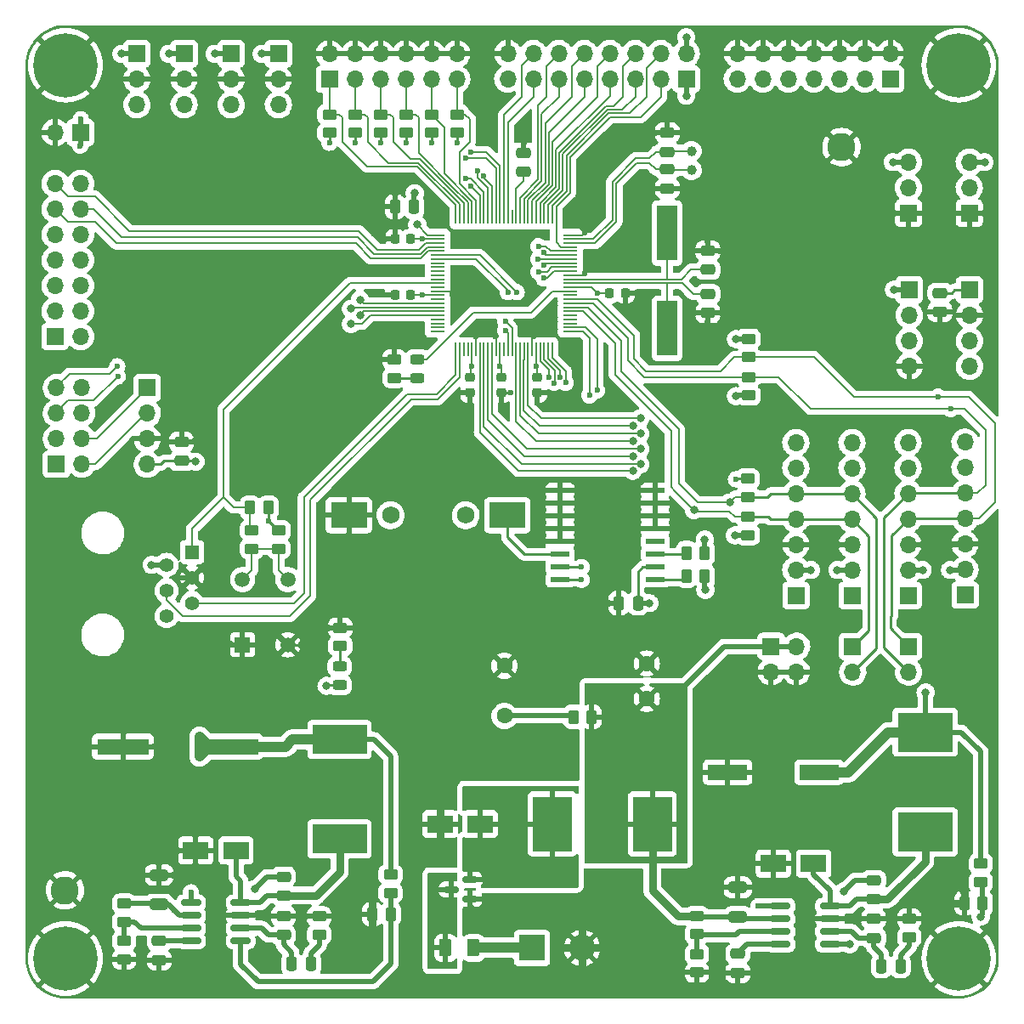
<source format=gbr>
%TF.GenerationSoftware,KiCad,Pcbnew,(6.0.2)*%
%TF.CreationDate,2022-02-23T19:08:17-05:00*%
%TF.ProjectId,SDP,5344502e-6b69-4636-9164-5f7063625858,rev?*%
%TF.SameCoordinates,Original*%
%TF.FileFunction,Copper,L1,Top*%
%TF.FilePolarity,Positive*%
%FSLAX46Y46*%
G04 Gerber Fmt 4.6, Leading zero omitted, Abs format (unit mm)*
G04 Created by KiCad (PCBNEW (6.0.2)) date 2022-02-23 19:08:17*
%MOMM*%
%LPD*%
G01*
G04 APERTURE LIST*
G04 Aperture macros list*
%AMRoundRect*
0 Rectangle with rounded corners*
0 $1 Rounding radius*
0 $2 $3 $4 $5 $6 $7 $8 $9 X,Y pos of 4 corners*
0 Add a 4 corners polygon primitive as box body*
4,1,4,$2,$3,$4,$5,$6,$7,$8,$9,$2,$3,0*
0 Add four circle primitives for the rounded corners*
1,1,$1+$1,$2,$3*
1,1,$1+$1,$4,$5*
1,1,$1+$1,$6,$7*
1,1,$1+$1,$8,$9*
0 Add four rect primitives between the rounded corners*
20,1,$1+$1,$2,$3,$4,$5,0*
20,1,$1+$1,$4,$5,$6,$7,0*
20,1,$1+$1,$6,$7,$8,$9,0*
20,1,$1+$1,$8,$9,$2,$3,0*%
G04 Aperture macros list end*
%TA.AperFunction,SMDPad,CuDef*%
%ADD10RoundRect,0.250000X-0.450000X0.262500X-0.450000X-0.262500X0.450000X-0.262500X0.450000X0.262500X0*%
%TD*%
%TA.AperFunction,SMDPad,CuDef*%
%ADD11R,2.500000X1.800000*%
%TD*%
%TA.AperFunction,ComponentPad*%
%ADD12R,1.700000X1.700000*%
%TD*%
%TA.AperFunction,ComponentPad*%
%ADD13O,1.700000X1.700000*%
%TD*%
%TA.AperFunction,SMDPad,CuDef*%
%ADD14RoundRect,0.250000X-0.475000X0.250000X-0.475000X-0.250000X0.475000X-0.250000X0.475000X0.250000X0*%
%TD*%
%TA.AperFunction,SMDPad,CuDef*%
%ADD15R,3.860800X5.511800*%
%TD*%
%TA.AperFunction,SMDPad,CuDef*%
%ADD16RoundRect,0.250000X0.450000X-0.262500X0.450000X0.262500X-0.450000X0.262500X-0.450000X-0.262500X0*%
%TD*%
%TA.AperFunction,SMDPad,CuDef*%
%ADD17RoundRect,0.250000X0.262500X0.450000X-0.262500X0.450000X-0.262500X-0.450000X0.262500X-0.450000X0*%
%TD*%
%TA.AperFunction,SMDPad,CuDef*%
%ADD18RoundRect,0.250000X-0.250000X-0.475000X0.250000X-0.475000X0.250000X0.475000X-0.250000X0.475000X0*%
%TD*%
%TA.AperFunction,SMDPad,CuDef*%
%ADD19RoundRect,0.243750X0.456250X-0.243750X0.456250X0.243750X-0.456250X0.243750X-0.456250X-0.243750X0*%
%TD*%
%TA.AperFunction,ComponentPad*%
%ADD20C,6.400000*%
%TD*%
%TA.AperFunction,SMDPad,CuDef*%
%ADD21RoundRect,0.250000X0.375000X0.625000X-0.375000X0.625000X-0.375000X-0.625000X0.375000X-0.625000X0*%
%TD*%
%TA.AperFunction,SMDPad,CuDef*%
%ADD22RoundRect,0.250000X0.650000X-0.325000X0.650000X0.325000X-0.650000X0.325000X-0.650000X-0.325000X0*%
%TD*%
%TA.AperFunction,SMDPad,CuDef*%
%ADD23RoundRect,0.250000X0.475000X-0.250000X0.475000X0.250000X-0.475000X0.250000X-0.475000X-0.250000X0*%
%TD*%
%TA.AperFunction,SMDPad,CuDef*%
%ADD24R,5.511800X3.860800*%
%TD*%
%TA.AperFunction,ComponentPad*%
%ADD25R,1.498000X1.498000*%
%TD*%
%TA.AperFunction,ComponentPad*%
%ADD26C,1.498000*%
%TD*%
%TA.AperFunction,ComponentPad*%
%ADD27C,1.600000*%
%TD*%
%TA.AperFunction,SMDPad,CuDef*%
%ADD28RoundRect,0.250000X0.250000X0.475000X-0.250000X0.475000X-0.250000X-0.475000X0.250000X-0.475000X0*%
%TD*%
%TA.AperFunction,SMDPad,CuDef*%
%ADD29R,2.000000X5.500000*%
%TD*%
%TA.AperFunction,ComponentPad*%
%ADD30R,2.600000X2.600000*%
%TD*%
%TA.AperFunction,ComponentPad*%
%ADD31C,2.600000*%
%TD*%
%TA.AperFunction,SMDPad,CuDef*%
%ADD32RoundRect,0.225000X-0.250000X0.225000X-0.250000X-0.225000X0.250000X-0.225000X0.250000X0.225000X0*%
%TD*%
%TA.AperFunction,SMDPad,CuDef*%
%ADD33RoundRect,0.150000X-0.825000X-0.150000X0.825000X-0.150000X0.825000X0.150000X-0.825000X0.150000X0*%
%TD*%
%TA.AperFunction,ComponentPad*%
%ADD34C,2.800000*%
%TD*%
%TA.AperFunction,SMDPad,CuDef*%
%ADD35R,3.911600X1.498600*%
%TD*%
%TA.AperFunction,ComponentPad*%
%ADD36R,1.398000X1.398000*%
%TD*%
%TA.AperFunction,ComponentPad*%
%ADD37C,1.398000*%
%TD*%
%TA.AperFunction,SMDPad,CuDef*%
%ADD38RoundRect,0.150000X0.587500X0.150000X-0.587500X0.150000X-0.587500X-0.150000X0.587500X-0.150000X0*%
%TD*%
%TA.AperFunction,SMDPad,CuDef*%
%ADD39R,5.400000X2.900000*%
%TD*%
%TA.AperFunction,SMDPad,CuDef*%
%ADD40RoundRect,0.225000X0.225000X0.250000X-0.225000X0.250000X-0.225000X-0.250000X0.225000X-0.250000X0*%
%TD*%
%TA.AperFunction,SMDPad,CuDef*%
%ADD41R,1.879600X0.533400*%
%TD*%
%TA.AperFunction,SMDPad,CuDef*%
%ADD42RoundRect,0.243750X-0.456250X0.243750X-0.456250X-0.243750X0.456250X-0.243750X0.456250X0.243750X0*%
%TD*%
%TA.AperFunction,SMDPad,CuDef*%
%ADD43RoundRect,0.225000X-0.225000X-0.250000X0.225000X-0.250000X0.225000X0.250000X-0.225000X0.250000X0*%
%TD*%
%TA.AperFunction,SMDPad,CuDef*%
%ADD44R,1.473200X0.228600*%
%TD*%
%TA.AperFunction,SMDPad,CuDef*%
%ADD45R,0.228600X1.473200*%
%TD*%
%TA.AperFunction,SMDPad,CuDef*%
%ADD46R,5.105400X1.600200*%
%TD*%
%TA.AperFunction,SMDPad,CuDef*%
%ADD47RoundRect,0.250000X-0.262500X-0.450000X0.262500X-0.450000X0.262500X0.450000X-0.262500X0.450000X0*%
%TD*%
%TA.AperFunction,SMDPad,CuDef*%
%ADD48R,3.606800X2.590800*%
%TD*%
%TA.AperFunction,ComponentPad*%
%ADD49C,1.752600*%
%TD*%
%TA.AperFunction,ComponentPad*%
%ADD50C,1.000000*%
%TD*%
%TA.AperFunction,ViaPad*%
%ADD51C,0.800000*%
%TD*%
%TA.AperFunction,ViaPad*%
%ADD52C,0.600000*%
%TD*%
%TA.AperFunction,Conductor*%
%ADD53C,0.508000*%
%TD*%
%TA.AperFunction,Conductor*%
%ADD54C,0.762000*%
%TD*%
%TA.AperFunction,Conductor*%
%ADD55C,0.254000*%
%TD*%
%TA.AperFunction,Conductor*%
%ADD56C,0.200000*%
%TD*%
%TA.AperFunction,Conductor*%
%ADD57C,0.152400*%
%TD*%
%TA.AperFunction,Conductor*%
%ADD58C,0.203200*%
%TD*%
%TA.AperFunction,Conductor*%
%ADD59C,1.016000*%
%TD*%
G04 APERTURE END LIST*
D10*
%TO.P,R14,1*%
%TO.N,+3V3*%
X149758000Y-89846000D03*
%TO.P,R14,2*%
%TO.N,P57_SCL1*%
X149758000Y-91671000D03*
%TD*%
D11*
%TO.P,D3,1,K*%
%TO.N,Net-(C12-Pad2)*%
X156330400Y-128220800D03*
%TO.P,D3,2,A*%
%TO.N,GND*%
X152330400Y-128220800D03*
%TD*%
D12*
%TO.P,J15,1,Pin_1*%
%TO.N,+3V3*%
X93599000Y-47525000D03*
D13*
%TO.P,J15,2,Pin_2*%
%TO.N,GND*%
X93599000Y-50065000D03*
%TO.P,J15,3,Pin_3*%
%TO.N,P93_PROX2*%
X93599000Y-52605000D03*
%TD*%
D14*
%TO.P,C18,1*%
%TO.N,Net-(C18-Pad1)*%
X103505000Y-129506000D03*
%TO.P,C18,2*%
%TO.N,Net-(C18-Pad2)*%
X103505000Y-131406000D03*
%TD*%
D15*
%TO.P,L3,1*%
%TO.N,Net-(D2-Pad1)*%
X130302000Y-124258400D03*
%TO.P,L3,2*%
%TO.N,+12V*%
X140258800Y-124258400D03*
%TD*%
D12*
%TO.P,J27,1,Pin_1*%
%TO.N,+3V3*%
X143637000Y-50044600D03*
D13*
%TO.P,J27,2,Pin_2*%
X143637000Y-47504600D03*
%TO.P,J27,3,Pin_3*%
%TO.N,P72_FAN*%
X141097000Y-50044600D03*
%TO.P,J27,4,Pin_4*%
%TO.N,P76_EN*%
X141097000Y-47504600D03*
%TO.P,J27,5,Pin_5*%
%TO.N,P77_STEP*%
X138557000Y-50044600D03*
%TO.P,J27,6,Pin_6*%
%TO.N,P78_DIR*%
X138557000Y-47504600D03*
%TO.P,J27,7,Pin_7*%
%TO.N,P79_EN*%
X136017000Y-50044600D03*
%TO.P,J27,8,Pin_8*%
%TO.N,P80_STEP*%
X136017000Y-47504600D03*
%TO.P,J27,9,Pin_9*%
%TO.N,P81_DIR*%
X133477000Y-50044600D03*
%TO.P,J27,10,Pin_10*%
%TO.N,P82_EN*%
X133477000Y-47504600D03*
%TO.P,J27,11,Pin_11*%
%TO.N,P83_STEP*%
X130937000Y-50044600D03*
%TO.P,J27,12,Pin_12*%
%TO.N,P84_DIR*%
X130937000Y-47504600D03*
%TO.P,J27,13,Pin_13*%
%TO.N,P87_MTR1*%
X128397000Y-50044600D03*
%TO.P,J27,14,Pin_14*%
%TO.N,P88_MTR2*%
X128397000Y-47504600D03*
%TO.P,J27,15,Pin_15*%
%TO.N,unconnected-(J27-Pad15)*%
X125857000Y-50044600D03*
%TO.P,J27,16,Pin_16*%
%TO.N,GND*%
X125857000Y-47504600D03*
%TD*%
D16*
%TO.P,R4,1*%
%TO.N,Net-(D1-Pad1)*%
X109169200Y-106527300D03*
%TO.P,R4,2*%
%TO.N,GND*%
X109169200Y-104702300D03*
%TD*%
D12*
%TO.P,J2,1,Pin_1*%
%TO.N,+3V3*%
X88900000Y-47525000D03*
D13*
%TO.P,J2,2,Pin_2*%
%TO.N,GND*%
X88900000Y-50065000D03*
%TO.P,J2,3,Pin_3*%
%TO.N,P94_PROX1*%
X88900000Y-52605000D03*
%TD*%
D16*
%TO.P,R23,1*%
%TO.N,+3V3*%
X115697000Y-55397100D03*
%TO.P,R23,2*%
%TO.N,P97_LIMIT*%
X115697000Y-53572100D03*
%TD*%
%TO.P,R25,1*%
%TO.N,+3V3*%
X120777000Y-55397100D03*
%TO.P,R25,2*%
%TO.N,P95_LIMIT*%
X120777000Y-53572100D03*
%TD*%
D17*
%TO.P,R5,1*%
%TO.N,Net-(R2-Pad2)*%
X173175300Y-132157800D03*
%TO.P,R5,2*%
%TO.N,GND*%
X171350300Y-132157800D03*
%TD*%
D18*
%TO.P,C15,1*%
%TO.N,Net-(C15-Pad1)*%
X104333000Y-138203000D03*
%TO.P,C15,2*%
%TO.N,Net-(C15-Pad2)*%
X106233000Y-138203000D03*
%TD*%
D19*
%TO.P,D5,1,K*%
%TO.N,Net-(D5-Pad1)*%
X116840000Y-79831500D03*
%TO.P,D5,2,A*%
%TO.N,P16_LED*%
X116840000Y-77956500D03*
%TD*%
D12*
%TO.P,J24,1,Pin_1*%
%TO.N,+3V3*%
X163957000Y-50038000D03*
D13*
%TO.P,J24,2,Pin_2*%
%TO.N,GND*%
X163957000Y-47498000D03*
%TO.P,J24,3,Pin_3*%
%TO.N,+3V3*%
X161417000Y-50038000D03*
%TO.P,J24,4,Pin_4*%
%TO.N,GND*%
X161417000Y-47498000D03*
%TO.P,J24,5,Pin_5*%
%TO.N,+3V3*%
X158877000Y-50038000D03*
%TO.P,J24,6,Pin_6*%
%TO.N,GND*%
X158877000Y-47498000D03*
%TO.P,J24,7,Pin_7*%
%TO.N,+3V3*%
X156337000Y-50038000D03*
%TO.P,J24,8,Pin_8*%
%TO.N,GND*%
X156337000Y-47498000D03*
%TO.P,J24,9,Pin_9*%
%TO.N,+3V3*%
X153797000Y-50038000D03*
%TO.P,J24,10,Pin_10*%
%TO.N,GND*%
X153797000Y-47498000D03*
%TO.P,J24,11,Pin_11*%
%TO.N,+3V3*%
X151257000Y-50038000D03*
%TO.P,J24,12,Pin_12*%
%TO.N,GND*%
X151257000Y-47498000D03*
%TO.P,J24,13,Pin_13*%
%TO.N,+3V3*%
X148717000Y-50038000D03*
%TO.P,J24,14,Pin_14*%
%TO.N,GND*%
X148717000Y-47498000D03*
%TD*%
D12*
%TO.P,J12,1,Pin_1*%
%TO.N,unconnected-(J12-Pad1)*%
X171407000Y-101459200D03*
D13*
%TO.P,J12,2,Pin_2*%
%TO.N,+3V3*%
X171407000Y-98919200D03*
%TO.P,J12,3,Pin_3*%
%TO.N,GND*%
X171407000Y-96379200D03*
%TO.P,J12,4,Pin_4*%
%TO.N,P59_SDA2*%
X171407000Y-93839200D03*
%TO.P,J12,5,Pin_5*%
%TO.N,P58_SCL2*%
X171407000Y-91299200D03*
%TO.P,J12,6,Pin_6*%
%TO.N,P43_TOF4_CE*%
X171407000Y-88759200D03*
%TO.P,J12,7,Pin_7*%
%TO.N,P44_TOF4_GPIO1*%
X171407000Y-86219200D03*
%TD*%
D20*
%TO.P,H3,1,1*%
%TO.N,GND*%
X170788000Y-137668000D03*
%TD*%
D21*
%TO.P,F1,1*%
%TO.N,V_IN*%
X122445600Y-136610800D03*
%TO.P,F1,2*%
%TO.N,Net-(F1-Pad2)*%
X119645600Y-136610800D03*
%TD*%
D22*
%TO.P,C14,1*%
%TO.N,+12V*%
X91109800Y-132286600D03*
%TO.P,C14,2*%
%TO.N,GND*%
X91109800Y-129336600D03*
%TD*%
D23*
%TO.P,C23,1*%
%TO.N,+3V3*%
X93345000Y-88099000D03*
%TO.P,C23,2*%
%TO.N,GND*%
X93345000Y-86199000D03*
%TD*%
D24*
%TO.P,L1,1*%
%TO.N,Net-(C12-Pad2)*%
X167436800Y-125071200D03*
%TO.P,L1,2*%
%TO.N,+5V*%
X167436800Y-115114400D03*
%TD*%
D25*
%TO.P,SW1,1,1*%
%TO.N,GND*%
X99436300Y-106401000D03*
D26*
%TO.P,SW1,2,2*%
%TO.N,Net-(R47-Pad2)*%
X99436300Y-99901000D03*
%TO.P,SW1,3,3*%
%TO.N,GND*%
X103936300Y-106401000D03*
%TO.P,SW1,4,4*%
%TO.N,Net-(R47-Pad2)*%
X103936300Y-99901000D03*
%TD*%
D12*
%TO.P,J5,1,Pin_1*%
%TO.N,P49_U2RX*%
X89941000Y-80809000D03*
D13*
%TO.P,J5,2,Pin_2*%
%TO.N,P50_U2TX*%
X89941000Y-83349000D03*
%TO.P,J5,3,Pin_3*%
%TO.N,GND*%
X89941000Y-85889000D03*
%TO.P,J5,4,Pin_4*%
%TO.N,+3V3*%
X89941000Y-88429000D03*
%TD*%
D11*
%TO.P,D4,1,K*%
%TO.N,Net-(C18-Pad2)*%
X98774000Y-126900000D03*
%TO.P,D4,2,A*%
%TO.N,GND*%
X94774000Y-126900000D03*
%TD*%
D10*
%TO.P,R3,1*%
%TO.N,Net-(R1-Pad2)*%
X144703800Y-137239700D03*
%TO.P,R3,2*%
%TO.N,GND*%
X144703800Y-139064700D03*
%TD*%
D20*
%TO.P,H2,1,1*%
%TO.N,GND*%
X170788000Y-48668000D03*
%TD*%
D12*
%TO.P,J11,1,Pin_1*%
%TO.N,unconnected-(J11-Pad1)*%
X165735000Y-101500000D03*
D13*
%TO.P,J11,2,Pin_2*%
%TO.N,+3V3*%
X165735000Y-98960000D03*
%TO.P,J11,3,Pin_3*%
%TO.N,GND*%
X165735000Y-96420000D03*
%TO.P,J11,4,Pin_4*%
%TO.N,P59_SDA2*%
X165735000Y-93880000D03*
%TO.P,J11,5,Pin_5*%
%TO.N,P58_SCL2*%
X165735000Y-91340000D03*
%TO.P,J11,6,Pin_6*%
%TO.N,P41_TOF3_CE*%
X165735000Y-88800000D03*
%TO.P,J11,7,Pin_7*%
%TO.N,P42_TOF3_GPIO1*%
X165735000Y-86260000D03*
%TD*%
D16*
%TO.P,R6,1*%
%TO.N,Net-(C9-Pad2)*%
X165862000Y-135534100D03*
%TO.P,R6,2*%
%TO.N,GND*%
X165862000Y-133709100D03*
%TD*%
D10*
%TO.P,R47,1*%
%TO.N,+3V3*%
X103032500Y-94999500D03*
%TO.P,R47,2*%
%TO.N,Net-(R47-Pad2)*%
X103032500Y-96824500D03*
%TD*%
D27*
%TO.P,C40,1*%
%TO.N,Net-(C40-Pad1)*%
X125526800Y-113499600D03*
%TO.P,C40,2*%
%TO.N,GND*%
X125526800Y-108499600D03*
%TD*%
D12*
%TO.P,J10,1,Pin_1*%
%TO.N,P100_LIMIT*%
X108077000Y-50065000D03*
D13*
%TO.P,J10,2,Pin_2*%
%TO.N,GND*%
X108077000Y-47525000D03*
%TO.P,J10,3,Pin_3*%
%TO.N,P99_LIMIT*%
X110617000Y-50065000D03*
%TO.P,J10,4,Pin_4*%
%TO.N,GND*%
X110617000Y-47525000D03*
%TO.P,J10,5,Pin_5*%
%TO.N,P98_LIMIT*%
X113157000Y-50065000D03*
%TO.P,J10,6,Pin_6*%
%TO.N,GND*%
X113157000Y-47525000D03*
%TO.P,J10,7,Pin_7*%
%TO.N,P97_LIMIT*%
X115697000Y-50065000D03*
%TO.P,J10,8,Pin_8*%
%TO.N,GND*%
X115697000Y-47525000D03*
%TO.P,J10,9,Pin_9*%
%TO.N,P96_LIMIT*%
X118237000Y-50065000D03*
%TO.P,J10,10,Pin_10*%
%TO.N,GND*%
X118237000Y-47525000D03*
%TO.P,J10,11,Pin_11*%
%TO.N,P95_LIMIT*%
X120777000Y-50065000D03*
%TO.P,J10,12,Pin_12*%
%TO.N,GND*%
X120777000Y-47525000D03*
%TD*%
D28*
%TO.P,C1,1*%
%TO.N,+3V3*%
X116520000Y-62765000D03*
%TO.P,C1,2*%
%TO.N,GND*%
X114620000Y-62765000D03*
%TD*%
D29*
%TO.P,Y1,1,1*%
%TO.N,P63_OSCI*%
X141732000Y-74881000D03*
%TO.P,Y1,2,2*%
%TO.N,P64_OSCO*%
X141732000Y-65381000D03*
%TD*%
D12*
%TO.P,J13,1,Pin_1*%
%TO.N,GND*%
X165786200Y-63400000D03*
D13*
%TO.P,J13,2,Pin_2*%
%TO.N,P92_TEMP2*%
X165786200Y-60860000D03*
%TO.P,J13,3,Pin_3*%
%TO.N,+3V3*%
X165786200Y-58320000D03*
%TD*%
D12*
%TO.P,J14,1,Pin_1*%
%TO.N,GND*%
X171831000Y-63400000D03*
D13*
%TO.P,J14,2,Pin_2*%
%TO.N,P91_TEMP1*%
X171831000Y-60860000D03*
%TO.P,J14,3,Pin_3*%
%TO.N,+3V3*%
X171831000Y-58320000D03*
%TD*%
D17*
%TO.P,R49,1*%
%TO.N,+12V*%
X134211700Y-113590400D03*
%TO.P,R49,2*%
%TO.N,Net-(C40-Pad1)*%
X132386700Y-113590400D03*
%TD*%
D14*
%TO.P,C20,1*%
%TO.N,P63_OSCI*%
X145796000Y-71467000D03*
%TO.P,C20,2*%
%TO.N,GND*%
X145796000Y-73367000D03*
%TD*%
D30*
%TO.P,J26,1,Pin_1*%
%TO.N,V_IN*%
X128259200Y-136610800D03*
D31*
%TO.P,J26,2,Pin_2*%
%TO.N,GND*%
X133259200Y-136610800D03*
%TD*%
D12*
%TO.P,J18,1,Pin_1*%
%TO.N,+12V*%
X152095200Y-106558400D03*
D13*
%TO.P,J18,2,Pin_2*%
%TO.N,GND*%
X152095200Y-109098400D03*
%TO.P,J18,3,Pin_3*%
%TO.N,+12V*%
X154635200Y-106558400D03*
%TO.P,J18,4,Pin_4*%
%TO.N,GND*%
X154635200Y-109098400D03*
%TD*%
D32*
%TO.P,C6,1*%
%TO.N,+3V3*%
X128778000Y-79770000D03*
%TO.P,C6,2*%
%TO.N,GND*%
X128778000Y-81320000D03*
%TD*%
D33*
%TO.P,U2,1,BOOT*%
%TO.N,Net-(C18-Pad1)*%
X94299000Y-132107000D03*
%TO.P,U2,2,VIN*%
%TO.N,+12V*%
X94299000Y-133377000D03*
%TO.P,U2,3,EN*%
%TO.N,Net-(R7-Pad2)*%
X94299000Y-134647000D03*
%TO.P,U2,4,SS*%
%TO.N,Net-(C17-Pad1)*%
X94299000Y-135917000D03*
%TO.P,U2,5,FB*%
%TO.N,Net-(R10-Pad1)*%
X99249000Y-135917000D03*
%TO.P,U2,6,COMP*%
%TO.N,Net-(C15-Pad1)*%
X99249000Y-134647000D03*
%TO.P,U2,7,GND*%
%TO.N,GND*%
X99249000Y-133377000D03*
%TO.P,U2,8,PH*%
%TO.N,Net-(C18-Pad2)*%
X99249000Y-132107000D03*
%TD*%
D17*
%TO.P,R17,1*%
%TO.N,+3V3*%
X145476600Y-97258400D03*
%TO.P,R17,2*%
%TO.N,RTC_INTSQW*%
X143651600Y-97258400D03*
%TD*%
D16*
%TO.P,R24,1*%
%TO.N,+3V3*%
X118237000Y-55397100D03*
%TO.P,R24,2*%
%TO.N,P96_LIMIT*%
X118237000Y-53572100D03*
%TD*%
D23*
%TO.P,C24,1*%
%TO.N,P74_SOSCO*%
X141747200Y-57287200D03*
%TO.P,C24,2*%
%TO.N,GND*%
X141747200Y-55387200D03*
%TD*%
D34*
%TO.P,TP2,1,1*%
%TO.N,GND*%
X81737200Y-130860800D03*
%TD*%
D14*
%TO.P,C22,1*%
%TO.N,+5V*%
X168910000Y-71338400D03*
%TO.P,C22,2*%
%TO.N,GND*%
X168910000Y-73238400D03*
%TD*%
D34*
%TO.P,TP1,1,1*%
%TO.N,GND*%
X159105600Y-56819800D03*
%TD*%
D10*
%TO.P,R8,1*%
%TO.N,+3V3*%
X114173000Y-129289500D03*
%TO.P,R8,2*%
%TO.N,Net-(R10-Pad1)*%
X114173000Y-131114500D03*
%TD*%
D35*
%TO.P,C13,1*%
%TO.N,+5V*%
X156864050Y-119102200D03*
%TO.P,C13,2*%
%TO.N,GND*%
X147770850Y-119102200D03*
%TD*%
D14*
%TO.P,C17,1*%
%TO.N,Net-(C17-Pad1)*%
X91135200Y-135932200D03*
%TO.P,C17,2*%
%TO.N,GND*%
X91135200Y-137832200D03*
%TD*%
D16*
%TO.P,R48,1*%
%TO.N,Net-(R47-Pad2)*%
X100365500Y-96824500D03*
%TO.P,R48,2*%
%TO.N,P13_MCLR*%
X100365500Y-94999500D03*
%TD*%
D12*
%TO.P,J6,1,Pin_1*%
%TO.N,+5V*%
X171856000Y-71040000D03*
D13*
%TO.P,J6,2,Pin_2*%
%TO.N,GND*%
X171856000Y-73580000D03*
%TO.P,J6,3,Pin_3*%
%TO.N,P59_SDA2*%
X171856000Y-76120000D03*
%TO.P,J6,4,Pin_4*%
%TO.N,P58_SCL2*%
X171856000Y-78660000D03*
%TD*%
D32*
%TO.P,C4,1*%
%TO.N,+3V3*%
X122097800Y-79770000D03*
%TO.P,C4,2*%
%TO.N,GND*%
X122097800Y-81320000D03*
%TD*%
D12*
%TO.P,J1,1,Pin_1*%
%TO.N,P21_RB4*%
X80752000Y-75699000D03*
D13*
%TO.P,J1,2,Pin_2*%
%TO.N,P20_RB5*%
X83292000Y-75699000D03*
%TO.P,J1,3,Pin_3*%
%TO.N,P19_RE9*%
X80752000Y-73159000D03*
%TO.P,J1,4,Pin_4*%
%TO.N,P18_RE8*%
X83292000Y-73159000D03*
%TO.P,J1,5,Pin_5*%
%TO.N,P66_RA14*%
X80752000Y-70619000D03*
%TO.P,J1,6,Pin_6*%
%TO.N,P67_RA15*%
X83292000Y-70619000D03*
%TO.P,J1,7,Pin_7*%
%TO.N,P68_RD8*%
X80752000Y-68079000D03*
%TO.P,J1,8,Pin_8*%
%TO.N,P69_RD9*%
X83292000Y-68079000D03*
%TO.P,J1,9,Pin_9*%
%TO.N,P70_RD10*%
X80752000Y-65539000D03*
%TO.P,J1,10,Pin_10*%
%TO.N,P71_RD11*%
X83292000Y-65539000D03*
%TO.P,J1,11,Pin_11*%
%TO.N,P5_RE7*%
X80752000Y-62999000D03*
%TO.P,J1,12,Pin_12*%
%TO.N,P4_RE6*%
X83292000Y-62999000D03*
%TO.P,J1,13,Pin_13*%
%TO.N,P3_RE5*%
X80752000Y-60459000D03*
%TO.P,J1,14,Pin_14*%
%TO.N,P1_RG15*%
X83292000Y-60459000D03*
%TD*%
D16*
%TO.P,R21,1*%
%TO.N,+3V3*%
X110617000Y-55397100D03*
%TO.P,R21,2*%
%TO.N,P99_LIMIT*%
X110617000Y-53572100D03*
%TD*%
D23*
%TO.P,C16,1*%
%TO.N,Net-(C15-Pad1)*%
X103505000Y-135343000D03*
%TO.P,C16,2*%
%TO.N,GND*%
X103505000Y-133443000D03*
%TD*%
D10*
%TO.P,R9,1*%
%TO.N,Net-(R7-Pad2)*%
X87630000Y-135918900D03*
%TO.P,R9,2*%
%TO.N,GND*%
X87630000Y-137743900D03*
%TD*%
D23*
%TO.P,C21,1*%
%TO.N,P64_OSCO*%
X145796000Y-69049000D03*
%TO.P,C21,2*%
%TO.N,GND*%
X145796000Y-67149000D03*
%TD*%
D36*
%TO.P,J7,1*%
%TO.N,P13_MCLR*%
X94396500Y-97182000D03*
D37*
%TO.P,J7,2*%
%TO.N,+3V3*%
X91856500Y-98452000D03*
%TO.P,J7,3*%
%TO.N,GND*%
X94396500Y-99722000D03*
%TO.P,J7,4*%
%TO.N,P27_PGD*%
X91856500Y-100992000D03*
%TO.P,J7,5*%
%TO.N,P26_PGC*%
X94396500Y-102262000D03*
%TO.P,J7,6*%
%TO.N,unconnected-(J7-Pad6)*%
X91856500Y-103532000D03*
%TD*%
D38*
%TO.P,MOSFET1,1,GATE*%
%TO.N,GND*%
X122095500Y-131726000D03*
%TO.P,MOSFET1,2,SOURCE*%
%TO.N,Net-(D2-Pad1)*%
X122095500Y-129826000D03*
%TO.P,MOSFET1,3,DRAIN*%
%TO.N,Net-(F1-Pad2)*%
X120220500Y-130776000D03*
%TD*%
D10*
%TO.P,R13,1*%
%TO.N,+3V3*%
X149860000Y-75926000D03*
%TO.P,R13,2*%
%TO.N,P59_SDA2*%
X149860000Y-77751000D03*
%TD*%
D33*
%TO.P,U1,1,BOOT*%
%TO.N,Net-(C12-Pad1)*%
X153017450Y-132437200D03*
%TO.P,U1,2,VIN*%
%TO.N,+12V*%
X153017450Y-133707200D03*
%TO.P,U1,3,EN*%
%TO.N,Net-(R1-Pad2)*%
X153017450Y-134977200D03*
%TO.P,U1,4,SS*%
%TO.N,Net-(C11-Pad1)*%
X153017450Y-136247200D03*
%TO.P,U1,5,FB*%
%TO.N,Net-(R2-Pad2)*%
X157967450Y-136247200D03*
%TO.P,U1,6,COMP*%
%TO.N,Net-(C10-Pad1)*%
X157967450Y-134977200D03*
%TO.P,U1,7,GND*%
%TO.N,GND*%
X157967450Y-133707200D03*
%TO.P,U1,8,PH*%
%TO.N,Net-(C12-Pad2)*%
X157967450Y-132437200D03*
%TD*%
D12*
%TO.P,J25,1,Pin_1*%
%TO.N,+3V3*%
X165862000Y-71020000D03*
D13*
%TO.P,J25,2,Pin_2*%
%TO.N,P6_GRD_RLY*%
X165862000Y-73560000D03*
%TO.P,J25,3,Pin_3*%
%TO.N,P7_HTR_RLY*%
X165862000Y-76100000D03*
%TO.P,J25,4,Pin_4*%
%TO.N,GND*%
X165862000Y-78640000D03*
%TD*%
D20*
%TO.P,H1,1,1*%
%TO.N,GND*%
X81788000Y-48668000D03*
%TD*%
D39*
%TO.P,L2,1*%
%TO.N,Net-(C18-Pad2)*%
X109093000Y-125754000D03*
%TO.P,L2,2*%
%TO.N,+3V3*%
X109093000Y-115854000D03*
%TD*%
D32*
%TO.P,C5,1*%
%TO.N,+3V3*%
X125222000Y-79770000D03*
%TO.P,C5,2*%
%TO.N,GND*%
X125222000Y-81320000D03*
%TD*%
D16*
%TO.P,R20,1*%
%TO.N,+3V3*%
X108077000Y-55397100D03*
%TO.P,R20,2*%
%TO.N,P100_LIMIT*%
X108077000Y-53572100D03*
%TD*%
D40*
%TO.P,C3,1*%
%TO.N,+3V3*%
X116141800Y-71553400D03*
%TO.P,C3,2*%
%TO.N,GND*%
X114591800Y-71553400D03*
%TD*%
D41*
%TO.P,U4,1,32KHZ*%
%TO.N,32KHz*%
X140538200Y-99925400D03*
%TO.P,U4,2,VCC*%
%TO.N,+3V3*%
X140538200Y-98655400D03*
%TO.P,U4,3,\u002AINT/SQW*%
%TO.N,RTC_INTSQW*%
X140538200Y-97385400D03*
%TO.P,U4,4,\u002ARST*%
%TO.N,RTC_RST*%
X140538200Y-96115400D03*
%TO.P,U4,5,NC*%
%TO.N,GND*%
X140538200Y-94845400D03*
%TO.P,U4,6,NC*%
X140538200Y-93575400D03*
%TO.P,U4,7,NC*%
X140538200Y-92305400D03*
%TO.P,U4,8,NC*%
X140538200Y-91035400D03*
%TO.P,U4,9,NC*%
X131064000Y-91035400D03*
%TO.P,U4,10,NC*%
X131064000Y-92305400D03*
%TO.P,U4,11,NC*%
X131064000Y-93575400D03*
%TO.P,U4,12,NC*%
X131064000Y-94845400D03*
%TO.P,U4,13,GND*%
X131064000Y-96115400D03*
%TO.P,U4,14,VBAT*%
%TO.N,Net-(B1-Pad2)*%
X131064000Y-97385400D03*
%TO.P,U4,15,SDA*%
%TO.N,P56_SDA1*%
X131064000Y-98655400D03*
%TO.P,U4,16,SCL*%
%TO.N,P57_SCL1*%
X131064000Y-99925400D03*
%TD*%
D40*
%TO.P,C2,1*%
%TO.N,+3V3*%
X116179600Y-65965400D03*
%TO.P,C2,2*%
%TO.N,GND*%
X114629600Y-65965400D03*
%TD*%
D23*
%TO.P,C10,1*%
%TO.N,Net-(C10-Pad1)*%
X162306000Y-135622400D03*
%TO.P,C10,2*%
%TO.N,GND*%
X162306000Y-133722400D03*
%TD*%
D17*
%TO.P,R16,1*%
%TO.N,+3V3*%
X145476600Y-99544400D03*
%TO.P,R16,2*%
%TO.N,32KHz*%
X143651600Y-99544400D03*
%TD*%
D16*
%TO.P,R12,1*%
%TO.N,+3V3*%
X149860000Y-81561000D03*
%TO.P,R12,2*%
%TO.N,P58_SCL2*%
X149860000Y-79736000D03*
%TD*%
%TO.P,R22,1*%
%TO.N,+3V3*%
X113157000Y-55397100D03*
%TO.P,R22,2*%
%TO.N,P98_LIMIT*%
X113157000Y-53572100D03*
%TD*%
D42*
%TO.P,D1,1,K*%
%TO.N,Net-(D1-Pad1)*%
X109102200Y-108555300D03*
%TO.P,D1,2,A*%
%TO.N,+3V3*%
X109102200Y-110430300D03*
%TD*%
D17*
%TO.P,R10,1*%
%TO.N,Net-(R10-Pad1)*%
X114196500Y-133250000D03*
%TO.P,R10,2*%
%TO.N,GND*%
X112371500Y-133250000D03*
%TD*%
D10*
%TO.P,R2,1*%
%TO.N,+5V*%
X172974000Y-128222700D03*
%TO.P,R2,2*%
%TO.N,Net-(R2-Pad2)*%
X172974000Y-130047700D03*
%TD*%
D43*
%TO.P,C7,1*%
%TO.N,+3V3*%
X136004000Y-71401000D03*
%TO.P,C7,2*%
%TO.N,GND*%
X137554000Y-71401000D03*
%TD*%
D12*
%TO.P,J4,1,Pin_1*%
%TO.N,P59_SDA2*%
X165785800Y-106578400D03*
D13*
%TO.P,J4,2,Pin_2*%
%TO.N,P58_SCL2*%
X165785800Y-109118400D03*
%TD*%
D44*
%TO.P,U3,1,RG15*%
%TO.N,P1_RG15*%
X118859300Y-65584999D03*
%TO.P,U3,2,VDD*%
%TO.N,+3V3*%
X118859300Y-65985001D03*
%TO.P,U3,3,PMD5/RE5*%
%TO.N,P3_RE5*%
X118859300Y-66385000D03*
%TO.P,U3,4,PMD6/RE6*%
%TO.N,P4_RE6*%
X118859300Y-66785000D03*
%TO.P,U3,5,PMD7/RE7*%
%TO.N,P5_RE7*%
X118859300Y-67185001D03*
%TO.P,U3,6,T2CK/RC1*%
%TO.N,P6_GRD_RLY*%
X118859300Y-67585001D03*
%TO.P,U3,7,T3CK/RC2*%
%TO.N,P7_HTR_RLY*%
X118859300Y-67985000D03*
%TO.P,U3,8,T4CK/RC3*%
%TO.N,unconnected-(U3-Pad8)*%
X118859300Y-68384999D03*
%TO.P,U3,9,T5CK/RC4*%
%TO.N,unconnected-(U3-Pad9)*%
X118859300Y-68785001D03*
%TO.P,U3,10,PMA5/SCK2/CN8/RG6*%
%TO.N,P10_SCK2*%
X118859300Y-69185000D03*
%TO.P,U3,11,PMA4/SDI2/CN9/RG7*%
%TO.N,P11_SDI2*%
X118859300Y-69584999D03*
%TO.P,U3,12,PMA3/SDO2/CN10/RG8*%
%TO.N,P12_SDO2*%
X118859300Y-69985001D03*
%TO.P,U3,13,\u002AMCLR*%
%TO.N,P13_MCLR*%
X118859300Y-70385000D03*
%TO.P,U3,14,PMA2/\u002ASS2/CN11/RG9*%
%TO.N,P14_SS2*%
X118859300Y-70784999D03*
%TO.P,U3,15,VSS*%
%TO.N,GND*%
X118859300Y-71185001D03*
%TO.P,U3,16,VDD*%
%TO.N,+3V3*%
X118859300Y-71585000D03*
%TO.P,U3,17,TMS/RA0*%
%TO.N,unconnected-(U3-Pad17)*%
X118859300Y-71984999D03*
%TO.P,U3,18,INT1/RE8*%
%TO.N,P18_RE8*%
X118859300Y-72384999D03*
%TO.P,U3,19,INT2/RE9*%
%TO.N,P19_RE9*%
X118859300Y-72785000D03*
%TO.P,U3,20,C1IN+/AN5/CN7/RB5*%
%TO.N,P20_RB5*%
X118859300Y-73184999D03*
%TO.P,U3,21,C1IN-/AN4/CN6/RB4*%
%TO.N,P21_RB4*%
X118859300Y-73584999D03*
%TO.P,U3,22,C2IN+/AN3/CN5/RB3*%
%TO.N,unconnected-(U3-Pad22)*%
X118859300Y-73985000D03*
%TO.P,U3,23,C2IN-/AN2/\u002ASS1/CN4/RB2*%
%TO.N,P23_SS1*%
X118859300Y-74385000D03*
%TO.P,U3,24,PGC1/EMUC1/AN1/CN3/RB1*%
%TO.N,unconnected-(U3-Pad24)*%
X118859300Y-74784999D03*
%TO.P,U3,25,PGD1/EMUD1/AN0/CN2/RB0*%
%TO.N,unconnected-(U3-Pad25)*%
X118859300Y-75185001D03*
D45*
%TO.P,U3,26,PGC2/EMUC2/AN6/OCFA/RB6*%
%TO.N,P26_PGC*%
X120675999Y-77001700D03*
%TO.P,U3,27,PGD2/EMUD2/AN7/RB7*%
%TO.N,P27_PGD*%
X121076001Y-77001700D03*
%TO.P,U3,28,PMA7/VREF-/RA9*%
%TO.N,unconnected-(U3-Pad28)*%
X121476000Y-77001700D03*
%TO.P,U3,29,PMA6/VREF+/RA10*%
%TO.N,unconnected-(U3-Pad29)*%
X121876000Y-77001700D03*
%TO.P,U3,30,AVDD*%
%TO.N,+3V3*%
X122276001Y-77001700D03*
%TO.P,U3,31,AVSS*%
%TO.N,GND*%
X122676001Y-77001700D03*
%TO.P,U3,32,C1OUT/AN8/RB8*%
%TO.N,P32_TOF1_CE*%
X123076000Y-77001700D03*
%TO.P,U3,33,C2OUT/AN9/RB9*%
%TO.N,P33_TOF1_GPIO1*%
X123475999Y-77001700D03*
%TO.P,U3,34,PMA13/CVREF/AN10/RB10*%
%TO.N,P34_TOF2_CE*%
X123876001Y-77001700D03*
%TO.P,U3,35,PMA12/AN11/RB11*%
%TO.N,P35_TOF2_GPIO1*%
X124276000Y-77001700D03*
%TO.P,U3,36,VSS*%
%TO.N,GND*%
X124675999Y-77001700D03*
%TO.P,U3,37,VDD*%
%TO.N,+3V3*%
X125076001Y-77001700D03*
%TO.P,U3,38,TCK/RA1*%
%TO.N,unconnected-(U3-Pad38)*%
X125476000Y-77001700D03*
%TO.P,U3,39,\u002AU2RTS/BCLK2/RF13*%
%TO.N,P39_U2RTS*%
X125875999Y-77001700D03*
%TO.P,U3,40,\u002AU2CTS/RF12*%
%TO.N,P40_U2CTS*%
X126276001Y-77001700D03*
%TO.P,U3,41,PMA11/AN12/RB12*%
%TO.N,P41_TOF3_CE*%
X126676000Y-77001700D03*
%TO.P,U3,42,PMA10/AN13/RB13*%
%TO.N,P42_TOF3_GPIO1*%
X127075999Y-77001700D03*
%TO.P,U3,43,PMA1/AN14/RB14*%
%TO.N,P43_TOF4_CE*%
X127475999Y-77001700D03*
%TO.P,U3,44,PMA0/AN15/OCFB/CN12/RB15*%
%TO.N,P44_TOF4_GPIO1*%
X127876000Y-77001700D03*
%TO.P,U3,45,VSS*%
%TO.N,GND*%
X128275999Y-77001700D03*
%TO.P,U3,46,VDD*%
%TO.N,+3V3*%
X128675999Y-77001700D03*
%TO.P,U3,47,\u002AU1CTS/CN20/RD14*%
%TO.N,P47_U1CTS*%
X129076000Y-77001700D03*
%TO.P,U3,48,\u002AU1RTS/BCLK1/CN21/RD15*%
%TO.N,P48_U1RTS*%
X129476000Y-77001700D03*
%TO.P,U3,49,PMA9/U2RX/CN17/RF4*%
%TO.N,P49_U2RX*%
X129875999Y-77001700D03*
%TO.P,U3,50,PMA8/U2TX/CN18/RF5*%
%TO.N,P50_U2TX*%
X130275998Y-77001700D03*
D44*
%TO.P,U3,51,U1TX/RF3*%
%TO.N,P51_U1TX*%
X132092700Y-75185001D03*
%TO.P,U3,52,U1RX/RF2*%
%TO.N,P52_U1RX*%
X132092700Y-74784999D03*
%TO.P,U3,53,SDO1/RF8*%
%TO.N,P53_SDO1*%
X132092700Y-74385000D03*
%TO.P,U3,54,SDI1/RF7*%
%TO.N,P54_SDI1*%
X132092700Y-73985000D03*
%TO.P,U3,55,SCK1/INT0/RF6*%
%TO.N,P55_SCK1*%
X132092700Y-73584999D03*
%TO.P,U3,56,SDA1/RG3*%
%TO.N,P56_SDA1*%
X132092700Y-73184999D03*
%TO.P,U3,57,SCL1/RG2*%
%TO.N,P57_SCL1*%
X132092700Y-72785000D03*
%TO.P,U3,58,SCL2/RA2*%
%TO.N,P58_SCL2*%
X132092700Y-72385001D03*
%TO.P,U3,59,SDA2/RA3*%
%TO.N,P59_SDA2*%
X132092700Y-71984999D03*
%TO.P,U3,60,TDI/RA4*%
%TO.N,unconnected-(U3-Pad60)*%
X132092700Y-71585000D03*
%TO.P,U3,61,TDO/RA5*%
%TO.N,P16_LED*%
X132092700Y-71185001D03*
%TO.P,U3,62,VDD*%
%TO.N,+3V3*%
X132092700Y-70784999D03*
%TO.P,U3,63,OSC1/CLKI/RC12*%
%TO.N,P63_OSCI*%
X132092700Y-70385000D03*
%TO.P,U3,64,OSC2/CLKO/RC15*%
%TO.N,P64_OSCO*%
X132092700Y-69985001D03*
%TO.P,U3,65,VSS*%
%TO.N,GND*%
X132092700Y-69584999D03*
%TO.P,U3,66,INT3/RA14*%
%TO.N,P66_RA14*%
X132092700Y-69185000D03*
%TO.P,U3,67,INT4/RA15*%
%TO.N,P67_RA15*%
X132092700Y-68785001D03*
%TO.P,U3,68,IC1/RTCC/RD8*%
%TO.N,P68_RD8*%
X132092700Y-68385001D03*
%TO.P,U3,69,IC2/RD9*%
%TO.N,P69_RD9*%
X132092700Y-67985000D03*
%TO.P,U3,70,IC3/PMCS2/RD10*%
%TO.N,P70_RD10*%
X132092700Y-67585001D03*
%TO.P,U3,71,IC4/PMCS1/RD11*%
%TO.N,P71_RD11*%
X132092700Y-67185001D03*
%TO.P,U3,72,OC1/RD0*%
%TO.N,P72_FAN*%
X132092700Y-66785000D03*
%TO.P,U3,73,SOSCI/CN1/RC13*%
%TO.N,P73_SOSCI*%
X132092700Y-66385000D03*
%TO.P,U3,74,SOSCO/T1CK/CN0/RC14*%
%TO.N,P74_SOSCO*%
X132092700Y-65985001D03*
%TO.P,U3,75,VSS*%
%TO.N,GND*%
X132092700Y-65585002D03*
D45*
%TO.P,U3,76,OC2/RD1*%
%TO.N,P76_EN*%
X130276001Y-63768300D03*
%TO.P,U3,77,OC3/RD2*%
%TO.N,P77_STEP*%
X129875999Y-63768300D03*
%TO.P,U3,78,PMBE/OC4/RD3*%
%TO.N,P78_DIR*%
X129476000Y-63768300D03*
%TO.P,U3,79,IC5/RD12*%
%TO.N,P79_EN*%
X129076000Y-63768300D03*
%TO.P,U3,80,CN19/RD13*%
%TO.N,P80_STEP*%
X128675999Y-63768300D03*
%TO.P,U3,81,PMWR/OC5/CN13/RD4*%
%TO.N,P81_DIR*%
X128275999Y-63768300D03*
%TO.P,U3,82,PMRD/CN14/RD5*%
%TO.N,P82_EN*%
X127876000Y-63768300D03*
%TO.P,U3,83,CN15/RD6*%
%TO.N,P83_STEP*%
X127476001Y-63768300D03*
%TO.P,U3,84,CN16/RD7*%
%TO.N,P84_DIR*%
X127075999Y-63768300D03*
%TO.P,U3,85,VCAP/VDDCORE*%
%TO.N,P85_VDDCORE*%
X126676000Y-63768300D03*
%TO.P,U3,86,ENVREG*%
%TO.N,unconnected-(U3-Pad86)*%
X126276001Y-63768300D03*
%TO.P,U3,87,RF0*%
%TO.N,P87_MTR1*%
X125875999Y-63768300D03*
%TO.P,U3,88,RF1*%
%TO.N,P88_MTR2*%
X125476000Y-63768300D03*
%TO.P,U3,89,RG1*%
%TO.N,P89_PROX4*%
X125076001Y-63768300D03*
%TO.P,U3,90,RG0*%
%TO.N,P90_PROX3*%
X124675999Y-63768300D03*
%TO.P,U3,91,RA6*%
%TO.N,P91_TEMP1*%
X124276000Y-63768300D03*
%TO.P,U3,92,RA7*%
%TO.N,P92_TEMP2*%
X123876001Y-63768300D03*
%TO.P,U3,93,PMD0/RE0*%
%TO.N,P93_PROX2*%
X123476001Y-63768300D03*
%TO.P,U3,94,PMD1/RE1*%
%TO.N,P94_PROX1*%
X123076000Y-63768300D03*
%TO.P,U3,95,RG14*%
%TO.N,P95_LIMIT*%
X122676001Y-63768300D03*
%TO.P,U3,96,RG12*%
%TO.N,P96_LIMIT*%
X122276001Y-63768300D03*
%TO.P,U3,97,RG13*%
%TO.N,P97_LIMIT*%
X121876000Y-63768300D03*
%TO.P,U3,98,PMD2/RE2*%
%TO.N,P98_LIMIT*%
X121476000Y-63768300D03*
%TO.P,U3,99,PMD3/RE3*%
%TO.N,P99_LIMIT*%
X121076001Y-63768300D03*
%TO.P,U3,100,PMD4/RE4*%
%TO.N,P100_LIMIT*%
X120676002Y-63768300D03*
%TD*%
D12*
%TO.P,J3,1,Pin_1*%
%TO.N,P51_U1TX*%
X80879000Y-88409000D03*
D13*
%TO.P,J3,2,Pin_2*%
%TO.N,P50_U2TX*%
X83419000Y-88409000D03*
%TO.P,J3,3,Pin_3*%
%TO.N,P52_U1RX*%
X80879000Y-85869000D03*
%TO.P,J3,4,Pin_4*%
%TO.N,P49_U2RX*%
X83419000Y-85869000D03*
%TO.P,J3,5,Pin_5*%
%TO.N,P48_U1RTS*%
X80879000Y-83329000D03*
%TO.P,J3,6,Pin_6*%
%TO.N,P39_U2RTS*%
X83419000Y-83329000D03*
%TO.P,J3,7,Pin_7*%
%TO.N,P47_U1CTS*%
X80879000Y-80789000D03*
%TO.P,J3,8,Pin_8*%
%TO.N,P40_U2CTS*%
X83419000Y-80789000D03*
%TD*%
D12*
%TO.P,J16,1,Pin_1*%
%TO.N,+3V3*%
X102997000Y-47525000D03*
D13*
%TO.P,J16,2,Pin_2*%
%TO.N,GND*%
X102997000Y-50065000D03*
%TO.P,J16,3,Pin_3*%
%TO.N,P89_PROX4*%
X102997000Y-52605000D03*
%TD*%
D22*
%TO.P,C8,1*%
%TO.N,+12V*%
X148767800Y-133531200D03*
%TO.P,C8,2*%
%TO.N,GND*%
X148767800Y-130581200D03*
%TD*%
D20*
%TO.P,H4,1,1*%
%TO.N,GND*%
X81788000Y-137668000D03*
%TD*%
D12*
%TO.P,J19,1,Pin_1*%
%TO.N,P56_SDA1*%
X160223200Y-106578400D03*
D13*
%TO.P,J19,2,Pin_2*%
%TO.N,P57_SCL1*%
X160223200Y-109118400D03*
%TD*%
D10*
%TO.P,R7,1*%
%TO.N,+12V*%
X87630000Y-132210500D03*
%TO.P,R7,2*%
%TO.N,Net-(R7-Pad2)*%
X87630000Y-134035500D03*
%TD*%
D14*
%TO.P,C12,1*%
%TO.N,Net-(C12-Pad1)*%
X162306000Y-129861600D03*
%TO.P,C12,2*%
%TO.N,Net-(C12-Pad2)*%
X162306000Y-131761600D03*
%TD*%
D46*
%TO.P,C19,1*%
%TO.N,+3V3*%
X98425000Y-116562200D03*
%TO.P,C19,2*%
%TO.N,GND*%
X87503000Y-116562200D03*
%TD*%
D11*
%TO.P,D2,1,K*%
%TO.N,Net-(D2-Pad1)*%
X123107200Y-124258400D03*
%TO.P,D2,2,A*%
%TO.N,GND*%
X119107200Y-124258400D03*
%TD*%
D12*
%TO.P,J8,1,Pin_1*%
%TO.N,unconnected-(J8-Pad1)*%
X160147000Y-101500000D03*
D13*
%TO.P,J8,2,Pin_2*%
%TO.N,+3V3*%
X160147000Y-98960000D03*
%TO.P,J8,3,Pin_3*%
%TO.N,GND*%
X160147000Y-96420000D03*
%TO.P,J8,4,Pin_4*%
%TO.N,P56_SDA1*%
X160147000Y-93880000D03*
%TO.P,J8,5,Pin_5*%
%TO.N,P57_SCL1*%
X160147000Y-91340000D03*
%TO.P,J8,6,Pin_6*%
%TO.N,P34_TOF2_CE*%
X160147000Y-88800000D03*
%TO.P,J8,7,Pin_7*%
%TO.N,P35_TOF2_GPIO1*%
X160147000Y-86260000D03*
%TD*%
D12*
%TO.P,J17,1,Pin_1*%
%TO.N,+3V3*%
X98298000Y-47525000D03*
D13*
%TO.P,J17,2,Pin_2*%
%TO.N,GND*%
X98298000Y-50065000D03*
%TO.P,J17,3,Pin_3*%
%TO.N,P90_PROX3*%
X98298000Y-52605000D03*
%TD*%
D47*
%TO.P,R18,1*%
%TO.N,P13_MCLR*%
X100179500Y-92737000D03*
%TO.P,R18,2*%
%TO.N,+3V3*%
X102004500Y-92737000D03*
%TD*%
D48*
%TO.P,B1,1,1*%
%TO.N,GND*%
X110020100Y-93499000D03*
%TO.P,B1,2,2*%
%TO.N,Net-(B1-Pad2)*%
X125818900Y-93499000D03*
D49*
%TO.P,B1,3*%
%TO.N,N/C*%
X114173000Y-93499000D03*
%TO.P,B1,4*%
X121666000Y-93499000D03*
%TD*%
D23*
%TO.P,C27,1*%
%TO.N,P85_VDDCORE*%
X127381000Y-59270000D03*
%TO.P,C27,2*%
%TO.N,GND*%
X127381000Y-57370000D03*
%TD*%
D12*
%TO.P,J9,1,Pin_1*%
%TO.N,unconnected-(J9-Pad1)*%
X154559000Y-101500000D03*
D13*
%TO.P,J9,2,Pin_2*%
%TO.N,+3V3*%
X154559000Y-98960000D03*
%TO.P,J9,3,Pin_3*%
%TO.N,GND*%
X154559000Y-96420000D03*
%TO.P,J9,4,Pin_4*%
%TO.N,P56_SDA1*%
X154559000Y-93880000D03*
%TO.P,J9,5,Pin_5*%
%TO.N,P57_SCL1*%
X154559000Y-91340000D03*
%TO.P,J9,6,Pin_6*%
%TO.N,P32_TOF1_CE*%
X154559000Y-88800000D03*
%TO.P,J9,7,Pin_7*%
%TO.N,P33_TOF1_GPIO1*%
X154559000Y-86260000D03*
%TD*%
D14*
%TO.P,C25,1*%
%TO.N,P73_SOSCI*%
X141747200Y-59044800D03*
%TO.P,C25,2*%
%TO.N,GND*%
X141747200Y-60944800D03*
%TD*%
D18*
%TO.P,C9,1*%
%TO.N,Net-(C10-Pad1)*%
X163083200Y-138406200D03*
%TO.P,C9,2*%
%TO.N,Net-(C9-Pad2)*%
X164983200Y-138406200D03*
%TD*%
D16*
%TO.P,R19,1*%
%TO.N,Net-(D5-Pad1)*%
X114554000Y-79806500D03*
%TO.P,R19,2*%
%TO.N,GND*%
X114554000Y-77981500D03*
%TD*%
%TO.P,R15,1*%
%TO.N,+3V3*%
X149783400Y-95481000D03*
%TO.P,R15,2*%
%TO.N,P56_SDA1*%
X149783400Y-93656000D03*
%TD*%
D28*
%TO.P,C26,1*%
%TO.N,+3V3*%
X138821200Y-102262000D03*
%TO.P,C26,2*%
%TO.N,GND*%
X136921200Y-102262000D03*
%TD*%
D10*
%TO.P,R1,1*%
%TO.N,+12V*%
X144703800Y-133429700D03*
%TO.P,R1,2*%
%TO.N,Net-(R1-Pad2)*%
X144703800Y-135254700D03*
%TD*%
D27*
%TO.P,C39,1*%
%TO.N,+12V*%
X139700000Y-111784400D03*
%TO.P,C39,2*%
%TO.N,GND*%
X139700000Y-108284400D03*
%TD*%
D16*
%TO.P,R11,1*%
%TO.N,Net-(C15-Pad2)*%
X107061000Y-135305500D03*
%TO.P,R11,2*%
%TO.N,GND*%
X107061000Y-133480500D03*
%TD*%
D14*
%TO.P,C11,1*%
%TO.N,Net-(C11-Pad1)*%
X148767800Y-137202200D03*
%TO.P,C11,2*%
%TO.N,GND*%
X148767800Y-139102200D03*
%TD*%
D50*
%TO.P,Y2,1,1*%
%TO.N,P74_SOSCO*%
X144170400Y-57205800D03*
%TO.P,Y2,2,2*%
%TO.N,P73_SOSCI*%
X144170400Y-59105800D03*
%TD*%
D12*
%TO.P,J20,1,Pin_1*%
%TO.N,+3V3*%
X83286600Y-55372000D03*
D13*
%TO.P,J20,2,Pin_2*%
%TO.N,GND*%
X80746600Y-55372000D03*
%TD*%
D51*
%TO.N,GND*%
X133096000Y-134520000D03*
X105308400Y-106427600D03*
X101346000Y-50065000D03*
D52*
X96266000Y-132283200D03*
D51*
X112395000Y-134774000D03*
D52*
X127508000Y-56388000D03*
D51*
X92659200Y-129336800D03*
D52*
X97231200Y-134621600D03*
D51*
X167182800Y-96418400D03*
X164211000Y-63400000D03*
D52*
X120345200Y-71426400D03*
D51*
X119126000Y-126036400D03*
X107899200Y-104700400D03*
X101473000Y-133504000D03*
X91109800Y-128117600D03*
X89281000Y-137822000D03*
X119126000Y-122531200D03*
D52*
X155956000Y-136093200D03*
X122682000Y-75692000D03*
D51*
X156337000Y-45874000D03*
X114604800Y-61418800D03*
X98094800Y-106376800D03*
X113157000Y-45874000D03*
D52*
X80746600Y-56692800D03*
X126122500Y-81280000D03*
X155956000Y-133756400D03*
X147066000Y-73306000D03*
X133502400Y-65330400D03*
D51*
X170129200Y-132183200D03*
X113487200Y-66041600D03*
X158648400Y-96469200D03*
X148717000Y-45874000D03*
X145262600Y-81661000D03*
X120777000Y-45874000D03*
D52*
X147066000Y-67210000D03*
X87630000Y-115163600D03*
X114554000Y-76962000D03*
D51*
X135788400Y-102262000D03*
D52*
X155956000Y-134924800D03*
X155041600Y-132588000D03*
D51*
X91948000Y-50065000D03*
D52*
X168910000Y-74218800D03*
X96266000Y-135737600D03*
D51*
X94742000Y-128422400D03*
X94742000Y-86133000D03*
D52*
X124587000Y-75692000D03*
X97231200Y-135739200D03*
X137617200Y-72391600D03*
X96266000Y-133453200D03*
D51*
X123545600Y-131766600D03*
X153797000Y-45874000D03*
X108077000Y-45874000D03*
X110032800Y-91289200D03*
D52*
X140503150Y-60994550D03*
X145745200Y-66143200D03*
D51*
X105283000Y-133504000D03*
X171297600Y-131014800D03*
X161417000Y-45847000D03*
X92862400Y-99722000D03*
D52*
X97231200Y-132283200D03*
D51*
X96647000Y-50065000D03*
D52*
X128778000Y-82277500D03*
D51*
X115697000Y-45874000D03*
D52*
X87630000Y-118008400D03*
D51*
X173355000Y-63400000D03*
X110617000Y-45874000D03*
D52*
X145694400Y-74372800D03*
X140512800Y-55422800D03*
X96266000Y-134620000D03*
X133502400Y-69431501D03*
D51*
X125857000Y-45874000D03*
X122148600Y-132655600D03*
X135255000Y-136552000D03*
D52*
X113665000Y-71528000D03*
X154635200Y-110439200D03*
X152095200Y-110439200D03*
X155041600Y-134924800D03*
X155041600Y-133756400D03*
D51*
X169926000Y-96418400D03*
X112395000Y-131726000D03*
X92710000Y-137822000D03*
X164338000Y-78640000D03*
X158877000Y-45872400D03*
X94767400Y-125349000D03*
D52*
X101777800Y-137566400D03*
D51*
X110032800Y-95658000D03*
X156083000Y-96420000D03*
X151257000Y-45874000D03*
D52*
X155956000Y-132588000D03*
X155041600Y-136093200D03*
X121158000Y-81280000D03*
X90678000Y-116535200D03*
D51*
X131191000Y-136679000D03*
X133350000Y-138584000D03*
D52*
X97231200Y-133453200D03*
D51*
X87249000Y-50065000D03*
D52*
X128473200Y-75693600D03*
D51*
X92862400Y-126898400D03*
X118237000Y-45874000D03*
D52*
%TO.N,+3V3*%
X148590000Y-89916000D03*
D51*
X148488400Y-95505600D03*
X169926000Y-98958400D03*
X164211000Y-58320000D03*
D52*
X122276001Y-78664999D03*
X125076001Y-78621001D03*
X83261200Y-56692800D03*
X120777000Y-56388000D03*
X118237000Y-56388000D03*
D51*
X164338000Y-71020000D03*
D52*
X134772400Y-71375600D03*
D51*
X101346000Y-47525000D03*
X173355000Y-58320000D03*
D52*
X83312000Y-54025800D03*
X102057200Y-94032400D03*
D51*
X145491200Y-95912000D03*
D52*
X95148400Y-116560600D03*
D51*
X143637000Y-51716000D03*
X156057600Y-98958400D03*
D52*
X95148400Y-115570000D03*
X128675999Y-78664999D03*
X117328399Y-65985001D03*
X113157000Y-56388000D03*
X117316400Y-71585000D03*
D51*
X148590000Y-81637200D03*
X145542000Y-100941200D03*
X158699200Y-98958400D03*
X148590000Y-75947600D03*
X139954000Y-102262000D03*
X92075000Y-47525000D03*
X90373200Y-98452000D03*
D52*
X108077000Y-56388000D03*
D51*
X94742000Y-88165000D03*
X107797600Y-110491600D03*
D52*
X115697000Y-56388000D03*
D51*
X167182800Y-98958400D03*
X87376000Y-47525000D03*
X116586000Y-61418800D03*
X143637000Y-45874000D03*
D52*
X110617000Y-56388000D03*
X95148400Y-117525800D03*
D51*
X96647000Y-47525000D03*
D52*
%TO.N,+12V*%
X92633800Y-132867400D03*
D51*
X134366000Y-117502000D03*
X134366000Y-118772000D03*
%TO.N,P34_TOF2_CE*%
X138303000Y-87657000D03*
%TO.N,P35_TOF2_GPIO1*%
X139065000Y-86895000D03*
%TO.N,P33_TOF1_GPIO1*%
X139065000Y-88419000D03*
%TO.N,P41_TOF3_CE*%
X138303000Y-86133000D03*
%TO.N,P42_TOF3_GPIO1*%
X139065000Y-85371000D03*
%TO.N,P43_TOF4_CE*%
X138303000Y-84609000D03*
%TO.N,Net-(C12-Pad1)*%
X159359600Y-130964000D03*
D52*
X150825200Y-132437200D03*
D51*
%TO.N,+5V*%
X167487600Y-111152000D03*
D52*
%TO.N,Net-(C18-Pad1)*%
X94284800Y-131065600D03*
D51*
X100634800Y-130760800D03*
D52*
%TO.N,P68_RD8*%
X129413000Y-68607000D03*
%TO.N,P69_RD9*%
X128881200Y-67995800D03*
%TO.N,P70_RD10*%
X129413000Y-67337000D03*
%TO.N,P71_RD11*%
X128905000Y-66702000D03*
D51*
%TO.N,P1_RG15*%
X116840000Y-64543000D03*
D52*
%TO.N,P66_RA14*%
X129413000Y-69877000D03*
%TO.N,P67_RA15*%
X128905000Y-69242000D03*
%TO.N,P50_U2TX*%
X131632311Y-80296186D03*
%TO.N,P49_U2RX*%
X131078811Y-79781400D03*
%TO.N,P48_U1RTS*%
X86995000Y-79656000D03*
X130503475Y-80314675D03*
%TO.N,P47_U1CTS*%
X129921000Y-79781400D03*
X86944200Y-78663800D03*
%TO.N,P51_U1TX*%
X133985000Y-81561000D03*
%TO.N,P52_U1RX*%
X134747000Y-81053000D03*
%TO.N,P39_U2RTS*%
X125603000Y-75084000D03*
%TO.N,P40_U2CTS*%
X125603000Y-74195000D03*
D51*
%TO.N,P56_SDA1*%
X144399000Y-92991000D03*
D52*
X133210100Y-98655400D03*
D51*
%TO.N,P57_SCL1*%
X147955000Y-92229000D03*
D52*
X133210100Y-99925400D03*
%TO.N,P59_SDA2*%
X168757600Y-81686400D03*
%TO.N,P58_SCL2*%
X169976800Y-82905600D03*
D51*
%TO.N,P32_TOF1_CE*%
X138303000Y-89072500D03*
%TO.N,P44_TOF4_GPIO1*%
X139065000Y-83847000D03*
D52*
%TO.N,P92_TEMP2*%
X122809000Y-59209000D03*
%TO.N,P91_TEMP1*%
X123454384Y-59706616D03*
%TO.N,P6_GRD_RLY*%
X126746000Y-71274000D03*
%TO.N,P7_HTR_RLY*%
X125857000Y-71274000D03*
D51*
%TO.N,Net-(R2-Pad2)*%
X159918400Y-136247200D03*
X172974000Y-133504000D03*
D52*
%TO.N,P94_PROX1*%
X122128558Y-60706064D03*
%TO.N,P93_PROX2*%
X121666000Y-59971000D03*
%TO.N,P89_PROX4*%
X122174000Y-57304000D03*
%TO.N,P90_PROX3*%
X121666000Y-57939000D03*
D51*
%TO.N,P21_RB4*%
X110236000Y-74449000D03*
%TO.N,P20_RB5*%
X111125000Y-73560000D03*
%TO.N,P19_RE9*%
X110236000Y-72925000D03*
%TO.N,P18_RE8*%
X111125000Y-72036000D03*
%TD*%
D53*
%TO.N,GND*%
X110617000Y-47525000D02*
X110617000Y-45874000D01*
X169926000Y-96418400D02*
X171367800Y-96418400D01*
D54*
X133096000Y-134520000D02*
X133259200Y-134683200D01*
D55*
X145796000Y-67149000D02*
X147005000Y-67149000D01*
D53*
X137554000Y-72328400D02*
X137617200Y-72391600D01*
D55*
X171856000Y-73580000D02*
X170404800Y-73580000D01*
D53*
X110020100Y-93499000D02*
X110020100Y-91301900D01*
D55*
X145796000Y-73367000D02*
X147005000Y-73367000D01*
X121158000Y-81280000D02*
X121198000Y-81320000D01*
D53*
X152095200Y-109098400D02*
X152095200Y-110439200D01*
D55*
X89951000Y-85879000D02*
X89941000Y-85889000D01*
D54*
X133259200Y-138493200D02*
X133259200Y-136610800D01*
D55*
X91633000Y-86199000D02*
X91313000Y-85879000D01*
D53*
X137554000Y-71401000D02*
X137554000Y-72328400D01*
D55*
X114554000Y-77981500D02*
X114554000Y-76962000D01*
D53*
X123505000Y-131726000D02*
X123545600Y-131766600D01*
D55*
X126082500Y-81320000D02*
X126122500Y-81280000D01*
D53*
X110020100Y-95645300D02*
X110032800Y-95658000D01*
D55*
X103936300Y-106401000D02*
X105281800Y-106401000D01*
D54*
X112371500Y-134750500D02*
X112395000Y-134774000D01*
D55*
X131064000Y-93575400D02*
X131064000Y-92305400D01*
D53*
X102997000Y-50065000D02*
X101346000Y-50065000D01*
D56*
X133465299Y-69431501D02*
X133311801Y-69584999D01*
D57*
X124587000Y-75692000D02*
X124675999Y-75780999D01*
D53*
X110020100Y-93499000D02*
X110020100Y-95645300D01*
X94396500Y-99722000D02*
X92862400Y-99722000D01*
D55*
X94742000Y-86133000D02*
X94676000Y-86199000D01*
X140548400Y-55387200D02*
X140512800Y-55422800D01*
X114591800Y-71553400D02*
X113690400Y-71553400D01*
D53*
X122095500Y-131726000D02*
X122095500Y-132602500D01*
X171831000Y-63400000D02*
X173355000Y-63400000D01*
X110020100Y-91301900D02*
X110032800Y-91289200D01*
D55*
X141747200Y-55387200D02*
X140548400Y-55387200D01*
X145796000Y-73367000D02*
X145796000Y-74271200D01*
X147005000Y-67149000D02*
X147066000Y-67210000D01*
D53*
X108077000Y-47525000D02*
X108077000Y-45874000D01*
X167181200Y-96420000D02*
X165735000Y-96420000D01*
D56*
X133502400Y-65330400D02*
X133247798Y-65585002D01*
D55*
X140552900Y-60944800D02*
X141747200Y-60944800D01*
D56*
X128473200Y-75693600D02*
X128275999Y-75890801D01*
D53*
X165862000Y-78640000D02*
X164338000Y-78640000D01*
D55*
X140538200Y-91035400D02*
X140538200Y-92305400D01*
X140503150Y-60994550D02*
X140552900Y-60944800D01*
D53*
X165786200Y-63400000D02*
X164211000Y-63400000D01*
D55*
X113563400Y-65965400D02*
X113538000Y-65990800D01*
X145796000Y-74271200D02*
X145694400Y-74372800D01*
D53*
X151257000Y-47504600D02*
X151257000Y-45874000D01*
D55*
X170404800Y-73580000D02*
X170063200Y-73238400D01*
D53*
X154635200Y-109098400D02*
X154635200Y-110439200D01*
D54*
X119126000Y-122531200D02*
X119107200Y-122550000D01*
X112371500Y-133250000D02*
X112371500Y-134750500D01*
D55*
X107899200Y-104700400D02*
X109167300Y-104700400D01*
D53*
X153797000Y-47504600D02*
X153797000Y-45874000D01*
X80746600Y-56692800D02*
X80746600Y-55372000D01*
D55*
X145796000Y-66194000D02*
X145745200Y-66143200D01*
D53*
X158877000Y-47498000D02*
X158877000Y-45872400D01*
D55*
X136921200Y-102262000D02*
X136921200Y-97190600D01*
D53*
X114620000Y-61535600D02*
X114604800Y-61520400D01*
D54*
X119107200Y-126017600D02*
X119107200Y-124258400D01*
X119107200Y-122550000D02*
X119107200Y-124258400D01*
D53*
X161417000Y-47498000D02*
X161417000Y-45847000D01*
D55*
X136921200Y-97190600D02*
X136921200Y-96890800D01*
X114629600Y-65965400D02*
X114629600Y-62774600D01*
D53*
X114620000Y-62765000D02*
X114620000Y-61535600D01*
D55*
X145796000Y-67149000D02*
X145796000Y-66194000D01*
D53*
X113157000Y-47525000D02*
X113157000Y-45874000D01*
D55*
X128778000Y-81320000D02*
X128778000Y-82277500D01*
D54*
X171350300Y-131067500D02*
X171297600Y-131014800D01*
D55*
X114629600Y-62774600D02*
X114620000Y-62765000D01*
X131064000Y-91035400D02*
X131064000Y-92305400D01*
D56*
X118859300Y-71185001D02*
X120103801Y-71185001D01*
D55*
X136145800Y-96115400D02*
X131064000Y-96115400D01*
D54*
X112371500Y-131749500D02*
X112395000Y-131726000D01*
D55*
X113690400Y-71553400D02*
X113665000Y-71528000D01*
D53*
X118237000Y-47525000D02*
X118237000Y-45874000D01*
D54*
X135255000Y-136552000D02*
X135196200Y-136610800D01*
D55*
X93345000Y-86199000D02*
X91633000Y-86199000D01*
X127381000Y-56515000D02*
X127508000Y-56388000D01*
D56*
X133247798Y-65585002D02*
X132092700Y-65585002D01*
D53*
X156083000Y-96420000D02*
X154559000Y-96420000D01*
D54*
X171350300Y-132157800D02*
X171350300Y-131067500D01*
D57*
X168910000Y-73238400D02*
X168910000Y-74218800D01*
D53*
X115697000Y-47525000D02*
X115697000Y-45874000D01*
D54*
X131191000Y-136679000D02*
X131259200Y-136610800D01*
D55*
X131064000Y-96115400D02*
X131064000Y-94845400D01*
X136921200Y-96890800D02*
X136145800Y-96115400D01*
D53*
X122095500Y-132602500D02*
X122148600Y-132655600D01*
D55*
X136921200Y-97190600D02*
X136921200Y-96885800D01*
D54*
X133350000Y-138584000D02*
X133259200Y-138493200D01*
D55*
X127381000Y-57370000D02*
X127381000Y-56515000D01*
D53*
X156337000Y-47504600D02*
X156337000Y-45874000D01*
X87249000Y-50065000D02*
X88900000Y-50065000D01*
D55*
X125222000Y-81320000D02*
X126082500Y-81320000D01*
X170063200Y-73238400D02*
X168910000Y-73238400D01*
D57*
X124675999Y-75780999D02*
X124675999Y-77001700D01*
D53*
X93599000Y-50065000D02*
X91948000Y-50065000D01*
D55*
X94676000Y-86199000D02*
X93345000Y-86199000D01*
D53*
X148717000Y-47504600D02*
X148717000Y-45874000D01*
D54*
X170154600Y-132157800D02*
X170129200Y-132183200D01*
D55*
X138961600Y-94845400D02*
X140538200Y-94845400D01*
D56*
X133311801Y-69584999D02*
X132092700Y-69584999D01*
D53*
X160147000Y-96420000D02*
X158697600Y-96420000D01*
D54*
X135196200Y-136610800D02*
X133259200Y-136610800D01*
D55*
X91313000Y-85879000D02*
X89951000Y-85879000D01*
X140538200Y-93575400D02*
X140538200Y-94845400D01*
D53*
X98298000Y-50065000D02*
X96647000Y-50065000D01*
D54*
X119126000Y-126036400D02*
X119107200Y-126017600D01*
D56*
X128275999Y-75890801D02*
X128275999Y-77001700D01*
D55*
X121198000Y-81320000D02*
X122097800Y-81320000D01*
D53*
X171367800Y-96418400D02*
X171407000Y-96379200D01*
D55*
X114629600Y-65965400D02*
X113563400Y-65965400D01*
D53*
X167182800Y-96418400D02*
X167181200Y-96420000D01*
X122095500Y-131726000D02*
X123505000Y-131726000D01*
D55*
X99436300Y-106401000D02*
X98119000Y-106401000D01*
D57*
X122682000Y-75692000D02*
X122676001Y-75697999D01*
D55*
X131064000Y-94845400D02*
X131064000Y-93575400D01*
D53*
X136921200Y-102262000D02*
X135788400Y-102262000D01*
D54*
X112371500Y-133250000D02*
X112371500Y-131749500D01*
X131259200Y-136610800D02*
X133259200Y-136610800D01*
D53*
X120777000Y-47525000D02*
X120777000Y-45874000D01*
D55*
X109167300Y-104700400D02*
X109169200Y-104702300D01*
X105281800Y-106401000D02*
X105308400Y-106427600D01*
X140538200Y-92305400D02*
X140538200Y-93575400D01*
X98119000Y-106401000D02*
X98094800Y-106376800D01*
D53*
X158697600Y-96420000D02*
X158648400Y-96469200D01*
D54*
X133259200Y-134683200D02*
X133259200Y-136610800D01*
D56*
X133502400Y-69431501D02*
X133465299Y-69431501D01*
D55*
X147005000Y-73367000D02*
X147066000Y-73306000D01*
D54*
X171350300Y-132157800D02*
X170154600Y-132157800D01*
D57*
X122676001Y-75697999D02*
X122676001Y-77001700D01*
D56*
X120103801Y-71185001D02*
X120345200Y-71426400D01*
D53*
X125857000Y-47504600D02*
X125857000Y-45874000D01*
D55*
X136921200Y-96885800D02*
X138961600Y-94845400D01*
D53*
%TO.N,+3V3*%
X167181200Y-98960000D02*
X165735000Y-98960000D01*
D56*
X118859300Y-65985001D02*
X117328399Y-65985001D01*
D53*
X143637000Y-47504600D02*
X143637000Y-45874000D01*
D58*
X125222000Y-79770000D02*
X125222000Y-78767000D01*
D55*
X91633000Y-88099000D02*
X91303000Y-88429000D01*
D58*
X116173400Y-71585000D02*
X116141800Y-71553400D01*
D53*
X116520000Y-62765000D02*
X116520000Y-61586400D01*
X116520000Y-61586400D02*
X116586000Y-61520400D01*
X171367800Y-98958400D02*
X171407000Y-98919200D01*
D55*
X140538200Y-98655400D02*
X139306100Y-98655400D01*
D59*
X103681200Y-116562200D02*
X104389400Y-115854000D01*
D53*
X160145400Y-98958400D02*
X160147000Y-98960000D01*
D58*
X118859300Y-71585000D02*
X117316400Y-71585000D01*
D55*
X102922700Y-94999500D02*
X103032500Y-94999500D01*
D56*
X134181799Y-70784999D02*
X132092700Y-70784999D01*
D59*
X95148400Y-117525800D02*
X96112000Y-116562200D01*
D53*
X148590000Y-81637200D02*
X148666200Y-81561000D01*
D56*
X134772400Y-71375600D02*
X134797800Y-71401000D01*
D58*
X122174000Y-79706800D02*
X122174000Y-78767000D01*
X128675999Y-77001700D02*
X128675999Y-78664999D01*
D53*
X145476600Y-97258400D02*
X145476600Y-95926600D01*
D59*
X95148400Y-117525800D02*
X95148400Y-115570000D01*
D53*
X148590000Y-75947600D02*
X148611600Y-75926000D01*
D55*
X107858900Y-110430300D02*
X109102200Y-110430300D01*
D56*
X116212201Y-65985001D02*
X116192600Y-65965400D01*
D53*
X145476600Y-95926600D02*
X145491200Y-95912000D01*
D55*
X91303000Y-88429000D02*
X89941000Y-88429000D01*
D53*
X83286600Y-56667400D02*
X83261200Y-56692800D01*
D56*
X134772400Y-71375600D02*
X134181799Y-70784999D01*
D55*
X118237000Y-55397100D02*
X118237000Y-56388000D01*
D53*
X148513000Y-95481000D02*
X148488400Y-95505600D01*
D55*
X94742000Y-88165000D02*
X94676000Y-88099000D01*
D59*
X96140600Y-116562200D02*
X98425000Y-116562200D01*
D58*
X117316400Y-71585000D02*
X116173400Y-71585000D01*
D53*
X167182800Y-98958400D02*
X167181200Y-98960000D01*
D55*
X102004500Y-94081300D02*
X102922700Y-94999500D01*
X122110800Y-79770000D02*
X122174000Y-79706800D01*
D53*
X98298000Y-47525000D02*
X96647000Y-47525000D01*
D55*
X115697000Y-55397100D02*
X115697000Y-56388000D01*
D53*
X169926000Y-98958400D02*
X171367800Y-98958400D01*
D55*
X107797600Y-110491600D02*
X107858900Y-110430300D01*
D53*
X158699200Y-98958400D02*
X160145400Y-98958400D01*
D55*
X108077000Y-55397100D02*
X108077000Y-56388000D01*
D53*
X148611600Y-75926000D02*
X149860000Y-75926000D01*
D58*
X122276001Y-77001700D02*
X122276001Y-78664999D01*
D53*
X149783400Y-95481000D02*
X148513000Y-95481000D01*
D55*
X93345000Y-88099000D02*
X91633000Y-88099000D01*
D53*
X93599000Y-47525000D02*
X92075000Y-47525000D01*
X88900000Y-47525000D02*
X87376000Y-47525000D01*
D55*
X149758000Y-89846000D02*
X148660000Y-89846000D01*
X102004500Y-92737000D02*
X102057200Y-94032400D01*
D58*
X122174000Y-78767000D02*
X122276001Y-78664999D01*
D53*
X145476600Y-100875800D02*
X145542000Y-100941200D01*
X156056000Y-98960000D02*
X154559000Y-98960000D01*
X83286600Y-55372000D02*
X83286600Y-56667400D01*
X171831000Y-58320000D02*
X173355000Y-58320000D01*
D55*
X110617000Y-55397100D02*
X110617000Y-56388000D01*
D53*
X114173000Y-117502000D02*
X112525000Y-115854000D01*
X148666200Y-81561000D02*
X149860000Y-81561000D01*
D55*
X139306100Y-98655400D02*
X138808500Y-99153000D01*
D58*
X128778000Y-79770000D02*
X128778000Y-78767000D01*
D56*
X116199201Y-65985001D02*
X116179600Y-65965400D01*
D53*
X114173000Y-129289500D02*
X114173000Y-117502000D01*
D59*
X96112000Y-116562200D02*
X98425000Y-116562200D01*
D55*
X148660000Y-89846000D02*
X148590000Y-89916000D01*
X94676000Y-88099000D02*
X93345000Y-88099000D01*
D53*
X165862000Y-71020000D02*
X164338000Y-71020000D01*
D59*
X95150000Y-116562200D02*
X98425000Y-116562200D01*
X98425000Y-116562200D02*
X103681200Y-116562200D01*
D55*
X122097800Y-79770000D02*
X122110800Y-79770000D01*
D53*
X83286600Y-54051200D02*
X83312000Y-54025800D01*
X112525000Y-115854000D02*
X109093000Y-115854000D01*
X83286600Y-55372000D02*
X83286600Y-54051200D01*
X102997000Y-47525000D02*
X101346000Y-47525000D01*
X165786200Y-58320000D02*
X164211000Y-58320000D01*
D55*
X120777000Y-55397100D02*
X120777000Y-56388000D01*
D53*
X143637000Y-50044600D02*
X143637000Y-51716000D01*
X90373200Y-98452000D02*
X91856500Y-98452000D01*
X156057600Y-98958400D02*
X156056000Y-98960000D01*
D55*
X113157000Y-55397100D02*
X113157000Y-56388000D01*
D56*
X134797800Y-71401000D02*
X136004000Y-71401000D01*
X117328399Y-65985001D02*
X116199201Y-65985001D01*
D59*
X95148400Y-116560600D02*
X95150000Y-116562200D01*
X95148400Y-115570000D02*
X96140600Y-116562200D01*
D58*
X128778000Y-78767000D02*
X128675999Y-78664999D01*
D55*
X138808500Y-99153000D02*
X138808500Y-102198500D01*
D59*
X104389400Y-115854000D02*
X109093000Y-115854000D01*
D55*
X102057200Y-94032400D02*
X102004500Y-94081300D01*
D53*
X138821200Y-102262000D02*
X139954000Y-102262000D01*
X145476600Y-99544400D02*
X145476600Y-100875800D01*
D58*
X125076001Y-77001700D02*
X125076001Y-78621001D01*
X125222000Y-78767000D02*
X125076001Y-78621001D01*
X122174000Y-79770000D02*
X122174000Y-79706800D01*
D53*
%TO.N,+12V*%
X152095200Y-106558400D02*
X147441600Y-106558400D01*
X147441600Y-106558400D02*
X142976600Y-111023400D01*
X94299000Y-133377000D02*
X93143400Y-133377000D01*
D54*
X144681900Y-133451600D02*
X144703800Y-133429700D01*
D53*
X87630000Y-132210500D02*
X91033700Y-132210500D01*
X148943800Y-133707200D02*
X148767800Y-133531200D01*
X154635200Y-106558400D02*
X152095200Y-106558400D01*
X92053000Y-132286600D02*
X92633800Y-132867400D01*
D54*
X140258800Y-124258400D02*
X140258800Y-130886200D01*
D53*
X91109800Y-132286600D02*
X92053000Y-132286600D01*
X91033700Y-132210500D02*
X91109800Y-132286600D01*
X148767800Y-133531200D02*
X144805300Y-133531200D01*
X144805300Y-133531200D02*
X144703800Y-133429700D01*
D54*
X142824200Y-133451600D02*
X144681900Y-133451600D01*
D53*
X153017450Y-133707200D02*
X148943800Y-133707200D01*
D54*
X140258800Y-130886200D02*
X142824200Y-133451600D01*
D53*
X93143400Y-133377000D02*
X92633800Y-132867400D01*
D58*
%TO.N,P76_EN*%
X130276001Y-62663999D02*
X131698999Y-61241001D01*
X139660511Y-51818989D02*
X139660511Y-48941089D01*
X135909432Y-53466520D02*
X138012980Y-53466520D01*
X130276001Y-63768300D02*
X130276001Y-62663999D01*
X131698999Y-61241001D02*
X131698999Y-57676953D01*
X131698999Y-57676953D02*
X135909432Y-53466520D01*
X138012980Y-53466520D02*
X139660511Y-51818989D01*
X139660511Y-48941089D02*
X141097000Y-47504600D01*
D56*
%TO.N,P77_STEP*%
X138557000Y-51811250D02*
X138557000Y-50044600D01*
X129875999Y-63768300D02*
X129875999Y-62564049D01*
X131345479Y-57530521D02*
X135763000Y-53113000D01*
X135763000Y-53113000D02*
X137255250Y-53113000D01*
X129875999Y-62564049D02*
X131345479Y-61094569D01*
X137255250Y-53113000D02*
X138557000Y-51811250D01*
X131345479Y-61094569D02*
X131345479Y-57530521D01*
%TO.N,P78_DIR*%
X130993559Y-57384751D02*
X135646310Y-52732000D01*
X137287000Y-51843000D02*
X137287000Y-48774600D01*
X129476000Y-63768300D02*
X129476000Y-62466358D01*
X135646310Y-52732000D02*
X136398000Y-52732000D01*
X137287000Y-48774600D02*
X138557000Y-47504600D01*
X136398000Y-52732000D02*
X137287000Y-51843000D01*
X130993559Y-60948799D02*
X130993559Y-57384751D01*
X129476000Y-62466358D02*
X130993559Y-60948799D01*
D58*
%TO.N,P34_TOF2_CE*%
X138301400Y-87655400D02*
X127506400Y-87655400D01*
X123876001Y-84025001D02*
X123876001Y-77001700D01*
X138303000Y-87657000D02*
X138301400Y-87655400D01*
X127506400Y-87655400D02*
X123876001Y-84025001D01*
%TO.N,P35_TOF2_GPIO1*%
X127762000Y-86895000D02*
X124276000Y-83409000D01*
X139065000Y-86895000D02*
X127762000Y-86895000D01*
X124276000Y-83409000D02*
X124276000Y-77001700D01*
%TO.N,P33_TOF1_GPIO1*%
X127254000Y-88419000D02*
X123475999Y-84640999D01*
X139065000Y-88419000D02*
X127254000Y-88419000D01*
X123475999Y-84640999D02*
X123475999Y-77001700D01*
%TO.N,P41_TOF3_CE*%
X126676000Y-84158000D02*
X126676000Y-77001700D01*
X138303000Y-86133000D02*
X128651000Y-86133000D01*
X128651000Y-86133000D02*
X126676000Y-84158000D01*
%TO.N,P42_TOF3_GPIO1*%
X128905000Y-85371000D02*
X127075999Y-83541999D01*
X127075999Y-83541999D02*
X127075999Y-77001700D01*
X139065000Y-85371000D02*
X128905000Y-85371000D01*
%TO.N,P43_TOF4_CE*%
X127457680Y-77979120D02*
X127475999Y-77960801D01*
X127475999Y-77960801D02*
X127475999Y-77001700D01*
X138303000Y-84609000D02*
X129032000Y-84609000D01*
X129032000Y-84609000D02*
X127457680Y-83034680D01*
X127457680Y-83034680D02*
X127457680Y-77979120D01*
D56*
%TO.N,P79_EN*%
X129076000Y-62368668D02*
X130641639Y-60803029D01*
X136017000Y-51734358D02*
X136017000Y-50044600D01*
X129076000Y-63768300D02*
X129076000Y-62368668D01*
X130641639Y-60803029D02*
X130641639Y-57109719D01*
X130641639Y-57109719D02*
X136017000Y-51734358D01*
%TO.N,P80_STEP*%
X130289719Y-60657259D02*
X130289719Y-56300281D01*
X128675999Y-62270979D02*
X130289719Y-60657259D01*
X134747000Y-48774600D02*
X136017000Y-47504600D01*
X134747000Y-51843000D02*
X134747000Y-48774600D01*
X130289719Y-56300281D02*
X134747000Y-51843000D01*
X128675999Y-63768300D02*
X128675999Y-62270979D01*
%TO.N,P81_DIR*%
X133477000Y-51843000D02*
X133477000Y-50044600D01*
X128275999Y-62173289D02*
X129937799Y-60511489D01*
X128275999Y-63768300D02*
X128275999Y-62173289D01*
X129937799Y-60511489D02*
X129937799Y-55382201D01*
X129937799Y-55382201D02*
X133477000Y-51843000D01*
%TO.N,P82_EN*%
X127876000Y-63768300D02*
X127876000Y-62075598D01*
X129585879Y-60365719D02*
X129585879Y-54464121D01*
X127876000Y-62075598D02*
X129585879Y-60365719D01*
X132207000Y-48774600D02*
X133477000Y-47504600D01*
X129585879Y-54464121D02*
X132207000Y-51843000D01*
X132207000Y-51843000D02*
X132207000Y-48774600D01*
%TO.N,P83_STEP*%
X129233959Y-53546041D02*
X130937000Y-51843000D01*
X129233959Y-60219949D02*
X129233959Y-53546041D01*
X127476001Y-63768300D02*
X127476001Y-61977907D01*
X127476001Y-61977907D02*
X129233959Y-60219949D01*
X130937000Y-51843000D02*
X130937000Y-50044600D01*
D58*
%TO.N,P84_DIR*%
X129667000Y-48774600D02*
X130937000Y-47504600D01*
X127075999Y-61877957D02*
X127075999Y-63768300D01*
X129667000Y-51843000D02*
X129667000Y-48774600D01*
X127075999Y-61877957D02*
X128880439Y-60073517D01*
X128880439Y-52629561D02*
X129667000Y-51843000D01*
X128880439Y-60073517D02*
X128880439Y-52629561D01*
D53*
%TO.N,Net-(C10-Pad1)*%
X163083200Y-137265700D02*
X162306000Y-136488500D01*
X162306000Y-136488500D02*
X162306000Y-135622400D01*
X160096200Y-134977200D02*
X157967450Y-134977200D01*
X160741400Y-135622400D02*
X160096200Y-134977200D01*
X162306000Y-135622400D02*
X160741400Y-135622400D01*
X163083200Y-138406200D02*
X163083200Y-137265700D01*
%TO.N,Net-(C9-Pad2)*%
X165862000Y-136425000D02*
X165862000Y-135534100D01*
X164983200Y-137303800D02*
X165862000Y-136425000D01*
X164983200Y-138406200D02*
X164983200Y-137303800D01*
%TO.N,Net-(C11-Pad1)*%
X153017450Y-136247200D02*
X149722800Y-136247200D01*
X149722800Y-136247200D02*
X148767800Y-137202200D01*
%TO.N,Net-(C12-Pad1)*%
X159359600Y-130964000D02*
X160462000Y-129861600D01*
X150825200Y-132437200D02*
X153017450Y-132437200D01*
X160462000Y-129861600D02*
X162306000Y-129861600D01*
D54*
%TO.N,Net-(C12-Pad2)*%
X162306000Y-131761600D02*
X163692800Y-131761600D01*
D53*
X160594000Y-131761600D02*
X162306000Y-131761600D01*
X157967450Y-132437200D02*
X159918400Y-132437200D01*
X157967450Y-132437200D02*
X157967450Y-130892650D01*
X157967450Y-130892650D02*
X156330400Y-129255600D01*
X156330400Y-129255600D02*
X156330400Y-128220800D01*
D54*
X163692800Y-131761600D02*
X167436800Y-128017600D01*
D53*
X159918400Y-132437200D02*
X160594000Y-131761600D01*
D54*
X167436800Y-128017600D02*
X167436800Y-125071200D01*
D53*
%TO.N,+5V*%
X171043600Y-115114400D02*
X167436800Y-115114400D01*
D55*
X170361600Y-71040000D02*
X170063200Y-71338400D01*
X170063200Y-71338400D02*
X168910000Y-71338400D01*
D53*
X172974000Y-117044800D02*
X171043600Y-115114400D01*
D55*
X171856000Y-71040000D02*
X170361600Y-71040000D01*
D59*
X156864050Y-119102200D02*
X159791400Y-119102200D01*
X159791400Y-119102200D02*
X163779200Y-115114400D01*
D53*
X172974000Y-128222700D02*
X172974000Y-117044800D01*
X167487600Y-111152000D02*
X167436800Y-111202800D01*
D59*
X163779200Y-115114400D02*
X167436800Y-115114400D01*
D53*
X167436800Y-111202800D02*
X167436800Y-115114400D01*
%TO.N,Net-(C15-Pad1)*%
X101346000Y-134647000D02*
X99249000Y-134647000D01*
X103505000Y-136272600D02*
X103505000Y-135343000D01*
X102042000Y-135343000D02*
X101346000Y-134647000D01*
X104333000Y-138203000D02*
X104333000Y-137100600D01*
X104333000Y-137100600D02*
X103505000Y-136272600D01*
X103505000Y-135343000D02*
X102042000Y-135343000D01*
%TO.N,Net-(C15-Pad2)*%
X106233000Y-137151400D02*
X107061000Y-136323400D01*
X107061000Y-136323400D02*
X107061000Y-135305500D01*
X106233000Y-138203000D02*
X106233000Y-137151400D01*
%TO.N,Net-(C17-Pad1)*%
X91150400Y-135917000D02*
X91135200Y-135932200D01*
X94299000Y-135917000D02*
X91150400Y-135917000D01*
%TO.N,Net-(C18-Pad1)*%
X94284800Y-132092800D02*
X94299000Y-132107000D01*
X101889600Y-129506000D02*
X100634800Y-130760800D01*
X103505000Y-129506000D02*
X101889600Y-129506000D01*
X94284800Y-131065600D02*
X94284800Y-132092800D01*
D54*
%TO.N,Net-(C18-Pad2)*%
X106746000Y-131406000D02*
X109093000Y-129059000D01*
D53*
X99249000Y-129933800D02*
X99249000Y-132107000D01*
D54*
X103505000Y-131406000D02*
X106746000Y-131406000D01*
D53*
X98774000Y-129458800D02*
X99249000Y-129933800D01*
D54*
X109093000Y-129059000D02*
X109093000Y-125754000D01*
D53*
X101168200Y-132107000D02*
X101869200Y-131406000D01*
X99249000Y-132107000D02*
X101168200Y-132107000D01*
X98774000Y-126900000D02*
X98774000Y-129458800D01*
X101869200Y-131406000D02*
X103505000Y-131406000D01*
D58*
%TO.N,P63_OSCI*%
X141732000Y-70385000D02*
X143256000Y-70385000D01*
X143256000Y-70385000D02*
X144338000Y-71467000D01*
X144338000Y-71467000D02*
X145796000Y-71467000D01*
X132092700Y-70385000D02*
X141732000Y-70385000D01*
X141732000Y-74881000D02*
X141732000Y-70385000D01*
%TO.N,P64_OSCO*%
X141732000Y-65381000D02*
X141732000Y-69877000D01*
X132092700Y-69985001D02*
X141623999Y-69985001D01*
X144084000Y-69049000D02*
X145796000Y-69049000D01*
X141732000Y-69877000D02*
X141623999Y-69985001D01*
X141623999Y-69985001D02*
X143147999Y-69985001D01*
X143147999Y-69985001D02*
X144084000Y-69049000D01*
%TO.N,P74_SOSCO*%
X136271000Y-64059600D02*
X136271000Y-60248800D01*
X134345599Y-65985001D02*
X136271000Y-64059600D01*
X141828600Y-57205800D02*
X144170400Y-57205800D01*
X140629600Y-57287200D02*
X141747200Y-57287200D01*
X139979400Y-57937400D02*
X140629600Y-57287200D01*
X132092700Y-65985001D02*
X134345599Y-65985001D01*
X138582400Y-57937400D02*
X139979400Y-57937400D01*
X136271000Y-60248800D02*
X138582400Y-57937400D01*
%TO.N,P73_SOSCI*%
X140604200Y-59044800D02*
X139954000Y-58394600D01*
X141747200Y-59044800D02*
X140604200Y-59044800D01*
X139954000Y-58394600D02*
X138709400Y-58394600D01*
X141808200Y-59105800D02*
X144170400Y-59105800D01*
X134554400Y-66385000D02*
X132092700Y-66385000D01*
X138709400Y-58394600D02*
X136677400Y-60426600D01*
X136677400Y-64262000D02*
X134554400Y-66385000D01*
X136677400Y-60426600D02*
X136677400Y-64262000D01*
D56*
%TO.N,P85_VDDCORE*%
X126676000Y-63768300D02*
X126676000Y-60930000D01*
X127381000Y-60225000D02*
X127381000Y-59270000D01*
X126676000Y-60930000D02*
X127381000Y-60225000D01*
D53*
%TO.N,Net-(C40-Pad1)*%
X132295900Y-113499600D02*
X125526800Y-113499600D01*
X132386700Y-113590400D02*
X132295900Y-113499600D01*
D55*
%TO.N,Net-(D1-Pad1)*%
X109102200Y-108555300D02*
X109102200Y-106594300D01*
X109102200Y-106594300D02*
X109169200Y-106527300D01*
%TO.N,Net-(D5-Pad1)*%
X116840000Y-79831500D02*
X114579000Y-79831500D01*
X114579000Y-79831500D02*
X114554000Y-79806500D01*
D58*
%TO.N,P16_LED*%
X117777500Y-77956500D02*
X116840000Y-77956500D01*
X130263999Y-71185001D02*
X128143000Y-73306000D01*
X122428000Y-73306000D02*
X117777500Y-77956500D01*
X132092700Y-71185001D02*
X130263999Y-71185001D01*
X128143000Y-73306000D02*
X122428000Y-73306000D01*
D59*
%TO.N,V_IN*%
X122445600Y-136610800D02*
X128259200Y-136610800D01*
D56*
%TO.N,P68_RD8*%
X129634999Y-68385001D02*
X132092700Y-68385001D01*
X129413000Y-68607000D02*
X129634999Y-68385001D01*
D57*
%TO.N,P69_RD9*%
X132092700Y-67985000D02*
X128892000Y-67985000D01*
X128892000Y-67985000D02*
X128881200Y-67995800D01*
D56*
%TO.N,P70_RD10*%
X129413000Y-67337000D02*
X129661001Y-67585001D01*
X129661001Y-67585001D02*
X132092700Y-67585001D01*
%TO.N,P71_RD11*%
X130095761Y-67185001D02*
X132092700Y-67185001D01*
X129612760Y-66702000D02*
X130095761Y-67185001D01*
X128905000Y-66702000D02*
X129612760Y-66702000D01*
D58*
%TO.N,P1_RG15*%
X117881999Y-65584999D02*
X116840000Y-64543000D01*
X118859300Y-65584999D02*
X117881999Y-65584999D01*
%TO.N,P66_RA14*%
X130471642Y-69185000D02*
X132092700Y-69185000D01*
X129779642Y-69877000D02*
X130471642Y-69185000D01*
X129413000Y-69877000D02*
X129779642Y-69877000D01*
D56*
%TO.N,P67_RA15*%
X130230331Y-68785001D02*
X129773332Y-69242000D01*
X129773332Y-69242000D02*
X128905000Y-69242000D01*
X132092700Y-68785001D02*
X130230331Y-68785001D01*
D58*
%TO.N,P3_RE5*%
X82042000Y-61749000D02*
X80772000Y-60479000D01*
X110998000Y-65178000D02*
X88138000Y-65178000D01*
X112876000Y-67056000D02*
X110998000Y-65178000D01*
X117040184Y-67056000D02*
X112876000Y-67056000D01*
X84709000Y-61749000D02*
X82042000Y-61749000D01*
X117711184Y-66385000D02*
X117040184Y-67056000D01*
X118859300Y-66385000D02*
X117711184Y-66385000D01*
X88138000Y-65178000D02*
X84709000Y-61749000D01*
%TO.N,P4_RE6*%
X118859300Y-66785000D02*
X117813400Y-66785000D01*
X84582000Y-63019000D02*
X83312000Y-63019000D01*
X110871000Y-65813000D02*
X87376000Y-65813000D01*
X87376000Y-65813000D02*
X84582000Y-63019000D01*
X117136000Y-67462400D02*
X112520400Y-67462400D01*
X117813400Y-66785000D02*
X117136000Y-67462400D01*
X112520400Y-67462400D02*
X110871000Y-65813000D01*
%TO.N,P5_RE7*%
X112215600Y-67919600D02*
X110718120Y-66422120D01*
X110718120Y-66422120D02*
X86842120Y-66422120D01*
X86842120Y-66422120D02*
X84709000Y-64289000D01*
X84709000Y-64289000D02*
X82042000Y-64289000D01*
X82042000Y-64289000D02*
X80772000Y-63019000D01*
X117181016Y-67919600D02*
X112215600Y-67919600D01*
X118859300Y-67185001D02*
X117915615Y-67185001D01*
X117915615Y-67185001D02*
X117181016Y-67919600D01*
%TO.N,P50_U2TX*%
X130275998Y-77806982D02*
X130275998Y-77001700D01*
X131632311Y-80296186D02*
X131632311Y-79163295D01*
X131632311Y-79163295D02*
X130275998Y-77806982D01*
X84772500Y-88419000D02*
X89852500Y-83339000D01*
X83312000Y-88419000D02*
X84772500Y-88419000D01*
%TO.N,P49_U2RX*%
X131078811Y-79781400D02*
X131078811Y-79112011D01*
X129875999Y-77909199D02*
X129875999Y-77001700D01*
X131078811Y-79112011D02*
X129875999Y-77909199D01*
X84899500Y-85879000D02*
X89979500Y-80799000D01*
X83312000Y-85879000D02*
X84899500Y-85879000D01*
%TO.N,P48_U1RTS*%
X86995000Y-79656000D02*
X84582000Y-82069000D01*
X84582000Y-82069000D02*
X82042000Y-82069000D01*
X130525311Y-79066511D02*
X130525311Y-80292839D01*
X82042000Y-82069000D02*
X80772000Y-83339000D01*
X129476000Y-77001700D02*
X129476000Y-78017200D01*
X130525311Y-80292839D02*
X130503475Y-80314675D01*
X129476000Y-78017200D02*
X130525311Y-79066511D01*
%TO.N,P47_U1CTS*%
X129076000Y-78125200D02*
X129076000Y-77001700D01*
X129921000Y-78970200D02*
X129076000Y-78125200D01*
X86206000Y-79402000D02*
X82169000Y-79402000D01*
X129921000Y-79781400D02*
X129921000Y-78970200D01*
X82169000Y-79402000D02*
X80772000Y-80799000D01*
X86944200Y-78663800D02*
X86206000Y-79402000D01*
%TO.N,P51_U1TX*%
X133985000Y-75846000D02*
X133324001Y-75185001D01*
X133985000Y-81561000D02*
X133985000Y-75846000D01*
X133324001Y-75185001D02*
X132092700Y-75185001D01*
%TO.N,P52_U1RX*%
X133558999Y-74784999D02*
X132092700Y-74784999D01*
X134747000Y-81053000D02*
X134747000Y-75973000D01*
X134747000Y-75973000D02*
X133558999Y-74784999D01*
D57*
%TO.N,P39_U2RTS*%
X125875999Y-77001700D02*
X125875999Y-75991999D01*
X125875999Y-75991999D02*
X125875999Y-75356999D01*
X125875999Y-75356999D02*
X125603000Y-75084000D01*
%TO.N,P40_U2CTS*%
X126276001Y-74868001D02*
X125603000Y-74195000D01*
X126276001Y-77001700D02*
X126276001Y-74868001D01*
D58*
%TO.N,P56_SDA1*%
X142113000Y-90705000D02*
X142113000Y-85104300D01*
D55*
X161823400Y-104978200D02*
X160223200Y-106578400D01*
D58*
X144516000Y-93118000D02*
X142494000Y-91096000D01*
X142494000Y-91086000D02*
X142113000Y-90705000D01*
X147945000Y-93118000D02*
X145542000Y-93118000D01*
D55*
X161823400Y-95556400D02*
X161823400Y-104978200D01*
X154559000Y-93890000D02*
X160130000Y-93890000D01*
D58*
X145542000Y-93118000D02*
X144516000Y-93118000D01*
X133355999Y-73184999D02*
X132092700Y-73184999D01*
D55*
X160130000Y-93890000D02*
X160150000Y-93870000D01*
D58*
X136525000Y-79516300D02*
X136525000Y-76354000D01*
D55*
X151790000Y-93656000D02*
X152024000Y-93890000D01*
X131064000Y-98655400D02*
X133210100Y-98655400D01*
X160147000Y-93880000D02*
X161823400Y-95556400D01*
D58*
X142113000Y-85104300D02*
X136525000Y-79516300D01*
D55*
X149783400Y-93656000D02*
X151790000Y-93656000D01*
D58*
X149783400Y-93656000D02*
X148483000Y-93656000D01*
D55*
X152024000Y-93890000D02*
X154559000Y-93890000D01*
D58*
X136525000Y-76354000D02*
X133355999Y-73184999D01*
X148483000Y-93656000D02*
X147945000Y-93118000D01*
D55*
%TO.N,P57_SCL1*%
X154559000Y-91350000D02*
X160130000Y-91350000D01*
X162585400Y-93778400D02*
X162585400Y-106756200D01*
X160147000Y-91340000D02*
X162585400Y-93778400D01*
X162585400Y-106756200D02*
X160223200Y-109118400D01*
X151743000Y-91671000D02*
X152064000Y-91350000D01*
X149758000Y-91671000D02*
X151743000Y-91671000D01*
D58*
X147955000Y-92229000D02*
X147955000Y-92175500D01*
X147955000Y-92175500D02*
X148459500Y-91671000D01*
D55*
X131064000Y-99925400D02*
X133210100Y-99925400D01*
D58*
X137160000Y-79186100D02*
X137160000Y-76100000D01*
X144780000Y-92229000D02*
X142875000Y-90324000D01*
X148459500Y-91671000D02*
X149758000Y-91671000D01*
X147955000Y-92229000D02*
X144780000Y-92229000D01*
D55*
X152064000Y-91350000D02*
X154559000Y-91350000D01*
D58*
X142875000Y-84901100D02*
X137160000Y-79186100D01*
D55*
X160130000Y-91350000D02*
X160150000Y-91330000D01*
D58*
X137160000Y-76100000D02*
X133845000Y-72785000D01*
X142875000Y-90324000D02*
X142875000Y-84901100D01*
X133845000Y-72785000D02*
X132092700Y-72785000D01*
%TO.N,P59_SDA2*%
X165775800Y-93839200D02*
X165735000Y-93880000D01*
X156389400Y-77751000D02*
X149860000Y-77751000D01*
X160324800Y-81686400D02*
X168757600Y-81686400D01*
D55*
X164109400Y-95505600D02*
X164109400Y-103505000D01*
D58*
X134822999Y-71984999D02*
X132092700Y-71984999D01*
X168757600Y-81686400D02*
X171754800Y-81686400D01*
X156389400Y-77751000D02*
X160324800Y-81686400D01*
X174421800Y-84353400D02*
X174421800Y-92176600D01*
X138430000Y-77928800D02*
X138430000Y-75592000D01*
D55*
X171407000Y-93839200D02*
X165775800Y-93839200D01*
D58*
X148439500Y-77751000D02*
X149860000Y-77751000D01*
X174421800Y-92176600D02*
X172759200Y-93839200D01*
X138430000Y-75592000D02*
X134822999Y-71984999D01*
X147042500Y-79148000D02*
X139649200Y-79148000D01*
D55*
X163982400Y-104775000D02*
X165785800Y-106578400D01*
X165735000Y-93880000D02*
X164109400Y-95505600D01*
X164109400Y-103505000D02*
X163982400Y-103632000D01*
X163982400Y-103632000D02*
X163982400Y-104775000D01*
D58*
X171754800Y-81686400D02*
X174421800Y-84353400D01*
X172759200Y-93839200D02*
X171407000Y-93839200D01*
X148439500Y-77751000D02*
X147042500Y-79148000D01*
X139649200Y-79148000D02*
X138430000Y-77928800D01*
%TO.N,P58_SCL2*%
X137795000Y-75846000D02*
X134334001Y-72385001D01*
X171348400Y-82905600D02*
X173482000Y-85039200D01*
X165775800Y-91299200D02*
X165735000Y-91340000D01*
X139462500Y-79736000D02*
X137795000Y-78068500D01*
D55*
X163322000Y-106654600D02*
X165785800Y-109118400D01*
D58*
X149860000Y-79736000D02*
X152828000Y-79736000D01*
D55*
X171407000Y-91299200D02*
X165775800Y-91299200D01*
D58*
X172657600Y-91299200D02*
X171407000Y-91299200D01*
X134334001Y-72385001D02*
X132092700Y-72385001D01*
X137795000Y-78068500D02*
X137795000Y-75846000D01*
D55*
X163322000Y-104140000D02*
X163322000Y-106654600D01*
X163347400Y-93727600D02*
X163347400Y-104114600D01*
D58*
X169976800Y-82905600D02*
X171348400Y-82905600D01*
D55*
X165735000Y-91340000D02*
X163347400Y-93727600D01*
D58*
X149860000Y-79736000D02*
X139462500Y-79736000D01*
X173482000Y-90474800D02*
X172657600Y-91299200D01*
X155997600Y-82905600D02*
X169976800Y-82905600D01*
X152828000Y-79736000D02*
X155997600Y-82905600D01*
X173482000Y-85039200D02*
X173482000Y-90474800D01*
D55*
X163347400Y-104114600D02*
X163322000Y-104140000D01*
D58*
%TO.N,P13_MCLR*%
X118859300Y-70385000D02*
X110109000Y-70385000D01*
X94396500Y-94860500D02*
X94396500Y-97182000D01*
X98552000Y-92737000D02*
X100179500Y-92737000D01*
X97536000Y-91721000D02*
X94396500Y-94860500D01*
X97536000Y-91721000D02*
X98552000Y-92737000D01*
X110109000Y-70385000D02*
X97536000Y-82958000D01*
X100179500Y-94813500D02*
X100365500Y-94999500D01*
X100179500Y-92737000D02*
X100179500Y-94813500D01*
X97536000Y-82958000D02*
X97536000Y-91721000D01*
%TO.N,P32_TOF1_CE*%
X138284500Y-89054000D02*
X126873000Y-89054000D01*
X138303000Y-89072500D02*
X138284500Y-89054000D01*
X123076000Y-85257000D02*
X123076000Y-77001700D01*
X126873000Y-89054000D02*
X123076000Y-85257000D01*
%TO.N,P44_TOF4_GPIO1*%
X129159000Y-83847000D02*
X127876000Y-82564000D01*
X139065000Y-83847000D02*
X129159000Y-83847000D01*
X127876000Y-82564000D02*
X127876000Y-77001700D01*
%TO.N,P92_TEMP2*%
X123876001Y-60911001D02*
X123876001Y-63768300D01*
X122809000Y-59209000D02*
X122809000Y-59844000D01*
X122809000Y-59844000D02*
X123876001Y-60911001D01*
D56*
%TO.N,P91_TEMP1*%
X124276000Y-60676000D02*
X124276000Y-63768300D01*
X123454384Y-59706616D02*
X123454384Y-59854384D01*
X123454384Y-59854384D02*
X124276000Y-60676000D01*
%TO.N,P6_GRD_RLY*%
X123075507Y-67585001D02*
X118859300Y-67585001D01*
X126746000Y-71274000D02*
X126746000Y-71255494D01*
X126746000Y-71255494D02*
X123075507Y-67585001D01*
%TO.N,P7_HTR_RLY*%
X125857000Y-71147000D02*
X122695000Y-67985000D01*
X122695000Y-67985000D02*
X118859300Y-67985000D01*
X125857000Y-71274000D02*
X125857000Y-71147000D01*
D58*
%TO.N,P87_MTR1*%
X125875999Y-63768300D02*
X125875999Y-54364001D01*
X128397000Y-51843000D02*
X128397000Y-50044600D01*
X125875999Y-54364001D02*
X128397000Y-51843000D01*
%TO.N,P88_MTR2*%
X125476000Y-53621000D02*
X127254000Y-51843000D01*
X127254000Y-48647600D02*
X128397000Y-47504600D01*
X127254000Y-51843000D02*
X127254000Y-48647600D01*
X125476000Y-63768300D02*
X125476000Y-53621000D01*
D56*
%TO.N,P72_FAN*%
X130683000Y-66330022D02*
X130683000Y-62756952D01*
X132092700Y-66785000D02*
X131137978Y-66785000D01*
X141097000Y-51843000D02*
X141097000Y-50044600D01*
X139119960Y-53820040D02*
X141097000Y-51843000D01*
X136055864Y-53820040D02*
X139119960Y-53820040D01*
X130683000Y-62756952D02*
X132052519Y-61387430D01*
X132052519Y-57823385D02*
X136055864Y-53820040D01*
X131137978Y-66785000D02*
X130683000Y-66330022D01*
X132052519Y-61387430D02*
X132052519Y-57823385D01*
D53*
%TO.N,Net-(R1-Pad2)*%
X148590000Y-135282000D02*
X144731100Y-135282000D01*
X148894800Y-134977200D02*
X148590000Y-135282000D01*
X144703800Y-137239700D02*
X144703800Y-135254700D01*
X153017450Y-134977200D02*
X148894800Y-134977200D01*
X144731100Y-135282000D02*
X144703800Y-135254700D01*
%TO.N,Net-(R2-Pad2)*%
X173175300Y-130249000D02*
X172974000Y-130047700D01*
X173175300Y-132157800D02*
X173175300Y-130249000D01*
X157967450Y-136247200D02*
X159918400Y-136247200D01*
X173175300Y-133302700D02*
X173175300Y-132157800D01*
X172974000Y-133504000D02*
X173175300Y-133302700D01*
%TO.N,Net-(R7-Pad2)*%
X94299000Y-134647000D02*
X89281000Y-134647000D01*
X87630000Y-135918900D02*
X87630000Y-134035500D01*
X88669500Y-134035500D02*
X87630000Y-134035500D01*
X89281000Y-134647000D02*
X88669500Y-134035500D01*
%TO.N,Net-(R10-Pad1)*%
X99249000Y-138265000D02*
X100965000Y-139981000D01*
X99249000Y-135917000D02*
X99249000Y-138265000D01*
X114196500Y-138179500D02*
X114196500Y-133250000D01*
X114196500Y-133250000D02*
X114196500Y-131138000D01*
X100965000Y-139981000D02*
X112395000Y-139981000D01*
X112395000Y-139981000D02*
X114196500Y-138179500D01*
X114196500Y-131138000D02*
X114173000Y-131114500D01*
D55*
%TO.N,32KHz*%
X143270600Y-99925400D02*
X143651600Y-99544400D01*
X140538200Y-99925400D02*
X143270600Y-99925400D01*
%TO.N,RTC_INTSQW*%
X143524600Y-97385400D02*
X143651600Y-97258400D01*
X140538200Y-97385400D02*
X143524600Y-97385400D01*
D58*
%TO.N,Net-(R47-Pad2)*%
X103032500Y-96824500D02*
X103032500Y-98997200D01*
X103032500Y-96824500D02*
X100365500Y-96824500D01*
X100365500Y-96824500D02*
X100365500Y-98971800D01*
X100365500Y-98971800D02*
X99436300Y-99901000D01*
X103032500Y-98997200D02*
X103936300Y-99901000D01*
%TO.N,P26_PGC*%
X115824000Y-81434000D02*
X105537000Y-91721000D01*
X120675999Y-77001700D02*
X120675999Y-79503001D01*
X105537000Y-91721000D02*
X105537000Y-101246000D01*
X118745000Y-81434000D02*
X115824000Y-81434000D01*
X105537000Y-101246000D02*
X104521000Y-102262000D01*
X104521000Y-102262000D02*
X94396500Y-102262000D01*
X120675999Y-79503001D02*
X118745000Y-81434000D01*
%TO.N,P27_PGD*%
X104140000Y-103532000D02*
X93472000Y-103532000D01*
X121076001Y-79737999D02*
X118872000Y-81942000D01*
X116205000Y-81942000D02*
X106172000Y-91975000D01*
X118872000Y-81942000D02*
X116205000Y-81942000D01*
X91856500Y-101916500D02*
X91856500Y-100992000D01*
X93472000Y-103532000D02*
X91856500Y-101916500D01*
X121076001Y-77001700D02*
X121076001Y-79737999D01*
X106172000Y-91975000D02*
X106172000Y-101500000D01*
X106172000Y-101500000D02*
X104140000Y-103532000D01*
D55*
%TO.N,Net-(B1-Pad2)*%
X131064000Y-97385400D02*
X127508200Y-97385400D01*
X127508200Y-97385400D02*
X125818900Y-95696100D01*
X125818900Y-95696100D02*
X125818900Y-93499000D01*
D56*
%TO.N,P95_LIMIT*%
X122047000Y-56288000D02*
X122047000Y-54002000D01*
X121617100Y-53572100D02*
X120777000Y-53572100D01*
X121031000Y-60479750D02*
X121031000Y-57304000D01*
X122676001Y-63768300D02*
X122676001Y-62124751D01*
X121031000Y-57304000D02*
X122047000Y-56288000D01*
X122047000Y-54002000D02*
X121617100Y-53572100D01*
X122676001Y-62124751D02*
X121031000Y-60479750D01*
X120777000Y-53572100D02*
X120777000Y-50065000D01*
%TO.N,P96_LIMIT*%
X122276001Y-63768300D02*
X122276001Y-62222441D01*
X119507000Y-54842100D02*
X118237000Y-53572100D01*
X118237000Y-53572100D02*
X118237000Y-50065000D01*
X122276001Y-62222441D02*
X119507000Y-59453440D01*
X119507000Y-59453440D02*
X119507000Y-54842100D01*
%TO.N,P97_LIMIT*%
X120259790Y-60703920D02*
X121876000Y-62320130D01*
X116967000Y-53875000D02*
X116664100Y-53572100D01*
X116664100Y-53572100D02*
X115697000Y-53572100D01*
X121876000Y-62320130D02*
X121876000Y-63768300D01*
X115697000Y-53572100D02*
X115697000Y-50065000D01*
X116967000Y-57411130D02*
X116967000Y-53875000D01*
X120405935Y-60850065D02*
X116967000Y-57411130D01*
%TO.N,P98_LIMIT*%
X114124100Y-53572100D02*
X113157000Y-53572100D01*
X117095100Y-58036920D02*
X116175920Y-58036920D01*
X113157000Y-53572100D02*
X113157000Y-50065000D01*
X114427000Y-53875000D02*
X114124100Y-53572100D01*
X114427000Y-56288000D02*
X114427000Y-53875000D01*
X121476000Y-62417820D02*
X117095100Y-58036920D01*
X116175920Y-58036920D02*
X114427000Y-56288000D01*
X121476000Y-63768300D02*
X121476000Y-62417820D01*
%TO.N,P99_LIMIT*%
X121076001Y-63768300D02*
X121076001Y-62515511D01*
X110617000Y-53572100D02*
X110617000Y-50065000D01*
X113987840Y-58388840D02*
X111887000Y-56288000D01*
X116949330Y-58388840D02*
X113987840Y-58388840D01*
X111887000Y-56288000D02*
X111887000Y-53875000D01*
X121076001Y-62515511D02*
X116949330Y-58388840D01*
X111887000Y-53875000D02*
X111584100Y-53572100D01*
X111584100Y-53572100D02*
X110617000Y-53572100D01*
%TO.N,P100_LIMIT*%
X108077000Y-53572100D02*
X108077000Y-50065000D01*
X109044100Y-53572100D02*
X108077000Y-53572100D01*
X120676002Y-62613202D02*
X116803560Y-58740760D01*
X120676002Y-63768300D02*
X120676002Y-62613202D01*
X109347000Y-53875000D02*
X109044100Y-53572100D01*
X116803560Y-58740760D02*
X111799760Y-58740760D01*
X111799760Y-58740760D02*
X109347000Y-56288000D01*
X109347000Y-56288000D02*
X109347000Y-53875000D01*
D58*
%TO.N,P94_PROX1*%
X123076000Y-61635000D02*
X123076000Y-63768300D01*
X122147064Y-60706064D02*
X123076000Y-61635000D01*
X122128558Y-60706064D02*
X122147064Y-60706064D01*
D56*
%TO.N,P93_PROX2*%
X121666000Y-59971000D02*
X122174015Y-59971000D01*
X122174015Y-59971000D02*
X123476001Y-61272986D01*
X123476001Y-61272986D02*
X123476001Y-63768300D01*
D58*
%TO.N,P89_PROX4*%
X125076001Y-58682001D02*
X125076001Y-63768300D01*
X123698000Y-57304000D02*
X125076001Y-58682001D01*
X122174000Y-57304000D02*
X123698000Y-57304000D01*
%TO.N,P90_PROX3*%
X123698000Y-57939000D02*
X124675999Y-58916999D01*
X124675999Y-58916999D02*
X124675999Y-63768300D01*
X121666000Y-57939000D02*
X123698000Y-57939000D01*
%TO.N,P21_RB4*%
X110236000Y-74449000D02*
X111323749Y-74449000D01*
X112187750Y-73584999D02*
X118859300Y-73584999D01*
X111323749Y-74449000D02*
X112187750Y-73584999D01*
%TO.N,P20_RB5*%
X111500001Y-73184999D02*
X118859300Y-73184999D01*
X111125000Y-73560000D02*
X111500001Y-73184999D01*
%TO.N,P19_RE9*%
X110236000Y-72925000D02*
X110376000Y-72785000D01*
X110376000Y-72785000D02*
X118859300Y-72785000D01*
%TO.N,P18_RE8*%
X111473999Y-72384999D02*
X118859300Y-72384999D01*
X111125000Y-72036000D02*
X111473999Y-72384999D01*
%TD*%
%TA.AperFunction,Conductor*%
%TO.N,GND*%
G36*
X141528800Y-109678800D02*
G01*
X126092989Y-109678800D01*
X126178311Y-109639014D01*
X126187806Y-109633531D01*
X126239848Y-109597091D01*
X126248224Y-109586612D01*
X126241156Y-109573166D01*
X126038452Y-109370462D01*
X138978493Y-109370462D01*
X138987789Y-109382477D01*
X139038994Y-109418331D01*
X139048489Y-109423814D01*
X139245947Y-109515890D01*
X139256239Y-109519636D01*
X139466688Y-109576025D01*
X139477481Y-109577928D01*
X139694525Y-109596917D01*
X139705475Y-109596917D01*
X139922519Y-109577928D01*
X139933312Y-109576025D01*
X140143761Y-109519636D01*
X140154053Y-109515890D01*
X140351511Y-109423814D01*
X140361006Y-109418331D01*
X140413048Y-109381891D01*
X140421424Y-109371412D01*
X140414356Y-109357966D01*
X139712812Y-108656422D01*
X139698868Y-108648808D01*
X139697035Y-108648939D01*
X139690420Y-108653190D01*
X138984923Y-109358687D01*
X138978493Y-109370462D01*
X126038452Y-109370462D01*
X125539612Y-108871622D01*
X125525668Y-108864008D01*
X125523835Y-108864139D01*
X125517220Y-108868390D01*
X124811723Y-109573887D01*
X124805293Y-109585662D01*
X124814589Y-109597677D01*
X124865794Y-109633531D01*
X124875289Y-109639014D01*
X124960611Y-109678800D01*
X123698000Y-109678800D01*
X123698000Y-108505075D01*
X124214283Y-108505075D01*
X124233272Y-108722119D01*
X124235175Y-108732912D01*
X124291564Y-108943361D01*
X124295310Y-108953653D01*
X124387386Y-109151111D01*
X124392869Y-109160606D01*
X124429309Y-109212648D01*
X124439788Y-109221024D01*
X124453234Y-109213956D01*
X125154778Y-108512412D01*
X125161156Y-108500732D01*
X125891208Y-108500732D01*
X125891339Y-108502565D01*
X125895590Y-108509180D01*
X126601087Y-109214677D01*
X126612862Y-109221107D01*
X126624877Y-109211811D01*
X126660731Y-109160606D01*
X126666214Y-109151111D01*
X126758290Y-108953653D01*
X126762036Y-108943361D01*
X126818425Y-108732912D01*
X126820328Y-108722119D01*
X126839317Y-108505075D01*
X126839317Y-108494125D01*
X126821447Y-108289875D01*
X138387483Y-108289875D01*
X138406472Y-108506919D01*
X138408375Y-108517712D01*
X138464764Y-108728161D01*
X138468510Y-108738453D01*
X138560586Y-108935911D01*
X138566069Y-108945406D01*
X138602509Y-108997448D01*
X138612988Y-109005824D01*
X138626434Y-108998756D01*
X139327978Y-108297212D01*
X139334356Y-108285532D01*
X140064408Y-108285532D01*
X140064539Y-108287365D01*
X140068790Y-108293980D01*
X140774287Y-108999477D01*
X140786062Y-109005907D01*
X140798077Y-108996611D01*
X140833931Y-108945406D01*
X140839414Y-108935911D01*
X140931490Y-108738453D01*
X140935236Y-108728161D01*
X140991625Y-108517712D01*
X140993528Y-108506919D01*
X141012517Y-108289875D01*
X141012517Y-108278925D01*
X140993528Y-108061881D01*
X140991625Y-108051088D01*
X140935236Y-107840639D01*
X140931490Y-107830347D01*
X140839414Y-107632889D01*
X140833931Y-107623394D01*
X140797491Y-107571352D01*
X140787012Y-107562976D01*
X140773566Y-107570044D01*
X140072022Y-108271588D01*
X140064408Y-108285532D01*
X139334356Y-108285532D01*
X139335592Y-108283268D01*
X139335461Y-108281435D01*
X139331210Y-108274820D01*
X138625713Y-107569323D01*
X138613938Y-107562893D01*
X138601923Y-107572189D01*
X138566069Y-107623394D01*
X138560586Y-107632889D01*
X138468510Y-107830347D01*
X138464764Y-107840639D01*
X138408375Y-108051088D01*
X138406472Y-108061881D01*
X138387483Y-108278925D01*
X138387483Y-108289875D01*
X126821447Y-108289875D01*
X126820328Y-108277081D01*
X126818425Y-108266288D01*
X126762036Y-108055839D01*
X126758290Y-108045547D01*
X126666214Y-107848089D01*
X126660731Y-107838594D01*
X126624291Y-107786552D01*
X126613812Y-107778176D01*
X126600366Y-107785244D01*
X125898822Y-108486788D01*
X125891208Y-108500732D01*
X125161156Y-108500732D01*
X125162392Y-108498468D01*
X125162261Y-108496635D01*
X125158010Y-108490020D01*
X124452513Y-107784523D01*
X124440738Y-107778093D01*
X124428723Y-107787389D01*
X124392869Y-107838594D01*
X124387386Y-107848089D01*
X124295310Y-108045547D01*
X124291564Y-108055839D01*
X124235175Y-108266288D01*
X124233272Y-108277081D01*
X124214283Y-108494125D01*
X124214283Y-108505075D01*
X123698000Y-108505075D01*
X123698000Y-107412588D01*
X124805376Y-107412588D01*
X124812444Y-107426034D01*
X125513988Y-108127578D01*
X125527932Y-108135192D01*
X125529765Y-108135061D01*
X125536380Y-108130810D01*
X126241877Y-107425313D01*
X126248307Y-107413538D01*
X126239011Y-107401523D01*
X126187806Y-107365669D01*
X126178311Y-107360186D01*
X125980853Y-107268110D01*
X125970561Y-107264364D01*
X125760112Y-107207975D01*
X125749319Y-107206072D01*
X125650061Y-107197388D01*
X138978576Y-107197388D01*
X138985644Y-107210834D01*
X139687188Y-107912378D01*
X139701132Y-107919992D01*
X139702965Y-107919861D01*
X139709580Y-107915610D01*
X140415077Y-107210113D01*
X140421507Y-107198338D01*
X140412211Y-107186323D01*
X140361006Y-107150469D01*
X140351511Y-107144986D01*
X140154053Y-107052910D01*
X140143761Y-107049164D01*
X139933312Y-106992775D01*
X139922519Y-106990872D01*
X139705475Y-106971883D01*
X139694525Y-106971883D01*
X139477481Y-106990872D01*
X139466688Y-106992775D01*
X139256239Y-107049164D01*
X139245947Y-107052910D01*
X139048489Y-107144986D01*
X139038994Y-107150469D01*
X138986952Y-107186909D01*
X138978576Y-107197388D01*
X125650061Y-107197388D01*
X125532275Y-107187083D01*
X125521325Y-107187083D01*
X125304281Y-107206072D01*
X125293488Y-107207975D01*
X125083039Y-107264364D01*
X125072747Y-107268110D01*
X124875289Y-107360186D01*
X124865794Y-107365669D01*
X124813752Y-107402109D01*
X124805376Y-107412588D01*
X123698000Y-107412588D01*
X123698000Y-106376800D01*
X141528800Y-106376800D01*
X141528800Y-109678800D01*
G37*
%TD.AperFunction*%
%TD*%
%TA.AperFunction,Conductor*%
%TO.N,Net-(D2-Pad1)*%
G36*
X132834921Y-120468402D02*
G01*
X132881414Y-120522058D01*
X132892800Y-120574400D01*
X132892800Y-121158326D01*
X132872798Y-121226447D01*
X132819142Y-121272940D01*
X132748868Y-121283044D01*
X132684288Y-121253550D01*
X132665974Y-121233891D01*
X132600685Y-121146776D01*
X132588124Y-121134215D01*
X132486049Y-121057714D01*
X132470454Y-121049176D01*
X132350006Y-121004022D01*
X132334751Y-121000395D01*
X132283886Y-120994869D01*
X132277072Y-120994500D01*
X130574115Y-120994500D01*
X130558876Y-120998975D01*
X130557671Y-121000365D01*
X130556000Y-121008048D01*
X130556000Y-127504184D01*
X130560475Y-127519423D01*
X130561865Y-127520628D01*
X130569548Y-127522299D01*
X132277069Y-127522299D01*
X132283890Y-127521929D01*
X132334752Y-127516405D01*
X132350004Y-127512779D01*
X132470454Y-127467624D01*
X132486049Y-127459086D01*
X132588124Y-127382585D01*
X132600685Y-127370024D01*
X132665974Y-127282909D01*
X132722833Y-127240394D01*
X132793652Y-127235368D01*
X132855945Y-127269428D01*
X132889935Y-127331759D01*
X132892800Y-127358474D01*
X132892800Y-130482400D01*
X132872798Y-130550521D01*
X132819142Y-130597014D01*
X132766800Y-130608400D01*
X123285343Y-130608400D01*
X123217222Y-130588398D01*
X123170729Y-130534742D01*
X123160625Y-130464468D01*
X123190119Y-130399888D01*
X123196248Y-130393305D01*
X123201449Y-130388104D01*
X123211089Y-130375678D01*
X123287648Y-130246221D01*
X123293893Y-130231790D01*
X123332939Y-130097395D01*
X123332899Y-130083294D01*
X123325630Y-130080000D01*
X121967500Y-130080000D01*
X121899379Y-130059998D01*
X121852886Y-130006342D01*
X121841500Y-129954000D01*
X121841500Y-129553885D01*
X122349500Y-129553885D01*
X122353975Y-129569124D01*
X122355365Y-129570329D01*
X122363048Y-129572000D01*
X123319878Y-129572000D01*
X123333409Y-129568027D01*
X123334544Y-129560129D01*
X123293893Y-129420210D01*
X123287648Y-129405779D01*
X123211089Y-129276322D01*
X123201449Y-129263896D01*
X123095104Y-129157551D01*
X123082678Y-129147911D01*
X122953221Y-129071352D01*
X122938790Y-129065107D01*
X122792935Y-129022731D01*
X122780333Y-129020430D01*
X122751916Y-129018193D01*
X122746986Y-129018000D01*
X122367615Y-129018000D01*
X122352376Y-129022475D01*
X122351171Y-129023865D01*
X122349500Y-129031548D01*
X122349500Y-129553885D01*
X121841500Y-129553885D01*
X121841500Y-129036116D01*
X121837025Y-129020877D01*
X121835635Y-129019672D01*
X121827952Y-129018001D01*
X121487200Y-129018001D01*
X121419079Y-128997999D01*
X121372586Y-128944343D01*
X121361200Y-128892001D01*
X121361200Y-127058969D01*
X127863601Y-127058969D01*
X127863971Y-127065790D01*
X127869495Y-127116652D01*
X127873121Y-127131904D01*
X127918276Y-127252354D01*
X127926814Y-127267949D01*
X128003315Y-127370024D01*
X128015876Y-127382585D01*
X128117951Y-127459086D01*
X128133546Y-127467624D01*
X128253994Y-127512778D01*
X128269249Y-127516405D01*
X128320114Y-127521931D01*
X128326928Y-127522300D01*
X130029885Y-127522300D01*
X130045124Y-127517825D01*
X130046329Y-127516435D01*
X130048000Y-127508752D01*
X130048000Y-124530515D01*
X130043525Y-124515276D01*
X130042135Y-124514071D01*
X130034452Y-124512400D01*
X127881716Y-124512400D01*
X127866477Y-124516875D01*
X127865272Y-124518265D01*
X127863601Y-124525948D01*
X127863601Y-127058969D01*
X121361200Y-127058969D01*
X121361200Y-125673444D01*
X121381202Y-125605323D01*
X121434858Y-125558830D01*
X121505132Y-125548726D01*
X121562765Y-125572618D01*
X121603552Y-125603186D01*
X121619146Y-125611724D01*
X121739594Y-125656878D01*
X121754849Y-125660505D01*
X121805714Y-125666031D01*
X121812528Y-125666400D01*
X122835085Y-125666400D01*
X122850324Y-125661925D01*
X122851529Y-125660535D01*
X122853200Y-125652852D01*
X122853200Y-125648284D01*
X123361200Y-125648284D01*
X123365675Y-125663523D01*
X123367065Y-125664728D01*
X123374748Y-125666399D01*
X124401869Y-125666399D01*
X124408690Y-125666029D01*
X124459552Y-125660505D01*
X124474804Y-125656879D01*
X124595254Y-125611724D01*
X124610849Y-125603186D01*
X124712924Y-125526685D01*
X124725485Y-125514124D01*
X124801986Y-125412049D01*
X124810524Y-125396454D01*
X124855678Y-125276006D01*
X124859305Y-125260751D01*
X124864831Y-125209886D01*
X124865200Y-125203072D01*
X124865200Y-124530515D01*
X124860725Y-124515276D01*
X124859335Y-124514071D01*
X124851652Y-124512400D01*
X123379315Y-124512400D01*
X123364076Y-124516875D01*
X123362871Y-124518265D01*
X123361200Y-124525948D01*
X123361200Y-125648284D01*
X122853200Y-125648284D01*
X122853200Y-123986285D01*
X123361200Y-123986285D01*
X123365675Y-124001524D01*
X123367065Y-124002729D01*
X123374748Y-124004400D01*
X124847084Y-124004400D01*
X124862323Y-123999925D01*
X124863528Y-123998535D01*
X124865199Y-123990852D01*
X124865199Y-123986285D01*
X127863600Y-123986285D01*
X127868075Y-124001524D01*
X127869465Y-124002729D01*
X127877148Y-124004400D01*
X130029885Y-124004400D01*
X130045124Y-123999925D01*
X130046329Y-123998535D01*
X130048000Y-123990852D01*
X130048000Y-121012616D01*
X130043525Y-120997377D01*
X130042135Y-120996172D01*
X130034452Y-120994501D01*
X128326931Y-120994501D01*
X128320110Y-120994871D01*
X128269248Y-121000395D01*
X128253996Y-121004021D01*
X128133546Y-121049176D01*
X128117951Y-121057714D01*
X128015876Y-121134215D01*
X128003315Y-121146776D01*
X127926814Y-121248851D01*
X127918276Y-121264446D01*
X127873122Y-121384894D01*
X127869495Y-121400149D01*
X127863969Y-121451014D01*
X127863600Y-121457828D01*
X127863600Y-123986285D01*
X124865199Y-123986285D01*
X124865199Y-123313731D01*
X124864829Y-123306910D01*
X124859305Y-123256048D01*
X124855679Y-123240796D01*
X124810524Y-123120346D01*
X124801986Y-123104751D01*
X124725485Y-123002676D01*
X124712924Y-122990115D01*
X124610849Y-122913614D01*
X124595254Y-122905076D01*
X124474806Y-122859922D01*
X124459551Y-122856295D01*
X124408686Y-122850769D01*
X124401872Y-122850400D01*
X123379315Y-122850400D01*
X123364076Y-122854875D01*
X123362871Y-122856265D01*
X123361200Y-122863948D01*
X123361200Y-123986285D01*
X122853200Y-123986285D01*
X122853200Y-122868516D01*
X122848725Y-122853277D01*
X122847335Y-122852072D01*
X122839652Y-122850401D01*
X121812531Y-122850401D01*
X121805710Y-122850771D01*
X121754848Y-122856295D01*
X121739596Y-122859921D01*
X121619146Y-122905076D01*
X121603552Y-122913614D01*
X121562765Y-122944182D01*
X121496259Y-122969030D01*
X121426876Y-122953977D01*
X121376646Y-122903803D01*
X121361200Y-122843356D01*
X121361200Y-120574400D01*
X121381202Y-120506279D01*
X121434858Y-120459786D01*
X121487200Y-120448400D01*
X132766800Y-120448400D01*
X132834921Y-120468402D01*
G37*
%TD.AperFunction*%
%TD*%
%TA.AperFunction,Conductor*%
%TO.N,GND*%
G36*
X170758057Y-44677500D02*
G01*
X170772858Y-44679805D01*
X170772861Y-44679805D01*
X170781730Y-44681186D01*
X170801626Y-44678584D01*
X170823784Y-44677654D01*
X171150518Y-44692760D01*
X171162107Y-44693834D01*
X171515764Y-44743167D01*
X171527204Y-44745306D01*
X171874799Y-44827060D01*
X171885987Y-44830243D01*
X172224553Y-44943719D01*
X172235398Y-44947919D01*
X172362032Y-45003834D01*
X172562063Y-45092157D01*
X172572468Y-45097337D01*
X172884441Y-45271105D01*
X172894318Y-45277221D01*
X173188912Y-45479023D01*
X173198200Y-45486037D01*
X173472919Y-45714160D01*
X173481519Y-45722001D01*
X173733999Y-45974481D01*
X173741840Y-45983081D01*
X173969963Y-46257800D01*
X173976977Y-46267088D01*
X174044886Y-46366222D01*
X174124285Y-46482130D01*
X174178779Y-46561682D01*
X174184895Y-46571559D01*
X174358663Y-46883532D01*
X174363843Y-46893937D01*
X174423649Y-47029383D01*
X174481203Y-47159729D01*
X174508079Y-47220598D01*
X174512281Y-47231447D01*
X174610262Y-47523784D01*
X174625756Y-47570011D01*
X174628940Y-47581201D01*
X174673949Y-47772566D01*
X174710694Y-47928796D01*
X174712833Y-47940236D01*
X174762166Y-48293893D01*
X174763240Y-48305482D01*
X174778003Y-48624816D01*
X174776638Y-48650015D01*
X174774814Y-48661730D01*
X174775978Y-48670632D01*
X174775978Y-48670635D01*
X174778936Y-48693251D01*
X174780000Y-48709589D01*
X174780000Y-83544598D01*
X174759998Y-83612719D01*
X174706342Y-83659212D01*
X174636068Y-83669316D01*
X174571488Y-83639822D01*
X174564905Y-83633693D01*
X172239720Y-81308508D01*
X172232610Y-81300695D01*
X172228626Y-81294417D01*
X172180869Y-81249570D01*
X172178027Y-81246815D01*
X172159065Y-81227853D01*
X172155938Y-81225427D01*
X172155297Y-81224862D01*
X172147137Y-81217893D01*
X172127271Y-81199238D01*
X172116258Y-81188896D01*
X172099481Y-81179672D01*
X172082968Y-81168825D01*
X172074102Y-81161948D01*
X172074097Y-81161945D01*
X172067834Y-81157087D01*
X172028950Y-81140261D01*
X172018305Y-81135046D01*
X171981178Y-81114635D01*
X171962638Y-81109875D01*
X171943941Y-81103474D01*
X171926365Y-81095868D01*
X171884522Y-81089241D01*
X171872903Y-81086835D01*
X171831874Y-81076300D01*
X171812736Y-81076300D01*
X171793025Y-81074749D01*
X171774116Y-81071754D01*
X171760999Y-81072994D01*
X171731939Y-81075741D01*
X171720081Y-81076300D01*
X169340361Y-81076300D01*
X169272240Y-81056298D01*
X169269174Y-81054090D01*
X169267415Y-81052318D01*
X169261531Y-81048584D01*
X169261527Y-81048581D01*
X169169184Y-80989979D01*
X169114266Y-80955127D01*
X169061978Y-80936508D01*
X168950025Y-80896643D01*
X168950020Y-80896642D01*
X168943390Y-80894281D01*
X168936402Y-80893448D01*
X168936399Y-80893447D01*
X168787306Y-80875669D01*
X168763280Y-80872804D01*
X168756277Y-80873540D01*
X168756276Y-80873540D01*
X168589888Y-80891028D01*
X168589886Y-80891029D01*
X168582888Y-80891764D01*
X168411179Y-80950218D01*
X168256688Y-81045262D01*
X168252162Y-81049694D01*
X168186425Y-81075767D01*
X168174851Y-81076300D01*
X160629701Y-81076300D01*
X160561580Y-81056298D01*
X160540606Y-81039395D01*
X158409177Y-78907966D01*
X164530257Y-78907966D01*
X164560565Y-79042446D01*
X164563645Y-79052275D01*
X164643770Y-79249603D01*
X164648413Y-79258794D01*
X164759694Y-79440388D01*
X164765777Y-79448699D01*
X164905213Y-79609667D01*
X164912580Y-79616883D01*
X165076434Y-79752916D01*
X165084881Y-79758831D01*
X165268756Y-79866279D01*
X165278042Y-79870729D01*
X165477001Y-79946703D01*
X165486899Y-79949579D01*
X165590250Y-79970606D01*
X165604299Y-79969410D01*
X165608000Y-79959065D01*
X165608000Y-79958517D01*
X166116000Y-79958517D01*
X166120064Y-79972359D01*
X166133478Y-79974393D01*
X166140184Y-79973534D01*
X166150262Y-79971392D01*
X166354255Y-79910191D01*
X166363842Y-79906433D01*
X166555095Y-79812739D01*
X166563945Y-79807464D01*
X166737328Y-79683792D01*
X166745200Y-79677139D01*
X166896052Y-79526812D01*
X166902730Y-79518965D01*
X167027003Y-79346020D01*
X167032313Y-79337183D01*
X167126670Y-79146267D01*
X167130472Y-79136664D01*
X167192377Y-78932910D01*
X167194555Y-78922837D01*
X167195986Y-78911962D01*
X167193775Y-78897778D01*
X167180617Y-78894000D01*
X166134115Y-78894000D01*
X166118876Y-78898475D01*
X166117671Y-78899865D01*
X166116000Y-78907548D01*
X166116000Y-79958517D01*
X165608000Y-79958517D01*
X165608000Y-78912115D01*
X165603525Y-78896876D01*
X165602135Y-78895671D01*
X165594452Y-78894000D01*
X164545225Y-78894000D01*
X164531694Y-78897973D01*
X164530257Y-78907966D01*
X158409177Y-78907966D01*
X158127906Y-78626695D01*
X170493251Y-78626695D01*
X170493548Y-78631848D01*
X170493548Y-78631851D01*
X170504856Y-78827959D01*
X170506110Y-78849715D01*
X170507247Y-78854761D01*
X170507248Y-78854767D01*
X170525700Y-78936640D01*
X170555222Y-79067639D01*
X170602731Y-79184640D01*
X170636374Y-79267493D01*
X170639266Y-79274616D01*
X170653491Y-79297829D01*
X170751906Y-79458428D01*
X170755987Y-79465088D01*
X170759367Y-79468990D01*
X170761168Y-79471069D01*
X170902250Y-79633938D01*
X171074126Y-79776632D01*
X171267000Y-79889338D01*
X171475692Y-79969030D01*
X171480760Y-79970061D01*
X171480763Y-79970062D01*
X171588017Y-79991883D01*
X171694597Y-80013567D01*
X171699772Y-80013757D01*
X171699774Y-80013757D01*
X171912673Y-80021564D01*
X171912677Y-80021564D01*
X171917837Y-80021753D01*
X171922957Y-80021097D01*
X171922959Y-80021097D01*
X172134288Y-79994025D01*
X172134289Y-79994025D01*
X172139416Y-79993368D01*
X172144366Y-79991883D01*
X172348429Y-79930661D01*
X172348434Y-79930659D01*
X172353384Y-79929174D01*
X172553994Y-79830896D01*
X172735860Y-79701173D01*
X172762369Y-79674757D01*
X172847063Y-79590358D01*
X172894096Y-79543489D01*
X172898206Y-79537770D01*
X173021435Y-79366277D01*
X173024453Y-79362077D01*
X173036757Y-79337183D01*
X173121136Y-79166453D01*
X173121137Y-79166451D01*
X173123430Y-79161811D01*
X173174353Y-78994203D01*
X173186865Y-78953023D01*
X173186865Y-78953021D01*
X173188370Y-78948069D01*
X173217529Y-78726590D01*
X173218014Y-78706744D01*
X173219074Y-78663365D01*
X173219074Y-78663361D01*
X173219156Y-78660000D01*
X173200852Y-78437361D01*
X173146431Y-78220702D01*
X173057354Y-78015840D01*
X173000281Y-77927618D01*
X172938822Y-77832617D01*
X172938820Y-77832614D01*
X172936014Y-77828277D01*
X172785670Y-77663051D01*
X172781619Y-77659852D01*
X172781615Y-77659848D01*
X172614414Y-77527800D01*
X172614410Y-77527798D01*
X172610359Y-77524598D01*
X172569053Y-77501796D01*
X172519084Y-77451364D01*
X172504312Y-77381921D01*
X172529428Y-77315516D01*
X172556780Y-77288909D01*
X172620395Y-77243533D01*
X172735860Y-77161173D01*
X172741683Y-77155371D01*
X172836160Y-77061223D01*
X172894096Y-77003489D01*
X172908468Y-76983489D01*
X173021435Y-76826277D01*
X173024453Y-76822077D01*
X173027639Y-76815632D01*
X173121136Y-76626453D01*
X173121137Y-76626451D01*
X173123430Y-76621811D01*
X173188370Y-76408069D01*
X173217529Y-76186590D01*
X173218487Y-76147385D01*
X173219074Y-76123365D01*
X173219074Y-76123361D01*
X173219156Y-76120000D01*
X173200852Y-75897361D01*
X173146431Y-75680702D01*
X173057354Y-75475840D01*
X173000820Y-75388452D01*
X172938822Y-75292617D01*
X172938820Y-75292614D01*
X172936014Y-75288277D01*
X172785670Y-75123051D01*
X172781619Y-75119852D01*
X172781615Y-75119848D01*
X172614414Y-74987800D01*
X172614410Y-74987798D01*
X172610359Y-74984598D01*
X172568569Y-74961529D01*
X172518598Y-74911097D01*
X172503826Y-74841654D01*
X172528942Y-74775248D01*
X172556294Y-74748641D01*
X172731328Y-74623792D01*
X172739200Y-74617139D01*
X172890052Y-74466812D01*
X172896730Y-74458965D01*
X173021003Y-74286020D01*
X173026313Y-74277183D01*
X173120670Y-74086267D01*
X173124469Y-74076672D01*
X173186377Y-73872910D01*
X173188555Y-73862837D01*
X173189986Y-73851962D01*
X173187775Y-73837778D01*
X173174617Y-73834000D01*
X170539225Y-73834000D01*
X170525694Y-73837973D01*
X170524257Y-73847966D01*
X170554565Y-73982446D01*
X170557645Y-73992275D01*
X170637770Y-74189603D01*
X170642413Y-74198794D01*
X170753694Y-74380388D01*
X170759777Y-74388699D01*
X170899213Y-74549667D01*
X170906580Y-74556883D01*
X171070434Y-74692916D01*
X171078881Y-74698831D01*
X171147969Y-74739203D01*
X171196693Y-74790842D01*
X171209764Y-74860625D01*
X171183033Y-74926396D01*
X171142584Y-74959752D01*
X171129607Y-74966507D01*
X171125474Y-74969610D01*
X171125471Y-74969612D01*
X170976462Y-75081491D01*
X170950965Y-75100635D01*
X170921232Y-75131749D01*
X170805209Y-75253160D01*
X170796629Y-75262138D01*
X170793715Y-75266410D01*
X170793714Y-75266411D01*
X170789481Y-75272617D01*
X170670743Y-75446680D01*
X170639405Y-75514192D01*
X170585371Y-75630600D01*
X170576688Y-75649305D01*
X170516989Y-75864570D01*
X170493251Y-76086695D01*
X170493548Y-76091848D01*
X170493548Y-76091851D01*
X170504659Y-76284547D01*
X170506110Y-76309715D01*
X170507247Y-76314761D01*
X170507248Y-76314767D01*
X170525654Y-76396438D01*
X170555222Y-76527639D01*
X170611803Y-76666983D01*
X170637289Y-76729746D01*
X170639266Y-76734616D01*
X170671353Y-76786978D01*
X170748127Y-76912261D01*
X170755987Y-76925088D01*
X170902250Y-77093938D01*
X171074126Y-77236632D01*
X171132437Y-77270706D01*
X171147445Y-77279476D01*
X171196169Y-77331114D01*
X171209240Y-77400897D01*
X171182509Y-77466669D01*
X171142055Y-77500027D01*
X171129607Y-77506507D01*
X171125474Y-77509610D01*
X171125471Y-77509612D01*
X170955100Y-77637530D01*
X170950965Y-77640635D01*
X170796629Y-77802138D01*
X170793715Y-77806410D01*
X170793714Y-77806411D01*
X170763272Y-77851038D01*
X170670743Y-77986680D01*
X170655003Y-78020590D01*
X170582112Y-78177621D01*
X170576688Y-78189305D01*
X170516989Y-78404570D01*
X170493251Y-78626695D01*
X158127906Y-78626695D01*
X156874321Y-77373110D01*
X156867209Y-77365294D01*
X156863226Y-77359017D01*
X156815469Y-77314170D01*
X156812627Y-77311415D01*
X156793665Y-77292453D01*
X156790538Y-77290027D01*
X156789897Y-77289462D01*
X156781737Y-77282493D01*
X156750858Y-77253496D01*
X156734081Y-77244272D01*
X156717568Y-77233425D01*
X156708702Y-77226548D01*
X156708697Y-77226545D01*
X156702434Y-77221687D01*
X156663550Y-77204861D01*
X156652905Y-77199646D01*
X156615778Y-77179235D01*
X156597238Y-77174475D01*
X156578541Y-77168074D01*
X156560965Y-77160468D01*
X156519122Y-77153841D01*
X156507503Y-77151435D01*
X156466474Y-77140900D01*
X156447336Y-77140900D01*
X156427625Y-77139349D01*
X156424039Y-77138781D01*
X156408716Y-77136354D01*
X156395599Y-77137594D01*
X156366539Y-77140341D01*
X156354681Y-77140900D01*
X151057114Y-77140900D01*
X150988993Y-77120898D01*
X150949971Y-77081204D01*
X150908478Y-77014152D01*
X150821891Y-76927716D01*
X150787812Y-76865434D01*
X150792815Y-76794614D01*
X150821736Y-76749525D01*
X150904134Y-76666983D01*
X150909305Y-76661803D01*
X150933957Y-76621811D01*
X150998275Y-76517468D01*
X150998276Y-76517466D01*
X151002115Y-76511238D01*
X151034691Y-76413023D01*
X151055632Y-76349889D01*
X151055632Y-76349887D01*
X151057797Y-76343361D01*
X151068500Y-76238900D01*
X151068500Y-75613100D01*
X151065316Y-75582414D01*
X151058238Y-75514192D01*
X151058237Y-75514188D01*
X151057526Y-75507334D01*
X151053679Y-75495801D01*
X151003868Y-75346502D01*
X151001550Y-75339554D01*
X150908478Y-75189152D01*
X150783303Y-75064195D01*
X150777072Y-75060354D01*
X150638968Y-74975225D01*
X150638966Y-74975224D01*
X150632738Y-74971385D01*
X150550223Y-74944016D01*
X150471389Y-74917868D01*
X150471387Y-74917868D01*
X150464861Y-74915703D01*
X150458025Y-74915003D01*
X150458022Y-74915002D01*
X150414969Y-74910591D01*
X150360400Y-74905000D01*
X149359600Y-74905000D01*
X149356354Y-74905337D01*
X149356350Y-74905337D01*
X149260692Y-74915262D01*
X149260688Y-74915263D01*
X149253834Y-74915974D01*
X149247298Y-74918155D01*
X149247296Y-74918155D01*
X149159540Y-74947433D01*
X149086054Y-74971950D01*
X148945891Y-75058686D01*
X148877439Y-75077524D01*
X148853391Y-75074789D01*
X148691944Y-75040472D01*
X148691939Y-75040472D01*
X148685487Y-75039100D01*
X148494513Y-75039100D01*
X148488061Y-75040472D01*
X148488056Y-75040472D01*
X148413227Y-75056378D01*
X148307712Y-75078806D01*
X148301682Y-75081491D01*
X148301681Y-75081491D01*
X148139278Y-75153797D01*
X148139276Y-75153798D01*
X148133248Y-75156482D01*
X147978747Y-75268734D01*
X147974326Y-75273644D01*
X147974325Y-75273645D01*
X147870953Y-75388452D01*
X147850960Y-75410656D01*
X147806199Y-75488185D01*
X147761262Y-75566018D01*
X147755473Y-75576044D01*
X147696458Y-75757672D01*
X147695768Y-75764233D01*
X147695768Y-75764235D01*
X147691228Y-75807432D01*
X147676496Y-75947600D01*
X147677186Y-75954165D01*
X147688500Y-76061808D01*
X147696458Y-76137528D01*
X147755473Y-76319156D01*
X147850960Y-76484544D01*
X147855378Y-76489451D01*
X147855379Y-76489452D01*
X147960727Y-76606453D01*
X147978747Y-76626466D01*
X148018808Y-76655572D01*
X148100075Y-76714616D01*
X148133248Y-76738718D01*
X148139276Y-76741402D01*
X148139278Y-76741403D01*
X148298577Y-76812327D01*
X148307712Y-76816394D01*
X148401112Y-76836247D01*
X148488056Y-76854728D01*
X148488061Y-76854728D01*
X148494513Y-76856100D01*
X148683082Y-76856100D01*
X148751203Y-76876102D01*
X148797696Y-76929758D01*
X148807800Y-77000032D01*
X148790342Y-77048216D01*
X148782614Y-77060753D01*
X148770122Y-77081018D01*
X148717349Y-77128510D01*
X148662863Y-77140900D01*
X148515177Y-77140900D01*
X148504625Y-77140402D01*
X148497371Y-77138781D01*
X148434951Y-77140742D01*
X148431905Y-77140838D01*
X148427948Y-77140900D01*
X148401117Y-77140900D01*
X148397190Y-77141396D01*
X148396284Y-77141453D01*
X148385640Y-77142292D01*
X148343301Y-77143622D01*
X148324914Y-77148964D01*
X148305557Y-77152972D01*
X148286568Y-77155371D01*
X148247180Y-77170965D01*
X148235957Y-77174807D01*
X148202890Y-77184415D01*
X148202888Y-77184416D01*
X148195274Y-77186628D01*
X148178793Y-77196375D01*
X148161051Y-77205067D01*
X148143246Y-77212116D01*
X148136832Y-77216776D01*
X148108972Y-77237017D01*
X148099052Y-77243533D01*
X148069420Y-77261057D01*
X148069417Y-77261059D01*
X148062593Y-77265095D01*
X148049062Y-77278626D01*
X148034030Y-77291465D01*
X148018538Y-77302721D01*
X148013485Y-77308829D01*
X147991531Y-77335367D01*
X147983541Y-77344147D01*
X146826693Y-78500995D01*
X146764381Y-78535021D01*
X146737598Y-78537900D01*
X139954102Y-78537900D01*
X139885981Y-78517898D01*
X139865006Y-78500995D01*
X139077004Y-77712992D01*
X139042979Y-77650680D01*
X139040100Y-77623897D01*
X139040100Y-75667681D01*
X139040597Y-75657132D01*
X139042220Y-75649872D01*
X139040162Y-75584387D01*
X139040100Y-75580429D01*
X139040100Y-75553617D01*
X139039604Y-75549691D01*
X139039550Y-75548835D01*
X139038708Y-75538139D01*
X139037627Y-75503721D01*
X139037627Y-75503720D01*
X139037378Y-75495801D01*
X139035167Y-75488189D01*
X139035166Y-75488185D01*
X139032036Y-75477408D01*
X139028028Y-75458056D01*
X139027748Y-75455840D01*
X139025629Y-75439068D01*
X139010035Y-75399683D01*
X139006197Y-75388475D01*
X138994373Y-75347775D01*
X138990340Y-75340955D01*
X138990337Y-75340949D01*
X138984628Y-75331297D01*
X138975933Y-75313550D01*
X138968884Y-75295746D01*
X138964220Y-75289326D01*
X138964218Y-75289323D01*
X138943983Y-75261471D01*
X138937475Y-75251566D01*
X138915906Y-75215094D01*
X138902374Y-75201562D01*
X138889532Y-75186527D01*
X138887681Y-75183979D01*
X138878279Y-75171038D01*
X138845633Y-75144031D01*
X138836853Y-75136041D01*
X136290513Y-72589701D01*
X136256487Y-72527389D01*
X136261552Y-72456574D01*
X136304099Y-72399738D01*
X136366604Y-72375279D01*
X136373162Y-72374599D01*
X136373167Y-72374598D01*
X136380019Y-72373887D01*
X136414737Y-72362304D01*
X136535324Y-72322073D01*
X136535326Y-72322072D01*
X136542268Y-72319756D01*
X136572355Y-72301138D01*
X136681485Y-72233606D01*
X136687713Y-72229752D01*
X136692886Y-72224570D01*
X136698623Y-72220023D01*
X136700055Y-72221830D01*
X136752575Y-72193098D01*
X136823395Y-72198108D01*
X136859853Y-72221499D01*
X136860683Y-72220448D01*
X136877840Y-72233998D01*
X137010880Y-72316004D01*
X137024061Y-72322151D01*
X137172814Y-72371491D01*
X137186190Y-72374358D01*
X137277097Y-72383672D01*
X137282126Y-72383929D01*
X137297124Y-72379525D01*
X137298329Y-72378135D01*
X137300000Y-72370452D01*
X137300000Y-72365885D01*
X137808000Y-72365885D01*
X137812475Y-72381124D01*
X137813865Y-72382329D01*
X137821548Y-72384000D01*
X137824438Y-72384000D01*
X137830953Y-72383663D01*
X137923057Y-72374106D01*
X137936456Y-72371212D01*
X138085107Y-72321619D01*
X138098286Y-72315445D01*
X138231173Y-72233212D01*
X138242574Y-72224176D01*
X138352986Y-72113571D01*
X138361998Y-72102160D01*
X138444004Y-71969120D01*
X138450151Y-71955939D01*
X138499491Y-71807186D01*
X138502358Y-71793810D01*
X138511672Y-71702903D01*
X138512000Y-71696487D01*
X138512000Y-71673115D01*
X138507525Y-71657876D01*
X138506135Y-71656671D01*
X138498452Y-71655000D01*
X137826115Y-71655000D01*
X137810876Y-71659475D01*
X137809671Y-71660865D01*
X137808000Y-71668548D01*
X137808000Y-72365885D01*
X137300000Y-72365885D01*
X137300000Y-71273000D01*
X137320002Y-71204879D01*
X137373658Y-71158386D01*
X137426000Y-71147000D01*
X138493885Y-71147000D01*
X138509124Y-71142525D01*
X138510329Y-71141135D01*
X138512000Y-71133452D01*
X138512000Y-71121100D01*
X138532002Y-71052979D01*
X138585658Y-71006486D01*
X138638000Y-70995100D01*
X140995900Y-70995100D01*
X141064021Y-71015102D01*
X141110514Y-71068758D01*
X141121900Y-71121100D01*
X141121900Y-71496500D01*
X141101898Y-71564621D01*
X141048242Y-71611114D01*
X140995900Y-71622500D01*
X140683866Y-71622500D01*
X140621684Y-71629255D01*
X140485295Y-71680385D01*
X140368739Y-71767739D01*
X140281385Y-71884295D01*
X140230255Y-72020684D01*
X140223500Y-72082866D01*
X140223500Y-77679134D01*
X140230255Y-77741316D01*
X140281385Y-77877705D01*
X140368739Y-77994261D01*
X140485295Y-78081615D01*
X140621684Y-78132745D01*
X140683866Y-78139500D01*
X142780134Y-78139500D01*
X142842316Y-78132745D01*
X142978705Y-78081615D01*
X143095261Y-77994261D01*
X143182615Y-77877705D01*
X143233745Y-77741316D01*
X143240500Y-77679134D01*
X143240500Y-73664095D01*
X144563001Y-73664095D01*
X144563338Y-73670614D01*
X144573257Y-73766206D01*
X144576149Y-73779600D01*
X144627588Y-73933784D01*
X144633761Y-73946962D01*
X144719063Y-74084807D01*
X144728099Y-74096208D01*
X144842829Y-74210739D01*
X144854240Y-74219751D01*
X144992243Y-74304816D01*
X145005424Y-74310963D01*
X145159710Y-74362138D01*
X145173086Y-74365005D01*
X145267438Y-74374672D01*
X145273854Y-74375000D01*
X145523885Y-74375000D01*
X145539124Y-74370525D01*
X145540329Y-74369135D01*
X145542000Y-74361452D01*
X145542000Y-74356884D01*
X146050000Y-74356884D01*
X146054475Y-74372123D01*
X146055865Y-74373328D01*
X146063548Y-74374999D01*
X146318095Y-74374999D01*
X146324614Y-74374662D01*
X146420206Y-74364743D01*
X146433600Y-74361851D01*
X146587784Y-74310412D01*
X146600962Y-74304239D01*
X146738807Y-74218937D01*
X146750208Y-74209901D01*
X146864739Y-74095171D01*
X146873751Y-74083760D01*
X146958816Y-73945757D01*
X146964963Y-73932576D01*
X147016138Y-73778290D01*
X147019005Y-73764914D01*
X147028672Y-73670562D01*
X147029000Y-73664146D01*
X147029000Y-73639115D01*
X147024525Y-73623876D01*
X147023135Y-73622671D01*
X147015452Y-73621000D01*
X146068115Y-73621000D01*
X146052876Y-73625475D01*
X146051671Y-73626865D01*
X146050000Y-73634548D01*
X146050000Y-74356884D01*
X145542000Y-74356884D01*
X145542000Y-73639115D01*
X145537525Y-73623876D01*
X145536135Y-73622671D01*
X145528452Y-73621000D01*
X144581116Y-73621000D01*
X144565877Y-73625475D01*
X144564672Y-73626865D01*
X144563001Y-73634548D01*
X144563001Y-73664095D01*
X143240500Y-73664095D01*
X143240500Y-72082866D01*
X143233745Y-72020684D01*
X143182615Y-71884295D01*
X143095261Y-71767739D01*
X142978705Y-71680385D01*
X142842316Y-71629255D01*
X142780134Y-71622500D01*
X142468100Y-71622500D01*
X142399979Y-71602498D01*
X142353486Y-71548842D01*
X142342100Y-71496500D01*
X142342100Y-71121100D01*
X142362102Y-71052979D01*
X142415758Y-71006486D01*
X142468100Y-70995100D01*
X142951098Y-70995100D01*
X143019219Y-71015102D01*
X143040194Y-71032005D01*
X143451348Y-71443160D01*
X143853084Y-71844896D01*
X143860190Y-71852706D01*
X143864174Y-71858983D01*
X143869952Y-71864409D01*
X143911931Y-71903830D01*
X143914773Y-71906585D01*
X143933735Y-71925547D01*
X143936862Y-71927973D01*
X143937503Y-71928538D01*
X143945661Y-71935506D01*
X143976542Y-71964504D01*
X143993319Y-71973728D01*
X144009832Y-71984575D01*
X144018698Y-71991452D01*
X144018703Y-71991455D01*
X144024966Y-71996313D01*
X144059692Y-72011340D01*
X144063847Y-72013138D01*
X144074495Y-72018354D01*
X144111622Y-72038765D01*
X144130161Y-72043525D01*
X144148859Y-72049926D01*
X144166435Y-72057532D01*
X144208278Y-72064159D01*
X144219897Y-72066565D01*
X144260926Y-72077100D01*
X144280064Y-72077100D01*
X144299774Y-72078651D01*
X144318684Y-72081646D01*
X144360860Y-72077659D01*
X144372719Y-72077100D01*
X144581621Y-72077100D01*
X144649742Y-72097102D01*
X144688763Y-72136794D01*
X144722522Y-72191348D01*
X144847697Y-72316305D01*
X144852235Y-72319102D01*
X144892824Y-72376353D01*
X144896054Y-72447276D01*
X144860428Y-72508687D01*
X144851932Y-72516062D01*
X144841793Y-72524098D01*
X144727261Y-72638829D01*
X144718249Y-72650240D01*
X144633184Y-72788243D01*
X144627037Y-72801424D01*
X144575862Y-72955710D01*
X144572995Y-72969086D01*
X144563328Y-73063438D01*
X144563000Y-73069855D01*
X144563000Y-73094885D01*
X144567475Y-73110124D01*
X144568865Y-73111329D01*
X144576548Y-73113000D01*
X147010884Y-73113000D01*
X147026123Y-73108525D01*
X147027328Y-73107135D01*
X147028999Y-73099452D01*
X147028999Y-73069905D01*
X147028662Y-73063386D01*
X147018743Y-72967794D01*
X147015851Y-72954400D01*
X146964412Y-72800216D01*
X146958239Y-72787038D01*
X146872937Y-72649193D01*
X146863901Y-72637792D01*
X146749172Y-72523262D01*
X146740238Y-72516206D01*
X146699177Y-72458288D01*
X146695947Y-72387365D01*
X146731574Y-72325954D01*
X146739407Y-72319154D01*
X146745348Y-72315478D01*
X146870305Y-72190303D01*
X146875096Y-72182531D01*
X146959275Y-72045968D01*
X146959276Y-72045966D01*
X146963115Y-72039738D01*
X147003134Y-71919084D01*
X147016632Y-71878389D01*
X147016632Y-71878387D01*
X147018797Y-71871861D01*
X147020117Y-71858983D01*
X147024612Y-71815103D01*
X147029500Y-71767400D01*
X147029500Y-71166600D01*
X147028156Y-71153643D01*
X147019238Y-71067692D01*
X147019237Y-71067688D01*
X147018526Y-71060834D01*
X147015906Y-71052979D01*
X147004903Y-71020000D01*
X163424496Y-71020000D01*
X163425186Y-71026565D01*
X163439563Y-71163350D01*
X163444458Y-71209928D01*
X163503473Y-71391556D01*
X163598960Y-71556944D01*
X163603378Y-71561851D01*
X163603379Y-71561852D01*
X163710107Y-71680385D01*
X163726747Y-71698866D01*
X163793595Y-71747434D01*
X163861792Y-71796982D01*
X163881248Y-71811118D01*
X163887276Y-71813802D01*
X163887278Y-71813803D01*
X164045607Y-71884295D01*
X164055712Y-71888794D01*
X164139412Y-71906585D01*
X164236056Y-71927128D01*
X164236061Y-71927128D01*
X164242513Y-71928500D01*
X164403502Y-71928500D01*
X164471623Y-71948502D01*
X164518116Y-72002158D01*
X164521484Y-72010270D01*
X164543097Y-72067921D01*
X164561385Y-72116705D01*
X164648739Y-72233261D01*
X164765295Y-72320615D01*
X164773704Y-72323767D01*
X164773705Y-72323768D01*
X164882451Y-72364535D01*
X164939216Y-72407176D01*
X164963916Y-72473738D01*
X164948709Y-72543087D01*
X164929316Y-72569568D01*
X164807439Y-72697105D01*
X164802629Y-72702138D01*
X164799715Y-72706410D01*
X164799714Y-72706411D01*
X164767984Y-72752926D01*
X164676743Y-72886680D01*
X164639792Y-72966285D01*
X164613668Y-73022565D01*
X164582688Y-73089305D01*
X164522989Y-73304570D01*
X164499251Y-73526695D01*
X164499548Y-73531848D01*
X164499548Y-73531851D01*
X164511386Y-73737151D01*
X164512110Y-73749715D01*
X164513247Y-73754761D01*
X164513248Y-73754767D01*
X164536161Y-73856438D01*
X164561222Y-73967639D01*
X164611044Y-74090337D01*
X164634229Y-74147434D01*
X164645266Y-74174616D01*
X164681373Y-74233538D01*
X164756960Y-74356884D01*
X164761987Y-74365088D01*
X164908250Y-74533938D01*
X165080126Y-74676632D01*
X165123626Y-74702051D01*
X165153445Y-74719476D01*
X165202169Y-74771114D01*
X165215240Y-74840897D01*
X165188509Y-74906669D01*
X165148055Y-74940027D01*
X165135607Y-74946507D01*
X165131474Y-74949610D01*
X165131471Y-74949612D01*
X164967613Y-75072640D01*
X164956965Y-75080635D01*
X164931894Y-75106870D01*
X164821954Y-75221916D01*
X164802629Y-75242138D01*
X164799715Y-75246410D01*
X164799714Y-75246411D01*
X164751020Y-75317794D01*
X164676743Y-75426680D01*
X164629715Y-75527993D01*
X164590411Y-75612668D01*
X164582688Y-75629305D01*
X164522989Y-75844570D01*
X164499251Y-76066695D01*
X164499548Y-76071848D01*
X164499548Y-76071851D01*
X164507915Y-76216966D01*
X164512110Y-76289715D01*
X164513247Y-76294761D01*
X164513248Y-76294767D01*
X164524200Y-76343361D01*
X164561222Y-76507639D01*
X164645266Y-76714616D01*
X164666658Y-76749525D01*
X164752755Y-76890022D01*
X164761987Y-76905088D01*
X164908250Y-77073938D01*
X165032706Y-77177263D01*
X165063108Y-77202503D01*
X165080126Y-77216632D01*
X165152502Y-77258925D01*
X165153955Y-77259774D01*
X165202679Y-77311412D01*
X165215750Y-77381195D01*
X165189019Y-77446967D01*
X165148562Y-77480327D01*
X165140457Y-77484546D01*
X165131738Y-77490036D01*
X164961433Y-77617905D01*
X164953726Y-77624748D01*
X164806590Y-77778717D01*
X164800104Y-77786727D01*
X164680098Y-77962649D01*
X164675000Y-77971623D01*
X164585338Y-78164783D01*
X164581775Y-78174470D01*
X164526389Y-78374183D01*
X164527912Y-78382607D01*
X164540292Y-78386000D01*
X167180344Y-78386000D01*
X167193875Y-78382027D01*
X167195180Y-78372947D01*
X167153214Y-78205875D01*
X167149894Y-78196124D01*
X167064972Y-78000814D01*
X167060105Y-77991739D01*
X166944426Y-77812926D01*
X166938136Y-77804757D01*
X166794806Y-77647240D01*
X166787273Y-77640215D01*
X166620139Y-77508222D01*
X166611556Y-77502520D01*
X166574602Y-77482120D01*
X166524631Y-77431687D01*
X166509859Y-77362245D01*
X166534975Y-77295839D01*
X166562327Y-77269232D01*
X166604315Y-77239282D01*
X166741860Y-77141173D01*
X166745948Y-77137100D01*
X166826196Y-77057131D01*
X166900096Y-76983489D01*
X166906808Y-76974149D01*
X167027435Y-76806277D01*
X167030453Y-76802077D01*
X167034142Y-76794614D01*
X167127136Y-76606453D01*
X167127137Y-76606451D01*
X167129430Y-76601811D01*
X167194370Y-76388069D01*
X167223529Y-76166590D01*
X167223626Y-76162640D01*
X167225074Y-76103365D01*
X167225074Y-76103361D01*
X167225156Y-76100000D01*
X167206852Y-75877361D01*
X167152431Y-75660702D01*
X167063354Y-75455840D01*
X166984095Y-75333324D01*
X166944822Y-75272617D01*
X166944820Y-75272614D01*
X166942014Y-75268277D01*
X166791670Y-75103051D01*
X166787619Y-75099852D01*
X166787615Y-75099848D01*
X166620414Y-74967800D01*
X166620410Y-74967798D01*
X166616359Y-74964598D01*
X166575053Y-74941796D01*
X166525084Y-74891364D01*
X166510312Y-74821921D01*
X166535428Y-74755516D01*
X166562780Y-74728909D01*
X166631860Y-74679635D01*
X166741860Y-74601173D01*
X166762347Y-74580758D01*
X166863098Y-74480358D01*
X166900096Y-74443489D01*
X166911123Y-74428144D01*
X167027435Y-74266277D01*
X167030453Y-74262077D01*
X167039028Y-74244728D01*
X167127136Y-74066453D01*
X167127137Y-74066451D01*
X167129430Y-74061811D01*
X167174067Y-73914895D01*
X167192865Y-73853023D01*
X167192865Y-73853021D01*
X167194370Y-73848069D01*
X167223529Y-73626590D01*
X167225156Y-73560000D01*
X167223141Y-73535495D01*
X167677001Y-73535495D01*
X167677338Y-73542014D01*
X167687257Y-73637606D01*
X167690149Y-73651000D01*
X167741588Y-73805184D01*
X167747761Y-73818362D01*
X167833063Y-73956207D01*
X167842099Y-73967608D01*
X167956829Y-74082139D01*
X167968240Y-74091151D01*
X168106243Y-74176216D01*
X168119424Y-74182363D01*
X168273710Y-74233538D01*
X168287086Y-74236405D01*
X168381438Y-74246072D01*
X168387854Y-74246400D01*
X168637885Y-74246400D01*
X168653124Y-74241925D01*
X168654329Y-74240535D01*
X168656000Y-74232852D01*
X168656000Y-74228284D01*
X169164000Y-74228284D01*
X169168475Y-74243523D01*
X169169865Y-74244728D01*
X169177548Y-74246399D01*
X169432095Y-74246399D01*
X169438614Y-74246062D01*
X169534206Y-74236143D01*
X169547600Y-74233251D01*
X169701784Y-74181812D01*
X169714962Y-74175639D01*
X169852807Y-74090337D01*
X169864208Y-74081301D01*
X169978739Y-73966571D01*
X169987751Y-73955160D01*
X170072816Y-73817157D01*
X170078963Y-73803976D01*
X170130138Y-73649690D01*
X170133005Y-73636314D01*
X170142672Y-73541962D01*
X170143000Y-73535546D01*
X170143000Y-73510515D01*
X170138525Y-73495276D01*
X170137135Y-73494071D01*
X170129452Y-73492400D01*
X169182115Y-73492400D01*
X169166876Y-73496875D01*
X169165671Y-73498265D01*
X169164000Y-73505948D01*
X169164000Y-74228284D01*
X168656000Y-74228284D01*
X168656000Y-73510515D01*
X168651525Y-73495276D01*
X168650135Y-73494071D01*
X168642452Y-73492400D01*
X167695116Y-73492400D01*
X167679877Y-73496875D01*
X167678672Y-73498265D01*
X167677001Y-73505948D01*
X167677001Y-73535495D01*
X167223141Y-73535495D01*
X167206852Y-73337361D01*
X167152431Y-73120702D01*
X167063354Y-72915840D01*
X167005952Y-72827110D01*
X166944822Y-72732617D01*
X166944820Y-72732614D01*
X166942014Y-72728277D01*
X166938532Y-72724450D01*
X166794798Y-72566488D01*
X166763746Y-72502642D01*
X166772141Y-72432143D01*
X166817317Y-72377375D01*
X166843761Y-72363706D01*
X166950297Y-72323767D01*
X166958705Y-72320615D01*
X167075261Y-72233261D01*
X167162615Y-72116705D01*
X167213745Y-71980316D01*
X167214962Y-71969120D01*
X167220131Y-71921531D01*
X167220500Y-71918134D01*
X167220500Y-71638800D01*
X167676500Y-71638800D01*
X167676837Y-71642046D01*
X167676837Y-71642050D01*
X167682979Y-71701241D01*
X167687474Y-71744566D01*
X167689655Y-71751102D01*
X167689655Y-71751104D01*
X167716015Y-71830114D01*
X167743450Y-71912346D01*
X167836522Y-72062748D01*
X167841704Y-72067921D01*
X167848925Y-72075129D01*
X167961697Y-72187705D01*
X167966235Y-72190502D01*
X168006824Y-72247753D01*
X168010054Y-72318676D01*
X167974428Y-72380087D01*
X167965932Y-72387462D01*
X167955793Y-72395498D01*
X167841261Y-72510229D01*
X167832249Y-72521640D01*
X167747184Y-72659643D01*
X167741037Y-72672824D01*
X167689862Y-72827110D01*
X167686995Y-72840486D01*
X167677328Y-72934838D01*
X167677000Y-72941255D01*
X167677000Y-72966285D01*
X167681475Y-72981524D01*
X167682865Y-72982729D01*
X167690548Y-72984400D01*
X170124884Y-72984400D01*
X170140123Y-72979925D01*
X170141328Y-72978535D01*
X170142999Y-72970852D01*
X170142999Y-72941305D01*
X170142662Y-72934786D01*
X170132743Y-72839194D01*
X170129851Y-72825800D01*
X170078412Y-72671616D01*
X170072239Y-72658438D01*
X169986937Y-72520593D01*
X169977901Y-72509192D01*
X169863172Y-72394662D01*
X169854238Y-72387606D01*
X169813177Y-72329688D01*
X169809947Y-72258765D01*
X169845574Y-72197354D01*
X169853407Y-72190554D01*
X169859348Y-72186878D01*
X169984305Y-72061703D01*
X170001740Y-72033418D01*
X170054512Y-71985925D01*
X170100637Y-71973900D01*
X170103183Y-71973900D01*
X170107107Y-71973404D01*
X170107110Y-71973404D01*
X170107204Y-71973392D01*
X170119049Y-71972459D01*
X170148870Y-71971522D01*
X170155482Y-71971314D01*
X170155483Y-71971314D01*
X170163405Y-71971065D01*
X170182949Y-71965387D01*
X170202312Y-71961377D01*
X170214640Y-71959820D01*
X170214642Y-71959820D01*
X170222499Y-71958827D01*
X170229863Y-71955911D01*
X170229868Y-71955910D01*
X170263756Y-71942493D01*
X170274985Y-71938648D01*
X170304179Y-71930166D01*
X170317593Y-71926269D01*
X170324420Y-71922231D01*
X170331693Y-71919084D01*
X170332847Y-71921751D01*
X170388313Y-71907665D01*
X170455650Y-71930166D01*
X170500131Y-71985500D01*
X170503919Y-71997224D01*
X170504255Y-72000316D01*
X170555385Y-72136705D01*
X170642739Y-72253261D01*
X170759295Y-72340615D01*
X170767704Y-72343767D01*
X170767705Y-72343768D01*
X170876960Y-72384726D01*
X170933725Y-72427367D01*
X170958425Y-72493929D01*
X170943218Y-72563278D01*
X170923825Y-72589759D01*
X170800590Y-72718717D01*
X170794104Y-72726727D01*
X170674098Y-72902649D01*
X170669000Y-72911623D01*
X170579338Y-73104783D01*
X170575775Y-73114470D01*
X170520389Y-73314183D01*
X170521912Y-73322607D01*
X170534292Y-73326000D01*
X173174344Y-73326000D01*
X173187875Y-73322027D01*
X173189180Y-73312947D01*
X173147214Y-73145875D01*
X173143894Y-73136124D01*
X173058972Y-72940814D01*
X173054105Y-72931739D01*
X172938426Y-72752926D01*
X172932136Y-72744757D01*
X172788293Y-72586677D01*
X172757241Y-72522831D01*
X172765635Y-72452333D01*
X172810812Y-72397564D01*
X172837256Y-72383895D01*
X172944297Y-72343767D01*
X172952705Y-72340615D01*
X173069261Y-72253261D01*
X173156615Y-72136705D01*
X173207745Y-72000316D01*
X173214500Y-71938134D01*
X173214500Y-70141866D01*
X173207745Y-70079684D01*
X173156615Y-69943295D01*
X173069261Y-69826739D01*
X172952705Y-69739385D01*
X172816316Y-69688255D01*
X172754134Y-69681500D01*
X170957866Y-69681500D01*
X170895684Y-69688255D01*
X170759295Y-69739385D01*
X170642739Y-69826739D01*
X170555385Y-69943295D01*
X170504255Y-70079684D01*
X170497500Y-70141866D01*
X170497500Y-70277813D01*
X170477498Y-70345934D01*
X170423842Y-70392427D01*
X170375459Y-70403751D01*
X170366382Y-70404036D01*
X170353600Y-70404438D01*
X170349644Y-70404500D01*
X170321617Y-70404500D01*
X170317571Y-70405011D01*
X170305743Y-70405942D01*
X170261395Y-70407336D01*
X170253777Y-70409549D01*
X170253778Y-70409549D01*
X170241854Y-70413013D01*
X170222494Y-70417022D01*
X170210166Y-70418579D01*
X170210163Y-70418580D01*
X170202301Y-70419573D01*
X170194935Y-70422490D01*
X170194929Y-70422491D01*
X170161039Y-70435909D01*
X170149812Y-70439753D01*
X170107207Y-70452131D01*
X170100388Y-70456164D01*
X170100383Y-70456166D01*
X170089691Y-70462490D01*
X170071941Y-70471187D01*
X170053012Y-70478681D01*
X170030408Y-70495104D01*
X170021252Y-70501756D01*
X169954384Y-70525615D01*
X169885233Y-70509534D01*
X169869097Y-70498700D01*
X169863484Y-70494267D01*
X169858303Y-70489095D01*
X169745518Y-70419573D01*
X169713968Y-70400125D01*
X169713966Y-70400124D01*
X169707738Y-70396285D01*
X169597757Y-70359806D01*
X169546389Y-70342768D01*
X169546387Y-70342768D01*
X169539861Y-70340603D01*
X169533025Y-70339903D01*
X169533022Y-70339902D01*
X169489969Y-70335491D01*
X169435400Y-70329900D01*
X168384600Y-70329900D01*
X168381354Y-70330237D01*
X168381350Y-70330237D01*
X168285692Y-70340162D01*
X168285688Y-70340163D01*
X168278834Y-70340874D01*
X168272298Y-70343055D01*
X168272296Y-70343055D01*
X168181270Y-70373424D01*
X168111054Y-70396850D01*
X167960652Y-70489922D01*
X167955479Y-70495104D01*
X167949351Y-70501243D01*
X167835695Y-70615097D01*
X167831855Y-70621327D01*
X167831854Y-70621328D01*
X167753230Y-70748880D01*
X167742885Y-70765662D01*
X167734907Y-70789716D01*
X167690882Y-70922448D01*
X167687203Y-70933539D01*
X167676500Y-71038000D01*
X167676500Y-71638800D01*
X167220500Y-71638800D01*
X167220500Y-70121866D01*
X167213745Y-70059684D01*
X167162615Y-69923295D01*
X167075261Y-69806739D01*
X166958705Y-69719385D01*
X166822316Y-69668255D01*
X166766440Y-69662185D01*
X166763531Y-69661869D01*
X166760134Y-69661500D01*
X164963866Y-69661500D01*
X164960469Y-69661869D01*
X164957560Y-69662185D01*
X164901684Y-69668255D01*
X164765295Y-69719385D01*
X164648739Y-69806739D01*
X164561385Y-69923295D01*
X164558233Y-69931703D01*
X164521484Y-70029730D01*
X164478842Y-70086494D01*
X164412281Y-70111194D01*
X164403502Y-70111500D01*
X164242513Y-70111500D01*
X164236061Y-70112872D01*
X164236056Y-70112872D01*
X164153568Y-70130406D01*
X164055712Y-70151206D01*
X164049682Y-70153891D01*
X164049681Y-70153891D01*
X163887278Y-70226197D01*
X163887276Y-70226198D01*
X163881248Y-70228882D01*
X163726747Y-70341134D01*
X163722326Y-70346044D01*
X163722325Y-70346045D01*
X163612932Y-70467539D01*
X163598960Y-70483056D01*
X163569625Y-70533866D01*
X163519533Y-70620628D01*
X163503473Y-70648444D01*
X163444458Y-70830072D01*
X163443768Y-70836633D01*
X163443768Y-70836635D01*
X163432482Y-70944017D01*
X163424496Y-71020000D01*
X147004903Y-71020000D01*
X146964868Y-70900002D01*
X146962550Y-70893054D01*
X146869478Y-70742652D01*
X146744303Y-70617695D01*
X146698355Y-70589372D01*
X146599968Y-70528725D01*
X146599966Y-70528724D01*
X146593738Y-70524885D01*
X146474257Y-70485255D01*
X146432389Y-70471368D01*
X146432387Y-70471368D01*
X146425861Y-70469203D01*
X146419025Y-70468503D01*
X146419022Y-70468502D01*
X146375969Y-70464091D01*
X146321400Y-70458500D01*
X145270600Y-70458500D01*
X145267354Y-70458837D01*
X145267350Y-70458837D01*
X145171692Y-70468762D01*
X145171688Y-70468763D01*
X145164834Y-70469474D01*
X145158298Y-70471655D01*
X145158296Y-70471655D01*
X145044760Y-70509534D01*
X144997054Y-70525450D01*
X144846652Y-70618522D01*
X144841479Y-70623704D01*
X144790635Y-70674637D01*
X144721695Y-70743697D01*
X144717854Y-70749929D01*
X144712219Y-70759070D01*
X144659447Y-70806565D01*
X144589376Y-70817989D01*
X144524252Y-70789716D01*
X144515863Y-70782051D01*
X143953907Y-70220095D01*
X143919881Y-70157783D01*
X143924946Y-70086968D01*
X143953907Y-70041905D01*
X144299807Y-69696005D01*
X144362119Y-69661979D01*
X144388902Y-69659100D01*
X144581621Y-69659100D01*
X144649742Y-69679102D01*
X144688763Y-69718794D01*
X144722522Y-69773348D01*
X144847697Y-69898305D01*
X144853927Y-69902145D01*
X144853928Y-69902146D01*
X144991090Y-69986694D01*
X144998262Y-69991115D01*
X145061814Y-70012194D01*
X145159611Y-70044632D01*
X145159613Y-70044632D01*
X145166139Y-70046797D01*
X145172975Y-70047497D01*
X145172978Y-70047498D01*
X145216031Y-70051909D01*
X145270600Y-70057500D01*
X146321400Y-70057500D01*
X146324646Y-70057163D01*
X146324650Y-70057163D01*
X146420308Y-70047238D01*
X146420312Y-70047237D01*
X146427166Y-70046526D01*
X146433702Y-70044345D01*
X146433704Y-70044345D01*
X146579312Y-69995766D01*
X146594946Y-69990550D01*
X146745348Y-69897478D01*
X146870305Y-69772303D01*
X146887276Y-69744771D01*
X146959275Y-69627968D01*
X146959276Y-69627966D01*
X146963115Y-69621738D01*
X147009761Y-69481104D01*
X147016632Y-69460389D01*
X147016632Y-69460387D01*
X147018797Y-69453861D01*
X147021654Y-69425982D01*
X147024458Y-69398609D01*
X147029500Y-69349400D01*
X147029500Y-68748600D01*
X147028489Y-68738857D01*
X147019238Y-68649692D01*
X147019237Y-68649688D01*
X147018526Y-68642834D01*
X147014380Y-68630405D01*
X146964868Y-68482002D01*
X146962550Y-68475054D01*
X146869478Y-68324652D01*
X146744303Y-68199695D01*
X146739765Y-68196898D01*
X146699176Y-68139647D01*
X146695946Y-68068724D01*
X146731572Y-68007313D01*
X146740068Y-67999938D01*
X146750207Y-67991902D01*
X146864739Y-67877171D01*
X146873751Y-67865760D01*
X146958816Y-67727757D01*
X146964963Y-67714576D01*
X147016138Y-67560290D01*
X147019005Y-67546914D01*
X147028672Y-67452562D01*
X147029000Y-67446146D01*
X147029000Y-67421115D01*
X147024525Y-67405876D01*
X147023135Y-67404671D01*
X147015452Y-67403000D01*
X144581116Y-67403000D01*
X144565877Y-67407475D01*
X144564672Y-67408865D01*
X144563001Y-67416548D01*
X144563001Y-67446095D01*
X144563338Y-67452614D01*
X144573257Y-67548206D01*
X144576149Y-67561600D01*
X144627588Y-67715784D01*
X144633761Y-67728962D01*
X144719063Y-67866807D01*
X144728099Y-67878208D01*
X144842828Y-67992738D01*
X144851762Y-67999794D01*
X144892823Y-68057712D01*
X144896053Y-68128635D01*
X144860426Y-68190046D01*
X144852593Y-68196846D01*
X144846652Y-68200522D01*
X144721695Y-68325697D01*
X144717853Y-68331929D01*
X144717852Y-68331931D01*
X144688827Y-68379017D01*
X144636055Y-68426510D01*
X144581568Y-68438900D01*
X144159678Y-68438900D01*
X144149126Y-68438402D01*
X144141872Y-68436781D01*
X144079761Y-68438733D01*
X144076405Y-68438838D01*
X144072448Y-68438900D01*
X144045617Y-68438900D01*
X144041690Y-68439396D01*
X144040784Y-68439453D01*
X144030140Y-68440292D01*
X143987801Y-68441622D01*
X143969414Y-68446964D01*
X143950057Y-68450972D01*
X143931068Y-68453371D01*
X143891680Y-68468965D01*
X143880457Y-68472807D01*
X143847390Y-68482415D01*
X143847388Y-68482416D01*
X143839774Y-68484628D01*
X143823293Y-68494375D01*
X143805551Y-68503067D01*
X143787746Y-68510116D01*
X143775696Y-68518871D01*
X143753472Y-68535017D01*
X143743552Y-68541533D01*
X143713920Y-68559057D01*
X143713917Y-68559059D01*
X143707093Y-68563095D01*
X143693562Y-68576626D01*
X143678530Y-68589465D01*
X143663038Y-68600721D01*
X143657985Y-68606829D01*
X143636031Y-68633367D01*
X143628041Y-68642147D01*
X142932192Y-69337996D01*
X142869880Y-69372022D01*
X142843097Y-69374901D01*
X142468100Y-69374901D01*
X142399979Y-69354899D01*
X142353486Y-69301243D01*
X142342100Y-69248901D01*
X142342100Y-68765500D01*
X142362102Y-68697379D01*
X142415758Y-68650886D01*
X142468100Y-68639500D01*
X142780134Y-68639500D01*
X142842316Y-68632745D01*
X142978705Y-68581615D01*
X143095261Y-68494261D01*
X143182615Y-68377705D01*
X143233745Y-68241316D01*
X143240500Y-68179134D01*
X143240500Y-66876885D01*
X144563000Y-66876885D01*
X144567475Y-66892124D01*
X144568865Y-66893329D01*
X144576548Y-66895000D01*
X145523885Y-66895000D01*
X145539124Y-66890525D01*
X145540329Y-66889135D01*
X145542000Y-66881452D01*
X145542000Y-66876885D01*
X146050000Y-66876885D01*
X146054475Y-66892124D01*
X146055865Y-66893329D01*
X146063548Y-66895000D01*
X147010884Y-66895000D01*
X147026123Y-66890525D01*
X147027328Y-66889135D01*
X147028999Y-66881452D01*
X147028999Y-66851905D01*
X147028662Y-66845386D01*
X147018743Y-66749794D01*
X147015851Y-66736400D01*
X146964412Y-66582216D01*
X146958239Y-66569038D01*
X146872937Y-66431193D01*
X146863901Y-66419792D01*
X146749171Y-66305261D01*
X146737760Y-66296249D01*
X146599757Y-66211184D01*
X146586576Y-66205037D01*
X146432290Y-66153862D01*
X146418914Y-66150995D01*
X146324562Y-66141328D01*
X146318145Y-66141000D01*
X146068115Y-66141000D01*
X146052876Y-66145475D01*
X146051671Y-66146865D01*
X146050000Y-66154548D01*
X146050000Y-66876885D01*
X145542000Y-66876885D01*
X145542000Y-66159116D01*
X145537525Y-66143877D01*
X145536135Y-66142672D01*
X145528452Y-66141001D01*
X145273905Y-66141001D01*
X145267386Y-66141338D01*
X145171794Y-66151257D01*
X145158400Y-66154149D01*
X145004216Y-66205588D01*
X144991038Y-66211761D01*
X144853193Y-66297063D01*
X144841792Y-66306099D01*
X144727261Y-66420829D01*
X144718249Y-66432240D01*
X144633184Y-66570243D01*
X144627037Y-66583424D01*
X144575862Y-66737710D01*
X144572995Y-66751086D01*
X144563328Y-66845438D01*
X144563000Y-66851855D01*
X144563000Y-66876885D01*
X143240500Y-66876885D01*
X143240500Y-64294669D01*
X164428201Y-64294669D01*
X164428571Y-64301490D01*
X164434095Y-64352352D01*
X164437721Y-64367604D01*
X164482876Y-64488054D01*
X164491414Y-64503649D01*
X164567915Y-64605724D01*
X164580476Y-64618285D01*
X164682551Y-64694786D01*
X164698146Y-64703324D01*
X164818594Y-64748478D01*
X164833849Y-64752105D01*
X164884714Y-64757631D01*
X164891528Y-64758000D01*
X165514085Y-64758000D01*
X165529324Y-64753525D01*
X165530529Y-64752135D01*
X165532200Y-64744452D01*
X165532200Y-64739884D01*
X166040200Y-64739884D01*
X166044675Y-64755123D01*
X166046065Y-64756328D01*
X166053748Y-64757999D01*
X166680869Y-64757999D01*
X166687690Y-64757629D01*
X166738552Y-64752105D01*
X166753804Y-64748479D01*
X166874254Y-64703324D01*
X166889849Y-64694786D01*
X166991924Y-64618285D01*
X167004485Y-64605724D01*
X167080986Y-64503649D01*
X167089524Y-64488054D01*
X167134678Y-64367606D01*
X167138305Y-64352351D01*
X167143831Y-64301486D01*
X167144200Y-64294672D01*
X167144200Y-64294669D01*
X170473001Y-64294669D01*
X170473371Y-64301490D01*
X170478895Y-64352352D01*
X170482521Y-64367604D01*
X170527676Y-64488054D01*
X170536214Y-64503649D01*
X170612715Y-64605724D01*
X170625276Y-64618285D01*
X170727351Y-64694786D01*
X170742946Y-64703324D01*
X170863394Y-64748478D01*
X170878649Y-64752105D01*
X170929514Y-64757631D01*
X170936328Y-64758000D01*
X171558885Y-64758000D01*
X171574124Y-64753525D01*
X171575329Y-64752135D01*
X171577000Y-64744452D01*
X171577000Y-64739884D01*
X172085000Y-64739884D01*
X172089475Y-64755123D01*
X172090865Y-64756328D01*
X172098548Y-64757999D01*
X172725669Y-64757999D01*
X172732490Y-64757629D01*
X172783352Y-64752105D01*
X172798604Y-64748479D01*
X172919054Y-64703324D01*
X172934649Y-64694786D01*
X173036724Y-64618285D01*
X173049285Y-64605724D01*
X173125786Y-64503649D01*
X173134324Y-64488054D01*
X173179478Y-64367606D01*
X173183105Y-64352351D01*
X173188631Y-64301486D01*
X173189000Y-64294672D01*
X173189000Y-63672115D01*
X173184525Y-63656876D01*
X173183135Y-63655671D01*
X173175452Y-63654000D01*
X172103115Y-63654000D01*
X172087876Y-63658475D01*
X172086671Y-63659865D01*
X172085000Y-63667548D01*
X172085000Y-64739884D01*
X171577000Y-64739884D01*
X171577000Y-63672115D01*
X171572525Y-63656876D01*
X171571135Y-63655671D01*
X171563452Y-63654000D01*
X170491116Y-63654000D01*
X170475877Y-63658475D01*
X170474672Y-63659865D01*
X170473001Y-63667548D01*
X170473001Y-64294669D01*
X167144200Y-64294669D01*
X167144200Y-63672115D01*
X167139725Y-63656876D01*
X167138335Y-63655671D01*
X167130652Y-63654000D01*
X166058315Y-63654000D01*
X166043076Y-63658475D01*
X166041871Y-63659865D01*
X166040200Y-63667548D01*
X166040200Y-64739884D01*
X165532200Y-64739884D01*
X165532200Y-63672115D01*
X165527725Y-63656876D01*
X165526335Y-63655671D01*
X165518652Y-63654000D01*
X164446316Y-63654000D01*
X164431077Y-63658475D01*
X164429872Y-63659865D01*
X164428201Y-63667548D01*
X164428201Y-64294669D01*
X143240500Y-64294669D01*
X143240500Y-62582866D01*
X143233745Y-62520684D01*
X143182615Y-62384295D01*
X143095261Y-62267739D01*
X142978705Y-62180385D01*
X142842316Y-62129255D01*
X142780134Y-62122500D01*
X142604845Y-62122500D01*
X142536724Y-62102498D01*
X142490231Y-62048842D01*
X142480127Y-61978568D01*
X142509621Y-61913988D01*
X142546200Y-61886327D01*
X142545932Y-61885894D01*
X142550553Y-61883034D01*
X142551392Y-61882400D01*
X142552158Y-61882041D01*
X142690007Y-61796737D01*
X142701408Y-61787701D01*
X142815939Y-61672971D01*
X142824951Y-61661560D01*
X142910016Y-61523557D01*
X142916163Y-61510376D01*
X142967338Y-61356090D01*
X142970205Y-61342714D01*
X142979872Y-61248362D01*
X142980200Y-61241946D01*
X142980200Y-61216915D01*
X142975725Y-61201676D01*
X142974335Y-61200471D01*
X142966652Y-61198800D01*
X140532316Y-61198800D01*
X140517077Y-61203275D01*
X140515872Y-61204665D01*
X140514201Y-61212348D01*
X140514201Y-61241895D01*
X140514538Y-61248414D01*
X140524457Y-61344006D01*
X140527349Y-61357400D01*
X140578788Y-61511584D01*
X140584961Y-61524762D01*
X140670263Y-61662607D01*
X140679299Y-61674008D01*
X140794029Y-61788539D01*
X140805440Y-61797551D01*
X140949675Y-61886458D01*
X140948907Y-61887704D01*
X140996060Y-61929222D01*
X141015521Y-61997500D01*
X140994979Y-62065460D01*
X140940956Y-62111525D01*
X140889525Y-62122500D01*
X140683866Y-62122500D01*
X140621684Y-62129255D01*
X140485295Y-62180385D01*
X140368739Y-62267739D01*
X140281385Y-62384295D01*
X140230255Y-62520684D01*
X140223500Y-62582866D01*
X140223500Y-68179134D01*
X140230255Y-68241316D01*
X140281385Y-68377705D01*
X140368739Y-68494261D01*
X140485295Y-68581615D01*
X140621684Y-68632745D01*
X140683866Y-68639500D01*
X140995900Y-68639500D01*
X141064021Y-68659502D01*
X141110514Y-68713158D01*
X141121900Y-68765500D01*
X141121900Y-69248901D01*
X141101898Y-69317022D01*
X141048242Y-69363515D01*
X140995900Y-69374901D01*
X133463800Y-69374901D01*
X133395679Y-69354899D01*
X133349186Y-69301243D01*
X133337800Y-69248901D01*
X133337800Y-69022566D01*
X133335197Y-68998606D01*
X133335197Y-68971396D01*
X133337800Y-68947435D01*
X133337800Y-68622567D01*
X133335197Y-68598606D01*
X133335197Y-68571396D01*
X133337800Y-68547435D01*
X133337800Y-68222567D01*
X133335197Y-68198605D01*
X133335197Y-68171395D01*
X133337800Y-68147434D01*
X133337800Y-67822566D01*
X133335197Y-67798606D01*
X133335197Y-67771396D01*
X133337800Y-67747435D01*
X133337800Y-67422567D01*
X133335197Y-67398606D01*
X133335197Y-67371396D01*
X133337800Y-67347435D01*
X133337800Y-67121100D01*
X133357802Y-67052979D01*
X133411458Y-67006486D01*
X133463800Y-66995100D01*
X134478722Y-66995100D01*
X134489274Y-66995598D01*
X134496528Y-66997219D01*
X134561995Y-66995162D01*
X134565952Y-66995100D01*
X134592783Y-66995100D01*
X134596710Y-66994604D01*
X134597616Y-66994547D01*
X134608260Y-66993708D01*
X134650599Y-66992378D01*
X134668986Y-66987036D01*
X134688343Y-66983028D01*
X134699465Y-66981623D01*
X134699466Y-66981623D01*
X134707332Y-66980629D01*
X134720481Y-66975423D01*
X134746718Y-66965036D01*
X134757945Y-66961192D01*
X134791009Y-66951585D01*
X134791011Y-66951584D01*
X134798625Y-66949372D01*
X134815105Y-66939626D01*
X134832845Y-66930935D01*
X134850654Y-66923884D01*
X134884932Y-66898980D01*
X134894852Y-66892464D01*
X134924479Y-66874943D01*
X134924482Y-66874941D01*
X134931306Y-66870905D01*
X134944833Y-66857378D01*
X134959867Y-66844537D01*
X134968947Y-66837940D01*
X134968948Y-66837939D01*
X134975362Y-66833279D01*
X135002374Y-66800627D01*
X135010363Y-66791848D01*
X137055283Y-64746928D01*
X137063101Y-64739812D01*
X137069383Y-64735826D01*
X137084759Y-64719453D01*
X137114245Y-64688053D01*
X137117000Y-64685211D01*
X137135946Y-64666265D01*
X137138381Y-64663126D01*
X137138954Y-64662476D01*
X137145901Y-64654345D01*
X137169474Y-64629241D01*
X137169476Y-64629238D01*
X137174904Y-64623458D01*
X137179435Y-64615216D01*
X137184128Y-64606680D01*
X137194984Y-64590153D01*
X137201855Y-64581295D01*
X137206712Y-64575034D01*
X137223532Y-64536165D01*
X137228754Y-64525505D01*
X137233688Y-64516530D01*
X137249165Y-64488378D01*
X137253925Y-64469838D01*
X137260329Y-64451133D01*
X137264782Y-64440843D01*
X137267931Y-64433566D01*
X137269171Y-64425734D01*
X137269173Y-64425729D01*
X137274560Y-64391721D01*
X137276966Y-64380099D01*
X137287500Y-64339074D01*
X137287500Y-64319937D01*
X137289051Y-64300226D01*
X137290806Y-64289146D01*
X137290806Y-64289144D01*
X137292046Y-64281316D01*
X137288059Y-64239139D01*
X137287500Y-64227281D01*
X137287500Y-60731501D01*
X137307502Y-60663380D01*
X137324405Y-60642406D01*
X138925207Y-59041605D01*
X138987519Y-59007579D01*
X139014302Y-59004700D01*
X139649098Y-59004700D01*
X139717219Y-59024702D01*
X139738194Y-59041605D01*
X139934884Y-59238296D01*
X140119284Y-59422696D01*
X140126390Y-59430506D01*
X140130374Y-59436783D01*
X140136150Y-59442207D01*
X140178131Y-59481630D01*
X140180973Y-59484385D01*
X140199935Y-59503347D01*
X140203062Y-59505773D01*
X140203703Y-59506338D01*
X140211861Y-59513306D01*
X140242742Y-59542304D01*
X140259519Y-59551528D01*
X140276032Y-59562375D01*
X140284898Y-59569252D01*
X140284903Y-59569255D01*
X140291166Y-59574113D01*
X140330047Y-59590938D01*
X140340695Y-59596154D01*
X140377822Y-59616565D01*
X140396361Y-59621325D01*
X140415059Y-59627726D01*
X140432635Y-59635332D01*
X140474478Y-59641959D01*
X140486097Y-59644365D01*
X140527126Y-59654900D01*
X140535051Y-59654900D01*
X140542919Y-59655894D01*
X140542679Y-59657795D01*
X140600942Y-59674902D01*
X140639962Y-59714593D01*
X140673722Y-59769148D01*
X140798897Y-59894105D01*
X140803435Y-59896902D01*
X140844024Y-59954153D01*
X140847254Y-60025076D01*
X140811628Y-60086487D01*
X140803132Y-60093862D01*
X140792993Y-60101898D01*
X140678461Y-60216629D01*
X140669449Y-60228040D01*
X140584384Y-60366043D01*
X140578237Y-60379224D01*
X140527062Y-60533510D01*
X140524195Y-60546886D01*
X140514528Y-60641238D01*
X140514200Y-60647655D01*
X140514200Y-60672685D01*
X140518675Y-60687924D01*
X140520065Y-60689129D01*
X140527748Y-60690800D01*
X142962084Y-60690800D01*
X142977323Y-60686325D01*
X142978528Y-60684935D01*
X142980199Y-60677252D01*
X142980199Y-60647705D01*
X142979862Y-60641186D01*
X142969943Y-60545594D01*
X142967051Y-60532200D01*
X142915612Y-60378016D01*
X142909439Y-60364838D01*
X142824137Y-60226993D01*
X142815101Y-60215592D01*
X142700372Y-60101062D01*
X142691438Y-60094006D01*
X142650377Y-60036088D01*
X142647147Y-59965165D01*
X142682774Y-59903754D01*
X142690607Y-59896954D01*
X142696548Y-59893278D01*
X142821505Y-59768103D01*
X142824413Y-59763385D01*
X142881735Y-59722745D01*
X142922699Y-59715900D01*
X143306138Y-59715900D01*
X143374259Y-59735902D01*
X143404884Y-59763637D01*
X143437602Y-59804918D01*
X143437607Y-59804923D01*
X143441435Y-59809753D01*
X143446128Y-59813747D01*
X143446129Y-59813748D01*
X143543221Y-59896379D01*
X143592050Y-59937936D01*
X143764694Y-60034424D01*
X143952792Y-60095540D01*
X144149177Y-60118958D01*
X144155312Y-60118486D01*
X144155314Y-60118486D01*
X144340230Y-60104257D01*
X144340234Y-60104256D01*
X144346372Y-60103784D01*
X144536863Y-60050598D01*
X144542367Y-60047818D01*
X144542369Y-60047817D01*
X144707895Y-59964204D01*
X144707897Y-59964203D01*
X144713396Y-59961425D01*
X144869247Y-59839661D01*
X144988248Y-59701797D01*
X144994449Y-59694613D01*
X144994450Y-59694611D01*
X144998478Y-59689945D01*
X145096169Y-59517979D01*
X145158597Y-59330313D01*
X145183385Y-59134095D01*
X145183780Y-59105800D01*
X145164480Y-58908967D01*
X145153162Y-58871478D01*
X145131651Y-58800231D01*
X145107316Y-58719631D01*
X145014466Y-58545004D01*
X144925567Y-58436003D01*
X144893360Y-58396513D01*
X144893357Y-58396510D01*
X144889465Y-58391738D01*
X144883881Y-58387118D01*
X144824031Y-58337606D01*
X157952961Y-58337606D01*
X157960351Y-58347908D01*
X158002230Y-58382003D01*
X158009509Y-58387118D01*
X158233356Y-58521885D01*
X158241270Y-58525918D01*
X158481886Y-58627806D01*
X158490291Y-58630683D01*
X158742857Y-58697650D01*
X158751589Y-58699316D01*
X159011074Y-58730027D01*
X159019940Y-58730445D01*
X159281161Y-58724290D01*
X159290014Y-58723453D01*
X159547762Y-58680552D01*
X159556396Y-58678479D01*
X159805530Y-58599688D01*
X159813792Y-58596417D01*
X160049331Y-58483313D01*
X160057055Y-58478907D01*
X160250868Y-58349406D01*
X160259156Y-58339488D01*
X160251899Y-58325309D01*
X160246590Y-58320000D01*
X163297496Y-58320000D01*
X163298186Y-58326565D01*
X163315963Y-58495700D01*
X163317458Y-58509928D01*
X163376473Y-58691556D01*
X163379776Y-58697278D01*
X163379777Y-58697279D01*
X163398684Y-58730027D01*
X163471960Y-58856944D01*
X163476378Y-58861851D01*
X163476379Y-58861852D01*
X163515092Y-58904847D01*
X163599747Y-58998866D01*
X163616539Y-59011066D01*
X163747416Y-59106154D01*
X163754248Y-59111118D01*
X163760276Y-59113802D01*
X163760278Y-59113803D01*
X163922677Y-59186107D01*
X163928712Y-59188794D01*
X164001196Y-59204201D01*
X164109056Y-59227128D01*
X164109061Y-59227128D01*
X164115513Y-59228500D01*
X164306487Y-59228500D01*
X164312939Y-59227128D01*
X164312944Y-59227128D01*
X164420804Y-59204201D01*
X164493288Y-59188794D01*
X164510846Y-59180977D01*
X164586993Y-59147074D01*
X164657360Y-59137640D01*
X164721657Y-59167746D01*
X164733479Y-59179684D01*
X164829060Y-59290025D01*
X164832450Y-59293938D01*
X165004326Y-59436632D01*
X165047826Y-59462051D01*
X165077645Y-59479476D01*
X165126369Y-59531114D01*
X165139440Y-59600897D01*
X165112709Y-59666669D01*
X165072255Y-59700027D01*
X165059807Y-59706507D01*
X165055674Y-59709610D01*
X165055671Y-59709612D01*
X164888674Y-59834997D01*
X164881165Y-59840635D01*
X164877593Y-59844373D01*
X164772685Y-59954153D01*
X164726829Y-60002138D01*
X164723915Y-60006410D01*
X164723914Y-60006411D01*
X164699230Y-60042597D01*
X164600943Y-60186680D01*
X164506888Y-60389305D01*
X164447189Y-60604570D01*
X164423451Y-60826695D01*
X164423748Y-60831848D01*
X164423748Y-60831851D01*
X164431184Y-60960811D01*
X164436310Y-61049715D01*
X164437447Y-61054761D01*
X164437448Y-61054767D01*
X164455664Y-61135594D01*
X164485422Y-61267639D01*
X164569466Y-61474616D01*
X164606394Y-61534877D01*
X164647640Y-61602184D01*
X164686187Y-61665088D01*
X164832450Y-61833938D01*
X164836425Y-61837238D01*
X164836431Y-61837244D01*
X164841625Y-61841556D01*
X164881259Y-61900460D01*
X164882755Y-61971441D01*
X164845639Y-62031962D01*
X164805368Y-62056480D01*
X164698146Y-62096676D01*
X164682551Y-62105214D01*
X164580476Y-62181715D01*
X164567915Y-62194276D01*
X164491414Y-62296351D01*
X164482876Y-62311946D01*
X164437722Y-62432394D01*
X164434095Y-62447649D01*
X164428569Y-62498514D01*
X164428200Y-62505328D01*
X164428200Y-63127885D01*
X164432675Y-63143124D01*
X164434065Y-63144329D01*
X164441748Y-63146000D01*
X167126084Y-63146000D01*
X167141323Y-63141525D01*
X167142528Y-63140135D01*
X167144199Y-63132452D01*
X167144199Y-62505331D01*
X167143829Y-62498510D01*
X167138305Y-62447648D01*
X167134679Y-62432396D01*
X167089524Y-62311946D01*
X167080986Y-62296351D01*
X167004485Y-62194276D01*
X166991924Y-62181715D01*
X166889849Y-62105214D01*
X166874254Y-62096676D01*
X166764013Y-62055348D01*
X166707249Y-62012706D01*
X166682549Y-61946145D01*
X166697757Y-61876796D01*
X166719304Y-61848115D01*
X166820630Y-61747144D01*
X166820640Y-61747132D01*
X166824296Y-61743489D01*
X166835323Y-61728144D01*
X166951635Y-61566277D01*
X166954653Y-61562077D01*
X166960565Y-61550116D01*
X167051336Y-61366453D01*
X167051337Y-61366451D01*
X167053630Y-61361811D01*
X167095334Y-61224548D01*
X167117065Y-61153023D01*
X167117065Y-61153021D01*
X167118570Y-61148069D01*
X167147729Y-60926590D01*
X167149356Y-60860000D01*
X167146618Y-60826695D01*
X170468251Y-60826695D01*
X170468548Y-60831848D01*
X170468548Y-60831851D01*
X170475984Y-60960811D01*
X170481110Y-61049715D01*
X170482247Y-61054761D01*
X170482248Y-61054767D01*
X170500464Y-61135594D01*
X170530222Y-61267639D01*
X170614266Y-61474616D01*
X170651194Y-61534877D01*
X170692440Y-61602184D01*
X170730987Y-61665088D01*
X170877250Y-61833938D01*
X170881225Y-61837238D01*
X170881231Y-61837244D01*
X170886425Y-61841556D01*
X170926059Y-61900460D01*
X170927555Y-61971441D01*
X170890439Y-62031962D01*
X170850168Y-62056480D01*
X170742946Y-62096676D01*
X170727351Y-62105214D01*
X170625276Y-62181715D01*
X170612715Y-62194276D01*
X170536214Y-62296351D01*
X170527676Y-62311946D01*
X170482522Y-62432394D01*
X170478895Y-62447649D01*
X170473369Y-62498514D01*
X170473000Y-62505328D01*
X170473000Y-63127885D01*
X170477475Y-63143124D01*
X170478865Y-63144329D01*
X170486548Y-63146000D01*
X173170884Y-63146000D01*
X173186123Y-63141525D01*
X173187328Y-63140135D01*
X173188999Y-63132452D01*
X173188999Y-62505331D01*
X173188629Y-62498510D01*
X173183105Y-62447648D01*
X173179479Y-62432396D01*
X173134324Y-62311946D01*
X173125786Y-62296351D01*
X173049285Y-62194276D01*
X173036724Y-62181715D01*
X172934649Y-62105214D01*
X172919054Y-62096676D01*
X172808813Y-62055348D01*
X172752049Y-62012706D01*
X172727349Y-61946145D01*
X172742557Y-61876796D01*
X172764104Y-61848115D01*
X172865430Y-61747144D01*
X172865440Y-61747132D01*
X172869096Y-61743489D01*
X172880123Y-61728144D01*
X172996435Y-61566277D01*
X172999453Y-61562077D01*
X173005365Y-61550116D01*
X173096136Y-61366453D01*
X173096137Y-61366451D01*
X173098430Y-61361811D01*
X173140134Y-61224548D01*
X173161865Y-61153023D01*
X173161865Y-61153021D01*
X173163370Y-61148069D01*
X173192529Y-60926590D01*
X173194156Y-60860000D01*
X173175852Y-60637361D01*
X173121431Y-60420702D01*
X173032354Y-60215840D01*
X172955000Y-60096269D01*
X172913822Y-60032617D01*
X172913820Y-60032614D01*
X172911014Y-60028277D01*
X172760670Y-59863051D01*
X172756619Y-59859852D01*
X172756615Y-59859848D01*
X172589414Y-59727800D01*
X172589410Y-59727798D01*
X172585359Y-59724598D01*
X172544053Y-59701796D01*
X172494084Y-59651364D01*
X172479312Y-59581921D01*
X172504428Y-59515516D01*
X172531780Y-59488909D01*
X172600860Y-59439635D01*
X172710860Y-59361173D01*
X172717547Y-59354510D01*
X172856904Y-59215638D01*
X172869096Y-59203489D01*
X172872118Y-59199283D01*
X172872617Y-59198697D01*
X172931998Y-59159780D01*
X173002991Y-59159145D01*
X173019824Y-59165247D01*
X173066676Y-59186107D01*
X173066679Y-59186108D01*
X173072712Y-59188794D01*
X173114329Y-59197640D01*
X173253056Y-59227128D01*
X173253061Y-59227128D01*
X173259513Y-59228500D01*
X173450487Y-59228500D01*
X173456939Y-59227128D01*
X173456944Y-59227128D01*
X173564804Y-59204201D01*
X173637288Y-59188794D01*
X173643323Y-59186107D01*
X173805722Y-59113803D01*
X173805724Y-59113802D01*
X173811752Y-59111118D01*
X173818585Y-59106154D01*
X173949461Y-59011066D01*
X173966253Y-58998866D01*
X174050908Y-58904847D01*
X174089621Y-58861852D01*
X174089622Y-58861851D01*
X174094040Y-58856944D01*
X174167316Y-58730027D01*
X174186223Y-58697279D01*
X174186224Y-58697278D01*
X174189527Y-58691556D01*
X174248542Y-58509928D01*
X174250038Y-58495700D01*
X174267814Y-58326565D01*
X174268504Y-58320000D01*
X174262377Y-58261703D01*
X174249232Y-58136635D01*
X174249232Y-58136633D01*
X174248542Y-58130072D01*
X174189527Y-57948444D01*
X174181764Y-57934997D01*
X174147577Y-57875784D01*
X174094040Y-57783056D01*
X173997503Y-57675840D01*
X173970675Y-57646045D01*
X173970674Y-57646044D01*
X173966253Y-57641134D01*
X173811752Y-57528882D01*
X173805724Y-57526198D01*
X173805722Y-57526197D01*
X173643319Y-57453891D01*
X173643318Y-57453891D01*
X173637288Y-57451206D01*
X173538181Y-57430140D01*
X173456944Y-57412872D01*
X173456939Y-57412872D01*
X173450487Y-57411500D01*
X173259513Y-57411500D01*
X173253061Y-57412872D01*
X173253056Y-57412872D01*
X173171819Y-57430140D01*
X173072712Y-57451206D01*
X173066682Y-57453891D01*
X173066681Y-57453891D01*
X173016799Y-57476100D01*
X172946432Y-57485534D01*
X172882135Y-57455428D01*
X172872356Y-57445792D01*
X172764151Y-57326875D01*
X172764142Y-57326866D01*
X172760670Y-57323051D01*
X172756619Y-57319852D01*
X172756615Y-57319848D01*
X172589414Y-57187800D01*
X172589410Y-57187798D01*
X172585359Y-57184598D01*
X172389789Y-57076638D01*
X172384920Y-57074914D01*
X172384916Y-57074912D01*
X172184087Y-57003795D01*
X172184083Y-57003794D01*
X172179212Y-57002069D01*
X172174119Y-57001162D01*
X172174116Y-57001161D01*
X171964373Y-56963800D01*
X171964367Y-56963799D01*
X171959284Y-56962894D01*
X171885452Y-56961992D01*
X171741081Y-56960228D01*
X171741079Y-56960228D01*
X171735911Y-56960165D01*
X171515091Y-56993955D01*
X171302756Y-57063357D01*
X171104607Y-57166507D01*
X171100474Y-57169610D01*
X171100471Y-57169612D01*
X170930100Y-57297530D01*
X170925965Y-57300635D01*
X170884639Y-57343880D01*
X170785659Y-57447457D01*
X170771629Y-57462138D01*
X170768715Y-57466410D01*
X170768714Y-57466411D01*
X170711460Y-57550342D01*
X170645743Y-57646680D01*
X170551688Y-57849305D01*
X170491989Y-58064570D01*
X170468251Y-58286695D01*
X170468548Y-58291848D01*
X170468548Y-58291851D01*
X170474583Y-58396513D01*
X170481110Y-58509715D01*
X170482247Y-58514761D01*
X170482248Y-58514767D01*
X170502119Y-58602939D01*
X170530222Y-58727639D01*
X170568461Y-58821811D01*
X170606097Y-58914497D01*
X170614266Y-58934616D01*
X170650629Y-58993955D01*
X170724072Y-59113803D01*
X170730987Y-59125088D01*
X170877250Y-59293938D01*
X171049126Y-59436632D01*
X171092626Y-59462051D01*
X171122445Y-59479476D01*
X171171169Y-59531114D01*
X171184240Y-59600897D01*
X171157509Y-59666669D01*
X171117055Y-59700027D01*
X171104607Y-59706507D01*
X171100474Y-59709610D01*
X171100471Y-59709612D01*
X170933474Y-59834997D01*
X170925965Y-59840635D01*
X170922393Y-59844373D01*
X170817485Y-59954153D01*
X170771629Y-60002138D01*
X170768715Y-60006410D01*
X170768714Y-60006411D01*
X170744030Y-60042597D01*
X170645743Y-60186680D01*
X170551688Y-60389305D01*
X170491989Y-60604570D01*
X170468251Y-60826695D01*
X167146618Y-60826695D01*
X167131052Y-60637361D01*
X167076631Y-60420702D01*
X166987554Y-60215840D01*
X166910200Y-60096269D01*
X166869022Y-60032617D01*
X166869020Y-60032614D01*
X166866214Y-60028277D01*
X166715870Y-59863051D01*
X166711819Y-59859852D01*
X166711815Y-59859848D01*
X166544614Y-59727800D01*
X166544610Y-59727798D01*
X166540559Y-59724598D01*
X166499253Y-59701796D01*
X166449284Y-59651364D01*
X166434512Y-59581921D01*
X166459628Y-59515516D01*
X166486980Y-59488909D01*
X166556060Y-59439635D01*
X166666060Y-59361173D01*
X166672747Y-59354510D01*
X166812104Y-59215638D01*
X166824296Y-59203489D01*
X166827352Y-59199237D01*
X166951635Y-59026277D01*
X166954653Y-59022077D01*
X166961819Y-59007579D01*
X167051336Y-58826453D01*
X167051337Y-58826451D01*
X167053630Y-58821811D01*
X167111699Y-58630683D01*
X167117065Y-58613023D01*
X167117065Y-58613021D01*
X167118570Y-58608069D01*
X167147729Y-58386590D01*
X167149150Y-58328450D01*
X167149274Y-58323365D01*
X167149274Y-58323361D01*
X167149356Y-58320000D01*
X167131052Y-58097361D01*
X167076631Y-57880702D01*
X166987554Y-57675840D01*
X166896740Y-57535463D01*
X166869022Y-57492617D01*
X166869020Y-57492614D01*
X166866214Y-57488277D01*
X166715870Y-57323051D01*
X166711819Y-57319852D01*
X166711815Y-57319848D01*
X166544614Y-57187800D01*
X166544610Y-57187798D01*
X166540559Y-57184598D01*
X166344989Y-57076638D01*
X166340120Y-57074914D01*
X166340116Y-57074912D01*
X166139287Y-57003795D01*
X166139283Y-57003794D01*
X166134412Y-57002069D01*
X166129319Y-57001162D01*
X166129316Y-57001161D01*
X165919573Y-56963800D01*
X165919567Y-56963799D01*
X165914484Y-56962894D01*
X165840652Y-56961992D01*
X165696281Y-56960228D01*
X165696279Y-56960228D01*
X165691111Y-56960165D01*
X165470291Y-56993955D01*
X165257956Y-57063357D01*
X165059807Y-57166507D01*
X165055674Y-57169610D01*
X165055671Y-57169612D01*
X164885300Y-57297530D01*
X164881165Y-57300635D01*
X164726829Y-57462138D01*
X164725299Y-57460676D01*
X164674281Y-57495921D01*
X164603323Y-57498287D01*
X164583530Y-57491384D01*
X164493288Y-57451206D01*
X164394181Y-57430140D01*
X164312944Y-57412872D01*
X164312939Y-57412872D01*
X164306487Y-57411500D01*
X164115513Y-57411500D01*
X164109061Y-57412872D01*
X164109056Y-57412872D01*
X164027819Y-57430140D01*
X163928712Y-57451206D01*
X163922682Y-57453891D01*
X163922681Y-57453891D01*
X163760278Y-57526197D01*
X163760276Y-57526198D01*
X163754248Y-57528882D01*
X163599747Y-57641134D01*
X163595326Y-57646044D01*
X163595325Y-57646045D01*
X163568498Y-57675840D01*
X163471960Y-57783056D01*
X163418423Y-57875784D01*
X163384237Y-57934997D01*
X163376473Y-57948444D01*
X163317458Y-58130072D01*
X163316768Y-58136633D01*
X163316768Y-58136635D01*
X163303623Y-58261703D01*
X163297496Y-58320000D01*
X160246590Y-58320000D01*
X159118412Y-57191822D01*
X159104468Y-57184208D01*
X159102635Y-57184339D01*
X159096020Y-57188590D01*
X157960127Y-58324483D01*
X157952961Y-58337606D01*
X144824031Y-58337606D01*
X144741828Y-58269602D01*
X144737075Y-58265670D01*
X144731649Y-58262736D01*
X144727345Y-58259833D01*
X144682056Y-58205157D01*
X144673516Y-58134676D01*
X144704436Y-58070767D01*
X144720231Y-58056085D01*
X144864391Y-57943455D01*
X144869247Y-57939661D01*
X144976074Y-57815900D01*
X144994449Y-57794613D01*
X144994450Y-57794611D01*
X144998478Y-57789945D01*
X145096169Y-57617979D01*
X145158597Y-57430313D01*
X145183385Y-57234095D01*
X145183780Y-57205800D01*
X145164480Y-57008967D01*
X145162398Y-57002069D01*
X145137685Y-56920219D01*
X145107316Y-56819631D01*
X145077826Y-56764167D01*
X157193845Y-56764167D01*
X157204103Y-57025259D01*
X157205078Y-57034088D01*
X157252022Y-57291132D01*
X157254231Y-57299734D01*
X157336924Y-57547596D01*
X157340328Y-57555814D01*
X157457119Y-57789550D01*
X157461643Y-57797198D01*
X157576952Y-57964035D01*
X157587273Y-57972389D01*
X157600923Y-57965267D01*
X158733578Y-56832612D01*
X158739956Y-56820932D01*
X159470008Y-56820932D01*
X159470139Y-56822765D01*
X159474390Y-56829380D01*
X160611117Y-57966107D01*
X160624517Y-57973424D01*
X160634421Y-57966437D01*
X160650286Y-57947563D01*
X160655505Y-57940380D01*
X160793771Y-57718676D01*
X160797933Y-57710817D01*
X160903588Y-57471830D01*
X160906594Y-57463480D01*
X160977521Y-57211992D01*
X160979322Y-57203299D01*
X161014272Y-56943092D01*
X161014800Y-56936699D01*
X161018373Y-56823022D01*
X161018246Y-56816579D01*
X160999706Y-56554723D01*
X160998453Y-56545919D01*
X160943458Y-56290477D01*
X160940979Y-56281944D01*
X160850541Y-56036802D01*
X160846886Y-56028707D01*
X160722806Y-55798747D01*
X160718047Y-55791249D01*
X160633359Y-55676590D01*
X160622231Y-55668148D01*
X160609638Y-55674972D01*
X159477622Y-56806988D01*
X159470008Y-56820932D01*
X158739956Y-56820932D01*
X158741192Y-56818668D01*
X158741061Y-56816835D01*
X158736810Y-56810220D01*
X157601419Y-55674829D01*
X157588578Y-55667817D01*
X157577889Y-55675613D01*
X157526263Y-55741099D01*
X157521258Y-55748463D01*
X157390020Y-55974405D01*
X157386116Y-55982375D01*
X157288020Y-56224563D01*
X157285276Y-56233007D01*
X157222283Y-56486600D01*
X157220756Y-56495351D01*
X157194124Y-56755283D01*
X157193845Y-56764167D01*
X145077826Y-56764167D01*
X145014466Y-56645004D01*
X144932692Y-56544739D01*
X144893360Y-56496513D01*
X144893357Y-56496510D01*
X144889465Y-56491738D01*
X144884716Y-56487809D01*
X144741825Y-56369599D01*
X144741821Y-56369597D01*
X144737075Y-56365670D01*
X144563101Y-56271602D01*
X144374168Y-56213118D01*
X144368043Y-56212474D01*
X144368042Y-56212474D01*
X144183604Y-56193089D01*
X144183602Y-56193089D01*
X144177475Y-56192445D01*
X144094976Y-56199953D01*
X143986651Y-56209811D01*
X143986648Y-56209812D01*
X143980512Y-56210370D01*
X143974606Y-56212108D01*
X143974602Y-56212109D01*
X143886652Y-56237994D01*
X143790781Y-56266210D01*
X143785323Y-56269063D01*
X143785319Y-56269065D01*
X143716956Y-56304805D01*
X143615510Y-56357840D01*
X143461375Y-56481768D01*
X143443110Y-56503535D01*
X143403540Y-56550692D01*
X143344430Y-56590018D01*
X143307019Y-56595700D01*
X142905710Y-56595700D01*
X142837589Y-56575698D01*
X142816692Y-56558873D01*
X142761258Y-56503535D01*
X142695503Y-56437895D01*
X142690965Y-56435098D01*
X142650376Y-56377847D01*
X142647146Y-56306924D01*
X142682772Y-56245513D01*
X142691268Y-56238138D01*
X142701407Y-56230102D01*
X142815939Y-56115371D01*
X142824951Y-56103960D01*
X142910016Y-55965957D01*
X142916163Y-55952776D01*
X142967338Y-55798490D01*
X142970205Y-55785114D01*
X142979872Y-55690762D01*
X142980200Y-55684346D01*
X142980200Y-55659315D01*
X142975725Y-55644076D01*
X142974335Y-55642871D01*
X142966652Y-55641200D01*
X140532316Y-55641200D01*
X140517077Y-55645675D01*
X140515872Y-55647065D01*
X140514201Y-55654748D01*
X140514201Y-55684295D01*
X140514538Y-55690814D01*
X140524457Y-55786406D01*
X140527349Y-55799800D01*
X140578788Y-55953984D01*
X140584961Y-55967162D01*
X140670263Y-56105007D01*
X140679299Y-56116408D01*
X140794028Y-56230938D01*
X140802962Y-56237994D01*
X140844023Y-56295912D01*
X140847253Y-56366835D01*
X140811626Y-56428246D01*
X140803793Y-56435046D01*
X140797852Y-56438722D01*
X140672895Y-56563897D01*
X140669053Y-56570129D01*
X140669052Y-56570131D01*
X140638343Y-56619949D01*
X140585571Y-56667442D01*
X140548847Y-56676407D01*
X140549152Y-56678333D01*
X140541322Y-56679573D01*
X140533401Y-56679822D01*
X140525789Y-56682033D01*
X140525785Y-56682034D01*
X140515008Y-56685164D01*
X140495655Y-56689172D01*
X140476668Y-56691571D01*
X140440448Y-56705912D01*
X140437286Y-56707164D01*
X140426075Y-56711003D01*
X140385375Y-56722827D01*
X140378555Y-56726860D01*
X140378549Y-56726863D01*
X140368897Y-56732572D01*
X140351150Y-56741267D01*
X140333346Y-56748316D01*
X140326926Y-56752980D01*
X140326923Y-56752982D01*
X140299071Y-56773217D01*
X140289166Y-56779725D01*
X140252694Y-56801294D01*
X140239162Y-56814826D01*
X140224130Y-56827665D01*
X140208638Y-56838921D01*
X140203585Y-56845029D01*
X140181631Y-56871567D01*
X140173641Y-56880347D01*
X139763593Y-57290395D01*
X139701281Y-57324421D01*
X139674498Y-57327300D01*
X138658078Y-57327300D01*
X138647526Y-57326802D01*
X138640272Y-57325181D01*
X138578161Y-57327133D01*
X138574805Y-57327238D01*
X138570848Y-57327300D01*
X138544017Y-57327300D01*
X138540090Y-57327796D01*
X138539184Y-57327853D01*
X138528540Y-57328692D01*
X138486201Y-57330022D01*
X138467814Y-57335364D01*
X138448457Y-57339372D01*
X138429468Y-57341771D01*
X138390080Y-57357365D01*
X138378857Y-57361207D01*
X138345790Y-57370815D01*
X138345788Y-57370816D01*
X138338174Y-57373028D01*
X138321693Y-57382775D01*
X138303951Y-57391467D01*
X138286146Y-57398516D01*
X138279732Y-57403176D01*
X138251869Y-57423419D01*
X138241949Y-57429935D01*
X138232752Y-57435374D01*
X138205494Y-57451495D01*
X138191967Y-57465022D01*
X138176933Y-57477863D01*
X138167853Y-57484460D01*
X138161438Y-57489121D01*
X138156385Y-57495229D01*
X138134427Y-57521772D01*
X138126437Y-57530552D01*
X135893110Y-59763878D01*
X135885295Y-59770990D01*
X135879017Y-59774974D01*
X135873591Y-59780752D01*
X135834170Y-59822731D01*
X135831415Y-59825573D01*
X135812453Y-59844535D01*
X135810027Y-59847662D01*
X135809462Y-59848303D01*
X135802494Y-59856461D01*
X135773496Y-59887342D01*
X135764272Y-59904119D01*
X135753425Y-59920632D01*
X135746548Y-59929498D01*
X135746545Y-59929503D01*
X135741687Y-59935766D01*
X135729381Y-59964204D01*
X135724862Y-59974647D01*
X135719646Y-59985295D01*
X135699235Y-60022422D01*
X135694475Y-60040961D01*
X135688074Y-60059659D01*
X135680468Y-60077235D01*
X135673976Y-60118229D01*
X135673842Y-60119074D01*
X135671435Y-60130697D01*
X135660900Y-60171726D01*
X135660900Y-60190864D01*
X135659349Y-60210574D01*
X135656354Y-60229484D01*
X135657100Y-60237375D01*
X135660341Y-60271661D01*
X135660900Y-60283519D01*
X135660900Y-63754699D01*
X135640898Y-63822820D01*
X135623995Y-63843794D01*
X134129792Y-65337996D01*
X134067480Y-65372022D01*
X134040697Y-65374901D01*
X133423280Y-65374901D01*
X133355159Y-65354899D01*
X133308666Y-65301243D01*
X133305298Y-65293130D01*
X133282625Y-65232650D01*
X133274086Y-65217053D01*
X133197585Y-65114978D01*
X133185024Y-65102417D01*
X133082949Y-65025916D01*
X133067354Y-65017378D01*
X132946906Y-64972224D01*
X132931651Y-64968597D01*
X132880786Y-64963071D01*
X132873972Y-64962702D01*
X131417500Y-64962703D01*
X131349379Y-64942701D01*
X131302886Y-64889045D01*
X131291500Y-64836703D01*
X131291500Y-63061192D01*
X131311502Y-62993071D01*
X131328404Y-62972097D01*
X132448756Y-61851742D01*
X132461148Y-61840875D01*
X132479956Y-61826443D01*
X132486506Y-61821417D01*
X132510993Y-61789505D01*
X132510997Y-61789501D01*
X132584043Y-61694306D01*
X132591701Y-61675819D01*
X132623980Y-61597887D01*
X132623981Y-61597885D01*
X132637074Y-61566277D01*
X132645357Y-61546280D01*
X132647193Y-61532338D01*
X132661019Y-61427315D01*
X132661019Y-61427308D01*
X132665191Y-61395618D01*
X132666269Y-61387430D01*
X132662097Y-61355737D01*
X132661019Y-61339294D01*
X132661019Y-58127624D01*
X132681021Y-58059503D01*
X132697924Y-58038529D01*
X135433965Y-55302488D01*
X157953645Y-55302488D01*
X157960625Y-55315615D01*
X159092788Y-56447778D01*
X159106732Y-56455392D01*
X159108565Y-56455261D01*
X159115180Y-56451010D01*
X160250404Y-55315786D01*
X160257258Y-55303234D01*
X160249050Y-55292163D01*
X160159362Y-55223716D01*
X160151913Y-55218823D01*
X159923953Y-55091159D01*
X159915903Y-55087371D01*
X159672217Y-54993095D01*
X159663727Y-54990483D01*
X159409178Y-54931483D01*
X159400400Y-54930093D01*
X159140078Y-54907546D01*
X159131207Y-54907406D01*
X158870296Y-54921765D01*
X158861486Y-54922879D01*
X158605207Y-54973855D01*
X158596650Y-54976196D01*
X158350096Y-55062780D01*
X158341962Y-55066300D01*
X158110077Y-55186755D01*
X158102505Y-55191394D01*
X157962047Y-55291767D01*
X157953645Y-55302488D01*
X135433965Y-55302488D01*
X135621368Y-55115085D01*
X140514200Y-55115085D01*
X140518675Y-55130324D01*
X140520065Y-55131529D01*
X140527748Y-55133200D01*
X141475085Y-55133200D01*
X141490324Y-55128725D01*
X141491529Y-55127335D01*
X141493200Y-55119652D01*
X141493200Y-55115085D01*
X142001200Y-55115085D01*
X142005675Y-55130324D01*
X142007065Y-55131529D01*
X142014748Y-55133200D01*
X142962084Y-55133200D01*
X142977323Y-55128725D01*
X142978528Y-55127335D01*
X142980199Y-55119652D01*
X142980199Y-55090105D01*
X142979862Y-55083586D01*
X142969943Y-54987994D01*
X142967051Y-54974600D01*
X142915612Y-54820416D01*
X142909439Y-54807238D01*
X142824137Y-54669393D01*
X142815101Y-54657992D01*
X142700371Y-54543461D01*
X142688960Y-54534449D01*
X142550957Y-54449384D01*
X142537776Y-54443237D01*
X142383490Y-54392062D01*
X142370114Y-54389195D01*
X142275762Y-54379528D01*
X142269345Y-54379200D01*
X142019315Y-54379200D01*
X142004076Y-54383675D01*
X142002871Y-54385065D01*
X142001200Y-54392748D01*
X142001200Y-55115085D01*
X141493200Y-55115085D01*
X141493200Y-54397316D01*
X141488725Y-54382077D01*
X141487335Y-54380872D01*
X141479652Y-54379201D01*
X141225105Y-54379201D01*
X141218586Y-54379538D01*
X141122994Y-54389457D01*
X141109600Y-54392349D01*
X140955416Y-54443788D01*
X140942238Y-54449961D01*
X140804393Y-54535263D01*
X140792992Y-54544299D01*
X140678461Y-54659029D01*
X140669449Y-54670440D01*
X140584384Y-54808443D01*
X140578237Y-54821624D01*
X140527062Y-54975910D01*
X140524195Y-54989286D01*
X140514528Y-55083638D01*
X140514200Y-55090055D01*
X140514200Y-55115085D01*
X135621368Y-55115085D01*
X136271008Y-54465445D01*
X136333320Y-54431419D01*
X136360103Y-54428540D01*
X139071824Y-54428540D01*
X139088267Y-54429618D01*
X139119960Y-54433790D01*
X139128149Y-54432712D01*
X139159834Y-54428541D01*
X139159844Y-54428540D01*
X139159845Y-54428540D01*
X139259417Y-54415431D01*
X139270624Y-54413956D01*
X139270626Y-54413955D01*
X139278811Y-54412878D01*
X139426836Y-54351564D01*
X139475633Y-54314121D01*
X139522032Y-54278517D01*
X139522035Y-54278514D01*
X139547394Y-54259055D01*
X139553947Y-54254027D01*
X139568918Y-54234517D01*
X139573412Y-54228661D01*
X139584279Y-54216270D01*
X141493234Y-52307315D01*
X141505625Y-52296448D01*
X141524437Y-52282013D01*
X141530987Y-52276987D01*
X141555474Y-52245075D01*
X141555478Y-52245071D01*
X141628524Y-52149876D01*
X141689838Y-52001851D01*
X141700604Y-51920074D01*
X141705500Y-51882885D01*
X141705500Y-51882880D01*
X141710750Y-51843000D01*
X141706578Y-51811307D01*
X141705500Y-51794864D01*
X141705500Y-51337919D01*
X141725502Y-51269798D01*
X141776068Y-51224768D01*
X141782754Y-51221493D01*
X141790353Y-51217770D01*
X141790357Y-51217768D01*
X141794994Y-51215496D01*
X141799198Y-51212498D01*
X141799202Y-51212495D01*
X141898185Y-51141891D01*
X141976860Y-51085773D01*
X142085091Y-50977919D01*
X142147462Y-50944004D01*
X142218268Y-50949192D01*
X142275030Y-50991838D01*
X142292012Y-51022941D01*
X142323215Y-51106173D01*
X142336385Y-51141305D01*
X142423739Y-51257861D01*
X142540295Y-51345215D01*
X142548703Y-51348367D01*
X142663153Y-51391273D01*
X142719917Y-51433915D01*
X142744617Y-51500477D01*
X142742831Y-51526006D01*
X142743458Y-51526072D01*
X142723496Y-51716000D01*
X142724186Y-51722565D01*
X142741036Y-51882880D01*
X142743458Y-51905928D01*
X142802473Y-52087556D01*
X142897960Y-52252944D01*
X142902378Y-52257851D01*
X142902379Y-52257852D01*
X142984962Y-52349570D01*
X143025747Y-52394866D01*
X143180248Y-52507118D01*
X143186276Y-52509802D01*
X143186278Y-52509803D01*
X143348681Y-52582109D01*
X143354712Y-52584794D01*
X143433994Y-52601646D01*
X143535056Y-52623128D01*
X143535061Y-52623128D01*
X143541513Y-52624500D01*
X143732487Y-52624500D01*
X143738939Y-52623128D01*
X143738944Y-52623128D01*
X143840006Y-52601646D01*
X143919288Y-52584794D01*
X143925319Y-52582109D01*
X144087722Y-52509803D01*
X144087724Y-52509802D01*
X144093752Y-52507118D01*
X144248253Y-52394866D01*
X144289038Y-52349570D01*
X144371621Y-52257852D01*
X144371622Y-52257851D01*
X144376040Y-52252944D01*
X144471527Y-52087556D01*
X144530542Y-51905928D01*
X144532965Y-51882880D01*
X144549814Y-51722565D01*
X144550504Y-51716000D01*
X144530542Y-51526072D01*
X144532561Y-51525860D01*
X144537179Y-51465386D01*
X168355759Y-51465386D01*
X168363216Y-51475753D01*
X168602935Y-51669874D01*
X168608272Y-51673751D01*
X168928685Y-51881830D01*
X168934394Y-51885127D01*
X169274811Y-52058578D01*
X169280836Y-52061260D01*
X169637502Y-52198171D01*
X169643784Y-52200212D01*
X170012816Y-52299094D01*
X170019266Y-52300465D01*
X170396629Y-52360234D01*
X170403167Y-52360920D01*
X170784699Y-52380916D01*
X170791301Y-52380916D01*
X171172833Y-52360920D01*
X171179371Y-52360234D01*
X171556734Y-52300465D01*
X171563184Y-52299094D01*
X171932216Y-52200212D01*
X171938498Y-52198171D01*
X172295164Y-52061260D01*
X172301189Y-52058578D01*
X172641606Y-51885127D01*
X172647315Y-51881830D01*
X172967728Y-51673751D01*
X172973065Y-51669874D01*
X173211835Y-51476522D01*
X173220300Y-51464267D01*
X173213966Y-51453176D01*
X170800812Y-49040022D01*
X170786868Y-49032408D01*
X170785035Y-49032539D01*
X170778420Y-49036790D01*
X168362900Y-51452310D01*
X168355759Y-51465386D01*
X144537179Y-51465386D01*
X144537235Y-51464655D01*
X144580054Y-51408025D01*
X144610847Y-51391273D01*
X144725297Y-51348367D01*
X144733705Y-51345215D01*
X144850261Y-51257861D01*
X144937615Y-51141305D01*
X144988745Y-51004916D01*
X144995500Y-50942734D01*
X144995500Y-50004695D01*
X147354251Y-50004695D01*
X147354548Y-50009848D01*
X147354548Y-50009851D01*
X147361759Y-50134908D01*
X147367110Y-50227715D01*
X147368247Y-50232761D01*
X147368248Y-50232767D01*
X147387682Y-50319000D01*
X147416222Y-50445639D01*
X147500266Y-50652616D01*
X147537685Y-50713678D01*
X147614291Y-50838688D01*
X147616987Y-50843088D01*
X147763250Y-51011938D01*
X147880368Y-51109171D01*
X147919074Y-51141305D01*
X147935126Y-51154632D01*
X148128000Y-51267338D01*
X148132825Y-51269180D01*
X148132826Y-51269181D01*
X148152116Y-51276547D01*
X148336692Y-51347030D01*
X148341760Y-51348061D01*
X148341763Y-51348062D01*
X148443532Y-51368767D01*
X148555597Y-51391567D01*
X148560772Y-51391757D01*
X148560774Y-51391757D01*
X148773673Y-51399564D01*
X148773677Y-51399564D01*
X148778837Y-51399753D01*
X148783957Y-51399097D01*
X148783959Y-51399097D01*
X148995288Y-51372025D01*
X148995289Y-51372025D01*
X149000416Y-51371368D01*
X149037544Y-51360229D01*
X149209429Y-51308661D01*
X149209434Y-51308659D01*
X149214384Y-51307174D01*
X149414994Y-51208896D01*
X149596860Y-51079173D01*
X149755096Y-50921489D01*
X149789437Y-50873699D01*
X149885453Y-50740077D01*
X149886776Y-50741028D01*
X149933645Y-50697857D01*
X150003580Y-50685625D01*
X150069026Y-50713144D01*
X150096875Y-50744994D01*
X150107565Y-50762438D01*
X150156987Y-50843088D01*
X150303250Y-51011938D01*
X150420368Y-51109171D01*
X150459074Y-51141305D01*
X150475126Y-51154632D01*
X150668000Y-51267338D01*
X150672825Y-51269180D01*
X150672826Y-51269181D01*
X150692116Y-51276547D01*
X150876692Y-51347030D01*
X150881760Y-51348061D01*
X150881763Y-51348062D01*
X150983532Y-51368767D01*
X151095597Y-51391567D01*
X151100772Y-51391757D01*
X151100774Y-51391757D01*
X151313673Y-51399564D01*
X151313677Y-51399564D01*
X151318837Y-51399753D01*
X151323957Y-51399097D01*
X151323959Y-51399097D01*
X151535288Y-51372025D01*
X151535289Y-51372025D01*
X151540416Y-51371368D01*
X151577544Y-51360229D01*
X151749429Y-51308661D01*
X151749434Y-51308659D01*
X151754384Y-51307174D01*
X151954994Y-51208896D01*
X152136860Y-51079173D01*
X152295096Y-50921489D01*
X152329437Y-50873699D01*
X152425453Y-50740077D01*
X152426776Y-50741028D01*
X152473645Y-50697857D01*
X152543580Y-50685625D01*
X152609026Y-50713144D01*
X152636875Y-50744994D01*
X152647565Y-50762438D01*
X152696987Y-50843088D01*
X152843250Y-51011938D01*
X152960368Y-51109171D01*
X152999074Y-51141305D01*
X153015126Y-51154632D01*
X153208000Y-51267338D01*
X153212825Y-51269180D01*
X153212826Y-51269181D01*
X153232116Y-51276547D01*
X153416692Y-51347030D01*
X153421760Y-51348061D01*
X153421763Y-51348062D01*
X153523532Y-51368767D01*
X153635597Y-51391567D01*
X153640772Y-51391757D01*
X153640774Y-51391757D01*
X153853673Y-51399564D01*
X153853677Y-51399564D01*
X153858837Y-51399753D01*
X153863957Y-51399097D01*
X153863959Y-51399097D01*
X154075288Y-51372025D01*
X154075289Y-51372025D01*
X154080416Y-51371368D01*
X154117544Y-51360229D01*
X154289429Y-51308661D01*
X154289434Y-51308659D01*
X154294384Y-51307174D01*
X154494994Y-51208896D01*
X154676860Y-51079173D01*
X154835096Y-50921489D01*
X154869437Y-50873699D01*
X154965453Y-50740077D01*
X154966776Y-50741028D01*
X155013645Y-50697857D01*
X155083580Y-50685625D01*
X155149026Y-50713144D01*
X155176875Y-50744994D01*
X155187565Y-50762438D01*
X155236987Y-50843088D01*
X155383250Y-51011938D01*
X155500368Y-51109171D01*
X155539074Y-51141305D01*
X155555126Y-51154632D01*
X155748000Y-51267338D01*
X155752825Y-51269180D01*
X155752826Y-51269181D01*
X155772116Y-51276547D01*
X155956692Y-51347030D01*
X155961760Y-51348061D01*
X155961763Y-51348062D01*
X156063532Y-51368767D01*
X156175597Y-51391567D01*
X156180772Y-51391757D01*
X156180774Y-51391757D01*
X156393673Y-51399564D01*
X156393677Y-51399564D01*
X156398837Y-51399753D01*
X156403957Y-51399097D01*
X156403959Y-51399097D01*
X156615288Y-51372025D01*
X156615289Y-51372025D01*
X156620416Y-51371368D01*
X156657544Y-51360229D01*
X156829429Y-51308661D01*
X156829434Y-51308659D01*
X156834384Y-51307174D01*
X157034994Y-51208896D01*
X157216860Y-51079173D01*
X157375096Y-50921489D01*
X157409437Y-50873699D01*
X157505453Y-50740077D01*
X157506776Y-50741028D01*
X157553645Y-50697857D01*
X157623580Y-50685625D01*
X157689026Y-50713144D01*
X157716875Y-50744994D01*
X157727565Y-50762438D01*
X157776987Y-50843088D01*
X157923250Y-51011938D01*
X158040368Y-51109171D01*
X158079074Y-51141305D01*
X158095126Y-51154632D01*
X158288000Y-51267338D01*
X158292825Y-51269180D01*
X158292826Y-51269181D01*
X158312116Y-51276547D01*
X158496692Y-51347030D01*
X158501760Y-51348061D01*
X158501763Y-51348062D01*
X158603532Y-51368767D01*
X158715597Y-51391567D01*
X158720772Y-51391757D01*
X158720774Y-51391757D01*
X158933673Y-51399564D01*
X158933677Y-51399564D01*
X158938837Y-51399753D01*
X158943957Y-51399097D01*
X158943959Y-51399097D01*
X159155288Y-51372025D01*
X159155289Y-51372025D01*
X159160416Y-51371368D01*
X159197544Y-51360229D01*
X159369429Y-51308661D01*
X159369434Y-51308659D01*
X159374384Y-51307174D01*
X159574994Y-51208896D01*
X159756860Y-51079173D01*
X159915096Y-50921489D01*
X159949437Y-50873699D01*
X160045453Y-50740077D01*
X160046776Y-50741028D01*
X160093645Y-50697857D01*
X160163580Y-50685625D01*
X160229026Y-50713144D01*
X160256875Y-50744994D01*
X160267565Y-50762438D01*
X160316987Y-50843088D01*
X160463250Y-51011938D01*
X160580368Y-51109171D01*
X160619074Y-51141305D01*
X160635126Y-51154632D01*
X160828000Y-51267338D01*
X160832825Y-51269180D01*
X160832826Y-51269181D01*
X160852116Y-51276547D01*
X161036692Y-51347030D01*
X161041760Y-51348061D01*
X161041763Y-51348062D01*
X161143532Y-51368767D01*
X161255597Y-51391567D01*
X161260772Y-51391757D01*
X161260774Y-51391757D01*
X161473673Y-51399564D01*
X161473677Y-51399564D01*
X161478837Y-51399753D01*
X161483957Y-51399097D01*
X161483959Y-51399097D01*
X161695288Y-51372025D01*
X161695289Y-51372025D01*
X161700416Y-51371368D01*
X161737544Y-51360229D01*
X161909429Y-51308661D01*
X161909434Y-51308659D01*
X161914384Y-51307174D01*
X162114994Y-51208896D01*
X162296860Y-51079173D01*
X162405091Y-50971319D01*
X162467462Y-50937404D01*
X162538268Y-50942592D01*
X162595030Y-50985238D01*
X162612012Y-51016341D01*
X162644323Y-51102529D01*
X162656385Y-51134705D01*
X162743739Y-51251261D01*
X162860295Y-51338615D01*
X162996684Y-51389745D01*
X163058866Y-51396500D01*
X164855134Y-51396500D01*
X164917316Y-51389745D01*
X165053705Y-51338615D01*
X165170261Y-51251261D01*
X165257615Y-51134705D01*
X165308745Y-50998316D01*
X165315500Y-50936134D01*
X165315500Y-49139866D01*
X165308745Y-49077684D01*
X165257615Y-48941295D01*
X165170261Y-48824739D01*
X165053705Y-48737385D01*
X164974192Y-48707577D01*
X164934687Y-48692767D01*
X164906112Y-48671301D01*
X167075084Y-48671301D01*
X167095080Y-49052833D01*
X167095766Y-49059371D01*
X167155535Y-49436734D01*
X167156906Y-49443184D01*
X167255788Y-49812216D01*
X167257829Y-49818498D01*
X167394740Y-50175164D01*
X167397422Y-50181189D01*
X167570872Y-50521603D01*
X167574169Y-50527313D01*
X167782253Y-50847735D01*
X167786123Y-50853061D01*
X167979478Y-51091835D01*
X167991733Y-51100300D01*
X168002824Y-51093966D01*
X170415978Y-48680812D01*
X170422356Y-48669132D01*
X171152408Y-48669132D01*
X171152539Y-48670965D01*
X171156790Y-48677580D01*
X173572310Y-51093100D01*
X173585386Y-51100241D01*
X173595753Y-51092784D01*
X173789877Y-50853061D01*
X173793747Y-50847735D01*
X174001831Y-50527313D01*
X174005128Y-50521603D01*
X174178578Y-50181189D01*
X174181260Y-50175164D01*
X174318171Y-49818498D01*
X174320212Y-49812216D01*
X174419094Y-49443184D01*
X174420465Y-49436734D01*
X174480234Y-49059371D01*
X174480920Y-49052833D01*
X174500916Y-48671301D01*
X174500916Y-48664699D01*
X174480920Y-48283167D01*
X174480234Y-48276629D01*
X174420465Y-47899266D01*
X174419094Y-47892816D01*
X174320212Y-47523784D01*
X174318171Y-47517502D01*
X174181260Y-47160836D01*
X174178578Y-47154811D01*
X174005128Y-46814397D01*
X174001831Y-46808687D01*
X173793747Y-46488265D01*
X173789877Y-46482939D01*
X173596522Y-46244165D01*
X173584267Y-46235700D01*
X173573176Y-46242034D01*
X171160022Y-48655188D01*
X171152408Y-48669132D01*
X170422356Y-48669132D01*
X170423592Y-48666868D01*
X170423461Y-48665035D01*
X170419210Y-48658420D01*
X168003690Y-46242900D01*
X167990614Y-46235759D01*
X167980247Y-46243216D01*
X167786123Y-46482939D01*
X167782253Y-46488265D01*
X167574169Y-46808687D01*
X167570872Y-46814397D01*
X167397422Y-47154811D01*
X167394740Y-47160836D01*
X167257829Y-47517502D01*
X167255788Y-47523784D01*
X167156906Y-47892816D01*
X167155535Y-47899266D01*
X167095766Y-48276629D01*
X167095080Y-48283167D01*
X167075084Y-48664699D01*
X167075084Y-48671301D01*
X164906112Y-48671301D01*
X164877923Y-48650125D01*
X164853223Y-48583564D01*
X164868430Y-48514215D01*
X164889977Y-48485535D01*
X164991052Y-48384812D01*
X164997730Y-48376965D01*
X165122003Y-48204020D01*
X165127313Y-48195183D01*
X165221670Y-48004267D01*
X165225469Y-47994672D01*
X165287377Y-47790910D01*
X165289555Y-47780837D01*
X165290986Y-47769962D01*
X165288775Y-47755778D01*
X165275617Y-47752000D01*
X147400225Y-47752000D01*
X147386694Y-47755973D01*
X147385257Y-47765966D01*
X147415565Y-47900446D01*
X147418645Y-47910275D01*
X147498770Y-48107603D01*
X147503413Y-48116794D01*
X147614694Y-48298388D01*
X147620777Y-48306699D01*
X147760213Y-48467667D01*
X147767580Y-48474883D01*
X147931434Y-48610916D01*
X147939881Y-48616831D01*
X148008969Y-48657203D01*
X148057693Y-48708842D01*
X148070764Y-48778625D01*
X148044033Y-48844396D01*
X148003584Y-48877752D01*
X147990607Y-48884507D01*
X147986474Y-48887610D01*
X147986471Y-48887612D01*
X147816100Y-49015530D01*
X147811965Y-49018635D01*
X147782591Y-49049373D01*
X147688369Y-49147971D01*
X147657629Y-49180138D01*
X147531743Y-49364680D01*
X147437688Y-49567305D01*
X147377989Y-49782570D01*
X147354251Y-50004695D01*
X144995500Y-50004695D01*
X144995500Y-49146466D01*
X144988745Y-49084284D01*
X144937615Y-48947895D01*
X144850261Y-48831339D01*
X144733705Y-48743985D01*
X144670387Y-48720248D01*
X144615203Y-48699560D01*
X144558439Y-48656918D01*
X144533739Y-48590356D01*
X144548947Y-48521008D01*
X144570493Y-48492327D01*
X144671435Y-48391737D01*
X144675096Y-48388089D01*
X144681701Y-48378898D01*
X144802435Y-48210877D01*
X144805453Y-48206677D01*
X144808843Y-48199819D01*
X144902136Y-48011053D01*
X144902137Y-48011051D01*
X144904430Y-48006411D01*
X144969370Y-47792669D01*
X144998529Y-47571190D01*
X145000156Y-47504600D01*
X144981852Y-47281961D01*
X144969349Y-47232183D01*
X147381389Y-47232183D01*
X147382912Y-47240607D01*
X147395292Y-47244000D01*
X148444885Y-47244000D01*
X148460124Y-47239525D01*
X148461329Y-47238135D01*
X148463000Y-47230452D01*
X148463000Y-47225885D01*
X148971000Y-47225885D01*
X148975475Y-47241124D01*
X148976865Y-47242329D01*
X148984548Y-47244000D01*
X150984885Y-47244000D01*
X151000124Y-47239525D01*
X151001329Y-47238135D01*
X151003000Y-47230452D01*
X151003000Y-47225885D01*
X151511000Y-47225885D01*
X151515475Y-47241124D01*
X151516865Y-47242329D01*
X151524548Y-47244000D01*
X153524885Y-47244000D01*
X153540124Y-47239525D01*
X153541329Y-47238135D01*
X153543000Y-47230452D01*
X153543000Y-47225885D01*
X154051000Y-47225885D01*
X154055475Y-47241124D01*
X154056865Y-47242329D01*
X154064548Y-47244000D01*
X156064885Y-47244000D01*
X156080124Y-47239525D01*
X156081329Y-47238135D01*
X156083000Y-47230452D01*
X156083000Y-47225885D01*
X156591000Y-47225885D01*
X156595475Y-47241124D01*
X156596865Y-47242329D01*
X156604548Y-47244000D01*
X158604885Y-47244000D01*
X158620124Y-47239525D01*
X158621329Y-47238135D01*
X158623000Y-47230452D01*
X158623000Y-47225885D01*
X159131000Y-47225885D01*
X159135475Y-47241124D01*
X159136865Y-47242329D01*
X159144548Y-47244000D01*
X161144885Y-47244000D01*
X161160124Y-47239525D01*
X161161329Y-47238135D01*
X161163000Y-47230452D01*
X161163000Y-47225885D01*
X161671000Y-47225885D01*
X161675475Y-47241124D01*
X161676865Y-47242329D01*
X161684548Y-47244000D01*
X163684885Y-47244000D01*
X163700124Y-47239525D01*
X163701329Y-47238135D01*
X163703000Y-47230452D01*
X163703000Y-47225885D01*
X164211000Y-47225885D01*
X164215475Y-47241124D01*
X164216865Y-47242329D01*
X164224548Y-47244000D01*
X165275344Y-47244000D01*
X165288875Y-47240027D01*
X165290180Y-47230947D01*
X165248214Y-47063875D01*
X165244894Y-47054124D01*
X165159972Y-46858814D01*
X165155105Y-46849739D01*
X165039426Y-46670926D01*
X165033136Y-46662757D01*
X164889806Y-46505240D01*
X164882273Y-46498215D01*
X164715139Y-46366222D01*
X164706552Y-46360517D01*
X164520117Y-46257599D01*
X164510705Y-46253369D01*
X164309959Y-46182280D01*
X164299988Y-46179646D01*
X164228837Y-46166972D01*
X164215540Y-46168432D01*
X164211000Y-46182989D01*
X164211000Y-47225885D01*
X163703000Y-47225885D01*
X163703000Y-46181102D01*
X163699082Y-46167758D01*
X163684806Y-46165771D01*
X163646324Y-46171660D01*
X163636288Y-46174051D01*
X163433868Y-46240212D01*
X163424359Y-46244209D01*
X163235463Y-46342542D01*
X163226738Y-46348036D01*
X163056433Y-46475905D01*
X163048726Y-46482748D01*
X162901590Y-46636717D01*
X162895104Y-46644727D01*
X162790193Y-46798521D01*
X162735282Y-46843524D01*
X162664757Y-46851695D01*
X162601010Y-46820441D01*
X162580313Y-46795957D01*
X162499427Y-46670926D01*
X162493136Y-46662757D01*
X162349806Y-46505240D01*
X162342273Y-46498215D01*
X162175139Y-46366222D01*
X162166552Y-46360517D01*
X161980117Y-46257599D01*
X161970705Y-46253369D01*
X161769959Y-46182280D01*
X161759988Y-46179646D01*
X161688837Y-46166972D01*
X161675540Y-46168432D01*
X161671000Y-46182989D01*
X161671000Y-47225885D01*
X161163000Y-47225885D01*
X161163000Y-46181102D01*
X161159082Y-46167758D01*
X161144806Y-46165771D01*
X161106324Y-46171660D01*
X161096288Y-46174051D01*
X160893868Y-46240212D01*
X160884359Y-46244209D01*
X160695463Y-46342542D01*
X160686738Y-46348036D01*
X160516433Y-46475905D01*
X160508726Y-46482748D01*
X160361590Y-46636717D01*
X160355104Y-46644727D01*
X160250193Y-46798521D01*
X160195282Y-46843524D01*
X160124757Y-46851695D01*
X160061010Y-46820441D01*
X160040313Y-46795957D01*
X159959427Y-46670926D01*
X159953136Y-46662757D01*
X159809806Y-46505240D01*
X159802273Y-46498215D01*
X159635139Y-46366222D01*
X159626552Y-46360517D01*
X159440117Y-46257599D01*
X159430705Y-46253369D01*
X159229959Y-46182280D01*
X159219988Y-46179646D01*
X159148837Y-46166972D01*
X159135540Y-46168432D01*
X159131000Y-46182989D01*
X159131000Y-47225885D01*
X158623000Y-47225885D01*
X158623000Y-46181102D01*
X158619082Y-46167758D01*
X158604806Y-46165771D01*
X158566324Y-46171660D01*
X158556288Y-46174051D01*
X158353868Y-46240212D01*
X158344359Y-46244209D01*
X158155463Y-46342542D01*
X158146738Y-46348036D01*
X157976433Y-46475905D01*
X157968726Y-46482748D01*
X157821590Y-46636717D01*
X157815104Y-46644727D01*
X157710193Y-46798521D01*
X157655282Y-46843524D01*
X157584757Y-46851695D01*
X157521010Y-46820441D01*
X157500313Y-46795957D01*
X157419427Y-46670926D01*
X157413136Y-46662757D01*
X157269806Y-46505240D01*
X157262273Y-46498215D01*
X157095139Y-46366222D01*
X157086552Y-46360517D01*
X156900117Y-46257599D01*
X156890705Y-46253369D01*
X156689959Y-46182280D01*
X156679988Y-46179646D01*
X156608837Y-46166972D01*
X156595540Y-46168432D01*
X156591000Y-46182989D01*
X156591000Y-47225885D01*
X156083000Y-47225885D01*
X156083000Y-46181102D01*
X156079082Y-46167758D01*
X156064806Y-46165771D01*
X156026324Y-46171660D01*
X156016288Y-46174051D01*
X155813868Y-46240212D01*
X155804359Y-46244209D01*
X155615463Y-46342542D01*
X155606738Y-46348036D01*
X155436433Y-46475905D01*
X155428726Y-46482748D01*
X155281590Y-46636717D01*
X155275104Y-46644727D01*
X155170193Y-46798521D01*
X155115282Y-46843524D01*
X155044757Y-46851695D01*
X154981010Y-46820441D01*
X154960313Y-46795957D01*
X154879427Y-46670926D01*
X154873136Y-46662757D01*
X154729806Y-46505240D01*
X154722273Y-46498215D01*
X154555139Y-46366222D01*
X154546552Y-46360517D01*
X154360117Y-46257599D01*
X154350705Y-46253369D01*
X154149959Y-46182280D01*
X154139988Y-46179646D01*
X154068837Y-46166972D01*
X154055540Y-46168432D01*
X154051000Y-46182989D01*
X154051000Y-47225885D01*
X153543000Y-47225885D01*
X153543000Y-46181102D01*
X153539082Y-46167758D01*
X153524806Y-46165771D01*
X153486324Y-46171660D01*
X153476288Y-46174051D01*
X153273868Y-46240212D01*
X153264359Y-46244209D01*
X153075463Y-46342542D01*
X153066738Y-46348036D01*
X152896433Y-46475905D01*
X152888726Y-46482748D01*
X152741590Y-46636717D01*
X152735104Y-46644727D01*
X152630193Y-46798521D01*
X152575282Y-46843524D01*
X152504757Y-46851695D01*
X152441010Y-46820441D01*
X152420313Y-46795957D01*
X152339427Y-46670926D01*
X152333136Y-46662757D01*
X152189806Y-46505240D01*
X152182273Y-46498215D01*
X152015139Y-46366222D01*
X152006552Y-46360517D01*
X151820117Y-46257599D01*
X151810705Y-46253369D01*
X151609959Y-46182280D01*
X151599988Y-46179646D01*
X151528837Y-46166972D01*
X151515540Y-46168432D01*
X151511000Y-46182989D01*
X151511000Y-47225885D01*
X151003000Y-47225885D01*
X151003000Y-46181102D01*
X150999082Y-46167758D01*
X150984806Y-46165771D01*
X150946324Y-46171660D01*
X150936288Y-46174051D01*
X150733868Y-46240212D01*
X150724359Y-46244209D01*
X150535463Y-46342542D01*
X150526738Y-46348036D01*
X150356433Y-46475905D01*
X150348726Y-46482748D01*
X150201590Y-46636717D01*
X150195104Y-46644727D01*
X150090193Y-46798521D01*
X150035282Y-46843524D01*
X149964757Y-46851695D01*
X149901010Y-46820441D01*
X149880313Y-46795957D01*
X149799427Y-46670926D01*
X149793136Y-46662757D01*
X149649806Y-46505240D01*
X149642273Y-46498215D01*
X149475139Y-46366222D01*
X149466552Y-46360517D01*
X149280117Y-46257599D01*
X149270705Y-46253369D01*
X149069959Y-46182280D01*
X149059988Y-46179646D01*
X148988837Y-46166972D01*
X148975540Y-46168432D01*
X148971000Y-46182989D01*
X148971000Y-47225885D01*
X148463000Y-47225885D01*
X148463000Y-46181102D01*
X148459082Y-46167758D01*
X148444806Y-46165771D01*
X148406324Y-46171660D01*
X148396288Y-46174051D01*
X148193868Y-46240212D01*
X148184359Y-46244209D01*
X147995463Y-46342542D01*
X147986738Y-46348036D01*
X147816433Y-46475905D01*
X147808726Y-46482748D01*
X147661590Y-46636717D01*
X147655104Y-46644727D01*
X147535098Y-46820649D01*
X147530000Y-46829623D01*
X147440338Y-47022783D01*
X147436775Y-47032470D01*
X147381389Y-47232183D01*
X144969349Y-47232183D01*
X144927431Y-47065302D01*
X144838354Y-46860440D01*
X144717014Y-46672877D01*
X144566670Y-46507651D01*
X144562619Y-46504452D01*
X144562614Y-46504447D01*
X144482894Y-46441487D01*
X144441832Y-46383570D01*
X144438600Y-46312647D01*
X144451866Y-46279609D01*
X144471527Y-46245556D01*
X144530542Y-46063928D01*
X144550504Y-45874000D01*
X144550266Y-45871733D01*
X168355700Y-45871733D01*
X168362034Y-45882824D01*
X170775188Y-48295978D01*
X170789132Y-48303592D01*
X170790965Y-48303461D01*
X170797580Y-48299210D01*
X173213100Y-45883690D01*
X173220241Y-45870614D01*
X173212784Y-45860247D01*
X172973065Y-45666126D01*
X172967728Y-45662249D01*
X172647315Y-45454170D01*
X172641606Y-45450873D01*
X172301189Y-45277422D01*
X172295164Y-45274740D01*
X171938498Y-45137829D01*
X171932216Y-45135788D01*
X171563184Y-45036906D01*
X171556734Y-45035535D01*
X171179371Y-44975766D01*
X171172833Y-44975080D01*
X170791301Y-44955084D01*
X170784699Y-44955084D01*
X170403167Y-44975080D01*
X170396629Y-44975766D01*
X170019266Y-45035535D01*
X170012816Y-45036906D01*
X169643784Y-45135788D01*
X169637502Y-45137829D01*
X169280836Y-45274740D01*
X169274811Y-45277422D01*
X168934397Y-45450872D01*
X168928687Y-45454169D01*
X168608265Y-45662253D01*
X168602939Y-45666123D01*
X168364165Y-45859478D01*
X168355700Y-45871733D01*
X144550266Y-45871733D01*
X144548978Y-45859478D01*
X144531232Y-45690635D01*
X144531232Y-45690633D01*
X144530542Y-45684072D01*
X144471527Y-45502444D01*
X144462055Y-45486037D01*
X144379341Y-45342774D01*
X144376040Y-45337056D01*
X144322346Y-45277422D01*
X144252675Y-45200045D01*
X144252674Y-45200044D01*
X144248253Y-45195134D01*
X144093752Y-45082882D01*
X144087724Y-45080198D01*
X144087722Y-45080197D01*
X143925319Y-45007891D01*
X143925318Y-45007891D01*
X143919288Y-45005206D01*
X143825888Y-44985353D01*
X143738944Y-44966872D01*
X143738939Y-44966872D01*
X143732487Y-44965500D01*
X143541513Y-44965500D01*
X143535061Y-44966872D01*
X143535056Y-44966872D01*
X143448112Y-44985353D01*
X143354712Y-45005206D01*
X143348682Y-45007891D01*
X143348681Y-45007891D01*
X143186278Y-45080197D01*
X143186276Y-45080198D01*
X143180248Y-45082882D01*
X143025747Y-45195134D01*
X143021326Y-45200044D01*
X143021325Y-45200045D01*
X142951655Y-45277422D01*
X142897960Y-45337056D01*
X142894659Y-45342774D01*
X142811946Y-45486037D01*
X142802473Y-45502444D01*
X142743458Y-45684072D01*
X142742768Y-45690633D01*
X142742768Y-45690635D01*
X142725022Y-45859478D01*
X142723496Y-45874000D01*
X142743458Y-46063928D01*
X142802473Y-46245556D01*
X142805776Y-46251278D01*
X142805777Y-46251279D01*
X142821849Y-46279116D01*
X142838587Y-46348111D01*
X142815367Y-46415203D01*
X142788385Y-46442873D01*
X142731965Y-46485235D01*
X142728393Y-46488973D01*
X142592304Y-46631382D01*
X142577629Y-46646738D01*
X142470201Y-46804221D01*
X142415293Y-46849221D01*
X142344768Y-46857392D01*
X142281021Y-46826138D01*
X142260324Y-46801654D01*
X142179822Y-46677217D01*
X142179820Y-46677214D01*
X142177014Y-46672877D01*
X142026670Y-46507651D01*
X142022619Y-46504452D01*
X142022615Y-46504448D01*
X141855414Y-46372400D01*
X141855410Y-46372398D01*
X141851359Y-46369198D01*
X141835634Y-46360517D01*
X141760278Y-46318919D01*
X141655789Y-46261238D01*
X141650920Y-46259514D01*
X141650916Y-46259512D01*
X141450087Y-46188395D01*
X141450083Y-46188394D01*
X141445212Y-46186669D01*
X141440119Y-46185762D01*
X141440116Y-46185761D01*
X141230373Y-46148400D01*
X141230367Y-46148399D01*
X141225284Y-46147494D01*
X141151452Y-46146592D01*
X141007081Y-46144828D01*
X141007079Y-46144828D01*
X141001911Y-46144765D01*
X140781091Y-46178555D01*
X140568756Y-46247957D01*
X140370607Y-46351107D01*
X140366474Y-46354210D01*
X140366471Y-46354212D01*
X140204391Y-46475905D01*
X140191965Y-46485235D01*
X140188393Y-46488973D01*
X140052304Y-46631382D01*
X140037629Y-46646738D01*
X139930201Y-46804221D01*
X139875293Y-46849221D01*
X139804768Y-46857392D01*
X139741021Y-46826138D01*
X139720324Y-46801654D01*
X139639822Y-46677217D01*
X139639820Y-46677214D01*
X139637014Y-46672877D01*
X139486670Y-46507651D01*
X139482619Y-46504452D01*
X139482615Y-46504448D01*
X139315414Y-46372400D01*
X139315410Y-46372398D01*
X139311359Y-46369198D01*
X139295634Y-46360517D01*
X139220278Y-46318919D01*
X139115789Y-46261238D01*
X139110920Y-46259514D01*
X139110916Y-46259512D01*
X138910087Y-46188395D01*
X138910083Y-46188394D01*
X138905212Y-46186669D01*
X138900119Y-46185762D01*
X138900116Y-46185761D01*
X138690373Y-46148400D01*
X138690367Y-46148399D01*
X138685284Y-46147494D01*
X138611452Y-46146592D01*
X138467081Y-46144828D01*
X138467079Y-46144828D01*
X138461911Y-46144765D01*
X138241091Y-46178555D01*
X138028756Y-46247957D01*
X137830607Y-46351107D01*
X137826474Y-46354210D01*
X137826471Y-46354212D01*
X137664391Y-46475905D01*
X137651965Y-46485235D01*
X137648393Y-46488973D01*
X137512304Y-46631382D01*
X137497629Y-46646738D01*
X137390201Y-46804221D01*
X137335293Y-46849221D01*
X137264768Y-46857392D01*
X137201021Y-46826138D01*
X137180324Y-46801654D01*
X137099822Y-46677217D01*
X137099820Y-46677214D01*
X137097014Y-466728
... [573313 chars truncated]
</source>
